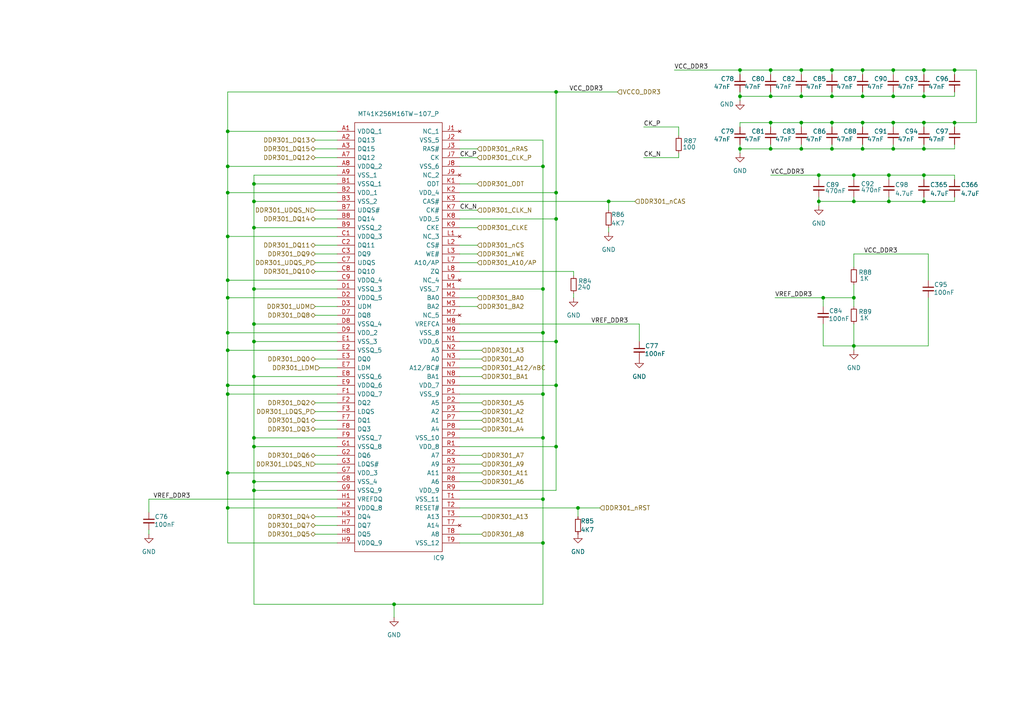
<source format=kicad_sch>
(kicad_sch
	(version 20231120)
	(generator "eeschema")
	(generator_version "8.0")
	(uuid "27d04b0f-0bb2-46f1-8e4a-bdd2eca66682")
	(paper "A4")
	(title_block
		(title "RASBB")
		(date "2025-02-02")
		(rev "01")
		(company "Mina Daneshpajouh")
	)
	(lib_symbols
		(symbol "Device:C_Small"
			(pin_numbers hide)
			(pin_names
				(offset 0.254) hide)
			(exclude_from_sim no)
			(in_bom yes)
			(on_board yes)
			(property "Reference" "C"
				(at 0.254 1.778 0)
				(effects
					(font
						(size 1.27 1.27)
					)
					(justify left)
				)
			)
			(property "Value" "C_Small"
				(at 0.254 -2.032 0)
				(effects
					(font
						(size 1.27 1.27)
					)
					(justify left)
				)
			)
			(property "Footprint" ""
				(at 0 0 0)
				(effects
					(font
						(size 1.27 1.27)
					)
					(hide yes)
				)
			)
			(property "Datasheet" "~"
				(at 0 0 0)
				(effects
					(font
						(size 1.27 1.27)
					)
					(hide yes)
				)
			)
			(property "Description" "Unpolarized capacitor, small symbol"
				(at 0 0 0)
				(effects
					(font
						(size 1.27 1.27)
					)
					(hide yes)
				)
			)
			(property "ki_keywords" "capacitor cap"
				(at 0 0 0)
				(effects
					(font
						(size 1.27 1.27)
					)
					(hide yes)
				)
			)
			(property "ki_fp_filters" "C_*"
				(at 0 0 0)
				(effects
					(font
						(size 1.27 1.27)
					)
					(hide yes)
				)
			)
			(symbol "C_Small_0_1"
				(polyline
					(pts
						(xy -1.524 -0.508) (xy 1.524 -0.508)
					)
					(stroke
						(width 0.3302)
						(type default)
					)
					(fill
						(type none)
					)
				)
				(polyline
					(pts
						(xy -1.524 0.508) (xy 1.524 0.508)
					)
					(stroke
						(width 0.3048)
						(type default)
					)
					(fill
						(type none)
					)
				)
			)
			(symbol "C_Small_1_1"
				(pin passive line
					(at 0 2.54 270)
					(length 2.032)
					(name "~"
						(effects
							(font
								(size 1.27 1.27)
							)
						)
					)
					(number "1"
						(effects
							(font
								(size 1.27 1.27)
							)
						)
					)
				)
				(pin passive line
					(at 0 -2.54 90)
					(length 2.032)
					(name "~"
						(effects
							(font
								(size 1.27 1.27)
							)
						)
					)
					(number "2"
						(effects
							(font
								(size 1.27 1.27)
							)
						)
					)
				)
			)
		)
		(symbol "Device:R_Small"
			(pin_numbers hide)
			(pin_names
				(offset 0.254) hide)
			(exclude_from_sim no)
			(in_bom yes)
			(on_board yes)
			(property "Reference" "R"
				(at 0.762 0.508 0)
				(effects
					(font
						(size 1.27 1.27)
					)
					(justify left)
				)
			)
			(property "Value" "R_Small"
				(at 0.762 -1.016 0)
				(effects
					(font
						(size 1.27 1.27)
					)
					(justify left)
				)
			)
			(property "Footprint" ""
				(at 0 0 0)
				(effects
					(font
						(size 1.27 1.27)
					)
					(hide yes)
				)
			)
			(property "Datasheet" "~"
				(at 0 0 0)
				(effects
					(font
						(size 1.27 1.27)
					)
					(hide yes)
				)
			)
			(property "Description" "Resistor, small symbol"
				(at 0 0 0)
				(effects
					(font
						(size 1.27 1.27)
					)
					(hide yes)
				)
			)
			(property "ki_keywords" "R resistor"
				(at 0 0 0)
				(effects
					(font
						(size 1.27 1.27)
					)
					(hide yes)
				)
			)
			(property "ki_fp_filters" "R_*"
				(at 0 0 0)
				(effects
					(font
						(size 1.27 1.27)
					)
					(hide yes)
				)
			)
			(symbol "R_Small_0_1"
				(rectangle
					(start -0.762 1.778)
					(end 0.762 -1.778)
					(stroke
						(width 0.2032)
						(type default)
					)
					(fill
						(type none)
					)
				)
			)
			(symbol "R_Small_1_1"
				(pin passive line
					(at 0 2.54 270)
					(length 0.762)
					(name "~"
						(effects
							(font
								(size 1.27 1.27)
							)
						)
					)
					(number "1"
						(effects
							(font
								(size 1.27 1.27)
							)
						)
					)
				)
				(pin passive line
					(at 0 -2.54 90)
					(length 0.762)
					(name "~"
						(effects
							(font
								(size 1.27 1.27)
							)
						)
					)
					(number "2"
						(effects
							(font
								(size 1.27 1.27)
							)
						)
					)
				)
			)
		)
		(symbol "RASBB_Library:MT41K256M16TW-107_P"
			(pin_names
				(offset 0.762)
			)
			(exclude_from_sim no)
			(in_bom yes)
			(on_board yes)
			(property "Reference" "IC9"
				(at 29.464 -123.698 0)
				(effects
					(font
						(size 1.27 1.27)
					)
				)
			)
			(property "Value" "MT41K256M16TW-107_P"
				(at 17.78 5.08 0)
				(effects
					(font
						(size 1.27 1.27)
					)
				)
			)
			(property "Footprint" "RASBB:BGA96C80P9X16_800X1400X120"
				(at 41.148 17.018 0)
				(effects
					(font
						(size 1.27 1.27)
					)
					(justify left)
					(hide yes)
				)
			)
			(property "Datasheet" "https://datasheet.datasheetarchive.com/originals/distributors/DKDS42/DSANUWW0045409.pdf"
				(at 36.83 9.906 0)
				(effects
					(font
						(size 1.27 1.27)
					)
					(justify left)
					(hide yes)
				)
			)
			(property "Description" "MICRON - MT41K256M16TW-107:P - SDRAM, 256M X 16BIT, 0 TO 95DEG C"
				(at -3.302 21.082 0)
				(effects
					(font
						(size 1.27 1.27)
					)
					(hide yes)
				)
			)
			(property "Height" "1.2"
				(at 31.75 -5.08 0)
				(effects
					(font
						(size 1.27 1.27)
					)
					(justify left)
					(hide yes)
				)
			)
			(property "Manufacturer_Name" "Micron"
				(at 31.75 -12.7 0)
				(effects
					(font
						(size 1.27 1.27)
					)
					(justify left)
					(hide yes)
				)
			)
			(property "Mfr. Part #" "MT41K256M16TW-107:P"
				(at 55.626 7.112 0)
				(effects
					(font
						(size 1.27 1.27)
					)
					(justify left)
					(hide yes)
				)
			)
			(symbol "MT41K256M16TW-107_P_0_0"
				(pin power_in line
					(at 0 0 0)
					(length 5.08)
					(name "VDDQ_1"
						(effects
							(font
								(size 1.27 1.27)
							)
						)
					)
					(number "A1"
						(effects
							(font
								(size 1.27 1.27)
							)
						)
					)
				)
				(pin bidirectional line
					(at 0 -2.54 0)
					(length 5.08)
					(name "DQ13"
						(effects
							(font
								(size 1.27 1.27)
							)
						)
					)
					(number "A2"
						(effects
							(font
								(size 1.27 1.27)
							)
						)
					)
				)
				(pin bidirectional line
					(at 0 -5.08 0)
					(length 5.08)
					(name "DQ15"
						(effects
							(font
								(size 1.27 1.27)
							)
						)
					)
					(number "A3"
						(effects
							(font
								(size 1.27 1.27)
							)
						)
					)
				)
				(pin bidirectional line
					(at 0 -7.62 0)
					(length 5.08)
					(name "DQ12"
						(effects
							(font
								(size 1.27 1.27)
							)
						)
					)
					(number "A7"
						(effects
							(font
								(size 1.27 1.27)
							)
						)
					)
				)
				(pin power_in line
					(at 0 -10.16 0)
					(length 5.08)
					(name "VDDQ_2"
						(effects
							(font
								(size 1.27 1.27)
							)
						)
					)
					(number "A8"
						(effects
							(font
								(size 1.27 1.27)
							)
						)
					)
				)
				(pin passive line
					(at 0 -12.7 0)
					(length 5.08)
					(name "VSS_1"
						(effects
							(font
								(size 1.27 1.27)
							)
						)
					)
					(number "A9"
						(effects
							(font
								(size 1.27 1.27)
							)
						)
					)
				)
				(pin passive line
					(at 0 -15.24 0)
					(length 5.08)
					(name "VSSQ_1"
						(effects
							(font
								(size 1.27 1.27)
							)
						)
					)
					(number "B1"
						(effects
							(font
								(size 1.27 1.27)
							)
						)
					)
				)
				(pin power_in line
					(at 0 -17.78 0)
					(length 5.08)
					(name "VDD_1"
						(effects
							(font
								(size 1.27 1.27)
							)
						)
					)
					(number "B2"
						(effects
							(font
								(size 1.27 1.27)
							)
						)
					)
				)
				(pin passive line
					(at 0 -20.32 0)
					(length 5.08)
					(name "VSS_2"
						(effects
							(font
								(size 1.27 1.27)
							)
						)
					)
					(number "B3"
						(effects
							(font
								(size 1.27 1.27)
							)
						)
					)
				)
				(pin bidirectional line
					(at 0 -22.86 0)
					(length 5.08)
					(name "UDQS#"
						(effects
							(font
								(size 1.27 1.27)
							)
						)
					)
					(number "B7"
						(effects
							(font
								(size 1.27 1.27)
							)
						)
					)
				)
				(pin bidirectional line
					(at 0 -25.4 0)
					(length 5.08)
					(name "DQ14"
						(effects
							(font
								(size 1.27 1.27)
							)
						)
					)
					(number "B8"
						(effects
							(font
								(size 1.27 1.27)
							)
						)
					)
				)
				(pin passive line
					(at 0 -27.94 0)
					(length 5.08)
					(name "VSSQ_2"
						(effects
							(font
								(size 1.27 1.27)
							)
						)
					)
					(number "B9"
						(effects
							(font
								(size 1.27 1.27)
							)
						)
					)
				)
				(pin bidirectional line
					(at 0 -33.02 0)
					(length 5.08)
					(name "DQ11"
						(effects
							(font
								(size 1.27 1.27)
							)
						)
					)
					(number "C2"
						(effects
							(font
								(size 1.27 1.27)
							)
						)
					)
				)
				(pin bidirectional line
					(at 0 -35.56 0)
					(length 5.08)
					(name "DQ9"
						(effects
							(font
								(size 1.27 1.27)
							)
						)
					)
					(number "C3"
						(effects
							(font
								(size 1.27 1.27)
							)
						)
					)
				)
				(pin bidirectional line
					(at 0 -38.1 0)
					(length 5.08)
					(name "UDQS"
						(effects
							(font
								(size 1.27 1.27)
							)
						)
					)
					(number "C7"
						(effects
							(font
								(size 1.27 1.27)
							)
						)
					)
				)
				(pin bidirectional line
					(at 0 -40.64 0)
					(length 5.08)
					(name "DQ10"
						(effects
							(font
								(size 1.27 1.27)
							)
						)
					)
					(number "C8"
						(effects
							(font
								(size 1.27 1.27)
							)
						)
					)
				)
				(pin power_in line
					(at 0 -43.18 0)
					(length 5.08)
					(name "VDDQ_4"
						(effects
							(font
								(size 1.27 1.27)
							)
						)
					)
					(number "C9"
						(effects
							(font
								(size 1.27 1.27)
							)
						)
					)
				)
				(pin passive line
					(at 0 -45.72 0)
					(length 5.08)
					(name "VSSQ_3"
						(effects
							(font
								(size 1.27 1.27)
							)
						)
					)
					(number "D1"
						(effects
							(font
								(size 1.27 1.27)
							)
						)
					)
				)
				(pin power_in line
					(at 0 -48.26 0)
					(length 5.08)
					(name "VDDQ_5"
						(effects
							(font
								(size 1.27 1.27)
							)
						)
					)
					(number "D2"
						(effects
							(font
								(size 1.27 1.27)
							)
						)
					)
				)
				(pin bidirectional line
					(at 0 -50.8 0)
					(length 5.08)
					(name "UDM"
						(effects
							(font
								(size 1.27 1.27)
							)
						)
					)
					(number "D3"
						(effects
							(font
								(size 1.27 1.27)
							)
						)
					)
				)
				(pin bidirectional line
					(at 0 -53.34 0)
					(length 5.08)
					(name "DQ8"
						(effects
							(font
								(size 1.27 1.27)
							)
						)
					)
					(number "D7"
						(effects
							(font
								(size 1.27 1.27)
							)
						)
					)
				)
				(pin passive line
					(at 0 -55.88 0)
					(length 5.08)
					(name "VSSQ_4"
						(effects
							(font
								(size 1.27 1.27)
							)
						)
					)
					(number "D8"
						(effects
							(font
								(size 1.27 1.27)
							)
						)
					)
				)
				(pin power_in line
					(at 0 -58.42 0)
					(length 5.08)
					(name "VDD_2"
						(effects
							(font
								(size 1.27 1.27)
							)
						)
					)
					(number "D9"
						(effects
							(font
								(size 1.27 1.27)
							)
						)
					)
				)
				(pin passive line
					(at 0 -60.96 0)
					(length 5.08)
					(name "VSS_3"
						(effects
							(font
								(size 1.27 1.27)
							)
						)
					)
					(number "E1"
						(effects
							(font
								(size 1.27 1.27)
							)
						)
					)
				)
				(pin passive line
					(at 0 -63.5 0)
					(length 5.08)
					(name "VSSQ_5"
						(effects
							(font
								(size 1.27 1.27)
							)
						)
					)
					(number "E2"
						(effects
							(font
								(size 1.27 1.27)
							)
						)
					)
				)
				(pin bidirectional line
					(at 0 -66.04 0)
					(length 5.08)
					(name "DQ0"
						(effects
							(font
								(size 1.27 1.27)
							)
						)
					)
					(number "E3"
						(effects
							(font
								(size 1.27 1.27)
							)
						)
					)
				)
				(pin bidirectional line
					(at 0 -68.58 0)
					(length 5.08)
					(name "LDM"
						(effects
							(font
								(size 1.27 1.27)
							)
						)
					)
					(number "E7"
						(effects
							(font
								(size 1.27 1.27)
							)
						)
					)
				)
				(pin passive line
					(at 0 -71.12 0)
					(length 5.08)
					(name "VSSQ_6"
						(effects
							(font
								(size 1.27 1.27)
							)
						)
					)
					(number "E8"
						(effects
							(font
								(size 1.27 1.27)
							)
						)
					)
				)
				(pin power_in line
					(at 0 -73.66 0)
					(length 5.08)
					(name "VDDQ_6"
						(effects
							(font
								(size 1.27 1.27)
							)
						)
					)
					(number "E9"
						(effects
							(font
								(size 1.27 1.27)
							)
						)
					)
				)
				(pin power_in line
					(at 0 -76.2 0)
					(length 5.08)
					(name "VDDQ_7"
						(effects
							(font
								(size 1.27 1.27)
							)
						)
					)
					(number "F1"
						(effects
							(font
								(size 1.27 1.27)
							)
						)
					)
				)
				(pin bidirectional line
					(at 0 -78.74 0)
					(length 5.08)
					(name "DQ2"
						(effects
							(font
								(size 1.27 1.27)
							)
						)
					)
					(number "F2"
						(effects
							(font
								(size 1.27 1.27)
							)
						)
					)
				)
				(pin bidirectional line
					(at 0 -81.28 0)
					(length 5.08)
					(name "LDQS"
						(effects
							(font
								(size 1.27 1.27)
							)
						)
					)
					(number "F3"
						(effects
							(font
								(size 1.27 1.27)
							)
						)
					)
				)
				(pin bidirectional line
					(at 0 -83.82 0)
					(length 5.08)
					(name "DQ1"
						(effects
							(font
								(size 1.27 1.27)
							)
						)
					)
					(number "F7"
						(effects
							(font
								(size 1.27 1.27)
							)
						)
					)
				)
				(pin bidirectional line
					(at 0 -86.36 0)
					(length 5.08)
					(name "DQ3"
						(effects
							(font
								(size 1.27 1.27)
							)
						)
					)
					(number "F8"
						(effects
							(font
								(size 1.27 1.27)
							)
						)
					)
				)
				(pin passive line
					(at 0 -88.9 0)
					(length 5.08)
					(name "VSSQ_7"
						(effects
							(font
								(size 1.27 1.27)
							)
						)
					)
					(number "F9"
						(effects
							(font
								(size 1.27 1.27)
							)
						)
					)
				)
				(pin passive line
					(at 0 -91.44 0)
					(length 5.08)
					(name "VSSQ_8"
						(effects
							(font
								(size 1.27 1.27)
							)
						)
					)
					(number "G1"
						(effects
							(font
								(size 1.27 1.27)
							)
						)
					)
				)
				(pin bidirectional line
					(at 0 -93.98 0)
					(length 5.08)
					(name "DQ6"
						(effects
							(font
								(size 1.27 1.27)
							)
						)
					)
					(number "G2"
						(effects
							(font
								(size 1.27 1.27)
							)
						)
					)
				)
				(pin bidirectional line
					(at 0 -96.52 0)
					(length 5.08)
					(name "LDQS#"
						(effects
							(font
								(size 1.27 1.27)
							)
						)
					)
					(number "G3"
						(effects
							(font
								(size 1.27 1.27)
							)
						)
					)
				)
				(pin power_in line
					(at 0 -99.06 0)
					(length 5.08)
					(name "VDD_3"
						(effects
							(font
								(size 1.27 1.27)
							)
						)
					)
					(number "G7"
						(effects
							(font
								(size 1.27 1.27)
							)
						)
					)
				)
				(pin passive line
					(at 0 -101.6 0)
					(length 5.08)
					(name "VSS_4"
						(effects
							(font
								(size 1.27 1.27)
							)
						)
					)
					(number "G8"
						(effects
							(font
								(size 1.27 1.27)
							)
						)
					)
				)
				(pin passive line
					(at 0 -104.14 0)
					(length 5.08)
					(name "VSSQ_9"
						(effects
							(font
								(size 1.27 1.27)
							)
						)
					)
					(number "G9"
						(effects
							(font
								(size 1.27 1.27)
							)
						)
					)
				)
				(pin power_in line
					(at 0 -106.68 0)
					(length 5.08)
					(name "VREFDQ"
						(effects
							(font
								(size 1.27 1.27)
							)
						)
					)
					(number "H1"
						(effects
							(font
								(size 1.27 1.27)
							)
						)
					)
				)
				(pin power_in line
					(at 0 -109.22 0)
					(length 5.08)
					(name "VDDQ_8"
						(effects
							(font
								(size 1.27 1.27)
							)
						)
					)
					(number "H2"
						(effects
							(font
								(size 1.27 1.27)
							)
						)
					)
				)
				(pin bidirectional line
					(at 0 -111.76 0)
					(length 5.08)
					(name "DQ4"
						(effects
							(font
								(size 1.27 1.27)
							)
						)
					)
					(number "H3"
						(effects
							(font
								(size 1.27 1.27)
							)
						)
					)
				)
				(pin bidirectional line
					(at 0 -114.3 0)
					(length 5.08)
					(name "DQ7"
						(effects
							(font
								(size 1.27 1.27)
							)
						)
					)
					(number "H7"
						(effects
							(font
								(size 1.27 1.27)
							)
						)
					)
				)
				(pin bidirectional line
					(at 0 -116.84 0)
					(length 5.08)
					(name "DQ5"
						(effects
							(font
								(size 1.27 1.27)
							)
						)
					)
					(number "H8"
						(effects
							(font
								(size 1.27 1.27)
							)
						)
					)
				)
				(pin no_connect line
					(at 35.56 0 180)
					(length 5.08)
					(name "NC_1"
						(effects
							(font
								(size 1.27 1.27)
							)
						)
					)
					(number "J1"
						(effects
							(font
								(size 1.27 1.27)
							)
						)
					)
				)
				(pin passive line
					(at 35.56 -2.54 180)
					(length 5.08)
					(name "VSS_5"
						(effects
							(font
								(size 1.27 1.27)
							)
						)
					)
					(number "J2"
						(effects
							(font
								(size 1.27 1.27)
							)
						)
					)
				)
				(pin input line
					(at 35.56 -5.08 180)
					(length 5.08)
					(name "RAS#"
						(effects
							(font
								(size 1.27 1.27)
							)
						)
					)
					(number "J3"
						(effects
							(font
								(size 1.27 1.27)
							)
						)
					)
				)
				(pin input line
					(at 35.56 -7.62 180)
					(length 5.08)
					(name "CK"
						(effects
							(font
								(size 1.27 1.27)
							)
						)
					)
					(number "J7"
						(effects
							(font
								(size 1.27 1.27)
							)
						)
					)
				)
				(pin passive line
					(at 35.56 -10.16 180)
					(length 5.08)
					(name "VSS_6"
						(effects
							(font
								(size 1.27 1.27)
							)
						)
					)
					(number "J8"
						(effects
							(font
								(size 1.27 1.27)
							)
						)
					)
				)
				(pin no_connect line
					(at 35.56 -12.7 180)
					(length 5.08)
					(name "NC_2"
						(effects
							(font
								(size 1.27 1.27)
							)
						)
					)
					(number "J9"
						(effects
							(font
								(size 1.27 1.27)
							)
						)
					)
				)
				(pin power_in line
					(at 35.56 -17.78 180)
					(length 5.08)
					(name "VDD_4"
						(effects
							(font
								(size 1.27 1.27)
							)
						)
					)
					(number "K2"
						(effects
							(font
								(size 1.27 1.27)
							)
						)
					)
				)
				(pin power_in line
					(at 35.56 -25.4 180)
					(length 5.08)
					(name "VDD_5"
						(effects
							(font
								(size 1.27 1.27)
							)
						)
					)
					(number "K8"
						(effects
							(font
								(size 1.27 1.27)
							)
						)
					)
				)
				(pin input line
					(at 35.56 -27.94 180)
					(length 5.08)
					(name "CKE"
						(effects
							(font
								(size 1.27 1.27)
							)
						)
					)
					(number "K9"
						(effects
							(font
								(size 1.27 1.27)
							)
						)
					)
				)
				(pin no_connect line
					(at 35.56 -30.48 180)
					(length 5.08)
					(name "NC_3"
						(effects
							(font
								(size 1.27 1.27)
							)
						)
					)
					(number "L1"
						(effects
							(font
								(size 1.27 1.27)
							)
						)
					)
				)
				(pin input line
					(at 35.56 -33.02 180)
					(length 5.08)
					(name "CS#"
						(effects
							(font
								(size 1.27 1.27)
							)
						)
					)
					(number "L2"
						(effects
							(font
								(size 1.27 1.27)
							)
						)
					)
				)
				(pin input line
					(at 35.56 -35.56 180)
					(length 5.08)
					(name "WE#"
						(effects
							(font
								(size 1.27 1.27)
							)
						)
					)
					(number "L3"
						(effects
							(font
								(size 1.27 1.27)
							)
						)
					)
				)
				(pin input line
					(at 35.56 -38.1 180)
					(length 5.08)
					(name "A10/AP"
						(effects
							(font
								(size 1.27 1.27)
							)
						)
					)
					(number "L7"
						(effects
							(font
								(size 1.27 1.27)
							)
						)
					)
				)
				(pin input line
					(at 35.56 -40.64 180)
					(length 5.08)
					(name "ZQ"
						(effects
							(font
								(size 1.27 1.27)
							)
						)
					)
					(number "L8"
						(effects
							(font
								(size 1.27 1.27)
							)
						)
					)
				)
				(pin no_connect line
					(at 35.56 -43.18 180)
					(length 5.08)
					(name "NC_4"
						(effects
							(font
								(size 1.27 1.27)
							)
						)
					)
					(number "L9"
						(effects
							(font
								(size 1.27 1.27)
							)
						)
					)
				)
				(pin passive line
					(at 35.56 -45.72 180)
					(length 5.08)
					(name "VSS_7"
						(effects
							(font
								(size 1.27 1.27)
							)
						)
					)
					(number "M1"
						(effects
							(font
								(size 1.27 1.27)
							)
						)
					)
				)
				(pin input line
					(at 35.56 -48.26 180)
					(length 5.08)
					(name "BA0"
						(effects
							(font
								(size 1.27 1.27)
							)
						)
					)
					(number "M2"
						(effects
							(font
								(size 1.27 1.27)
							)
						)
					)
				)
				(pin input line
					(at 35.56 -50.8 180)
					(length 5.08)
					(name "BA2"
						(effects
							(font
								(size 1.27 1.27)
							)
						)
					)
					(number "M3"
						(effects
							(font
								(size 1.27 1.27)
							)
						)
					)
				)
				(pin no_connect line
					(at 35.56 -53.34 180)
					(length 5.08)
					(name "NC_5"
						(effects
							(font
								(size 1.27 1.27)
							)
						)
					)
					(number "M7"
						(effects
							(font
								(size 1.27 1.27)
							)
						)
					)
				)
				(pin power_in line
					(at 35.56 -55.88 180)
					(length 5.08)
					(name "VREFCA"
						(effects
							(font
								(size 1.27 1.27)
							)
						)
					)
					(number "M8"
						(effects
							(font
								(size 1.27 1.27)
							)
						)
					)
				)
				(pin passive line
					(at 35.56 -58.42 180)
					(length 5.08)
					(name "VSS_8"
						(effects
							(font
								(size 1.27 1.27)
							)
						)
					)
					(number "M9"
						(effects
							(font
								(size 1.27 1.27)
							)
						)
					)
				)
				(pin power_in line
					(at 35.56 -60.96 180)
					(length 5.08)
					(name "VDD_6"
						(effects
							(font
								(size 1.27 1.27)
							)
						)
					)
					(number "N1"
						(effects
							(font
								(size 1.27 1.27)
							)
						)
					)
				)
				(pin input line
					(at 35.56 -63.5 180)
					(length 5.08)
					(name "A3"
						(effects
							(font
								(size 1.27 1.27)
							)
						)
					)
					(number "N2"
						(effects
							(font
								(size 1.27 1.27)
							)
						)
					)
				)
				(pin input line
					(at 35.56 -71.12 180)
					(length 5.08)
					(name "BA1"
						(effects
							(font
								(size 1.27 1.27)
							)
						)
					)
					(number "N8"
						(effects
							(font
								(size 1.27 1.27)
							)
						)
					)
				)
				(pin power_in line
					(at 35.56 -73.66 180)
					(length 5.08)
					(name "VDD_7"
						(effects
							(font
								(size 1.27 1.27)
							)
						)
					)
					(number "N9"
						(effects
							(font
								(size 1.27 1.27)
							)
						)
					)
				)
				(pin passive line
					(at 35.56 -76.2 180)
					(length 5.08)
					(name "VSS_9"
						(effects
							(font
								(size 1.27 1.27)
							)
						)
					)
					(number "P1"
						(effects
							(font
								(size 1.27 1.27)
							)
						)
					)
				)
				(pin input line
					(at 35.56 -78.74 180)
					(length 5.08)
					(name "A5"
						(effects
							(font
								(size 1.27 1.27)
							)
						)
					)
					(number "P2"
						(effects
							(font
								(size 1.27 1.27)
							)
						)
					)
				)
				(pin input line
					(at 35.56 -81.28 180)
					(length 5.08)
					(name "A2"
						(effects
							(font
								(size 1.27 1.27)
							)
						)
					)
					(number "P3"
						(effects
							(font
								(size 1.27 1.27)
							)
						)
					)
				)
				(pin input line
					(at 35.56 -83.82 180)
					(length 5.08)
					(name "A1"
						(effects
							(font
								(size 1.27 1.27)
							)
						)
					)
					(number "P7"
						(effects
							(font
								(size 1.27 1.27)
							)
						)
					)
				)
				(pin input line
					(at 35.56 -86.36 180)
					(length 5.08)
					(name "A4"
						(effects
							(font
								(size 1.27 1.27)
							)
						)
					)
					(number "P8"
						(effects
							(font
								(size 1.27 1.27)
							)
						)
					)
				)
				(pin passive line
					(at 35.56 -88.9 180)
					(length 5.08)
					(name "VSS_10"
						(effects
							(font
								(size 1.27 1.27)
							)
						)
					)
					(number "P9"
						(effects
							(font
								(size 1.27 1.27)
							)
						)
					)
				)
				(pin power_in line
					(at 35.56 -91.44 180)
					(length 5.08)
					(name "VDD_8"
						(effects
							(font
								(size 1.27 1.27)
							)
						)
					)
					(number "R1"
						(effects
							(font
								(size 1.27 1.27)
							)
						)
					)
				)
				(pin input line
					(at 35.56 -93.98 180)
					(length 5.08)
					(name "A7"
						(effects
							(font
								(size 1.27 1.27)
							)
						)
					)
					(number "R2"
						(effects
							(font
								(size 1.27 1.27)
							)
						)
					)
				)
				(pin input line
					(at 35.56 -96.52 180)
					(length 5.08)
					(name "A9"
						(effects
							(font
								(size 1.27 1.27)
							)
						)
					)
					(number "R3"
						(effects
							(font
								(size 1.27 1.27)
							)
						)
					)
				)
				(pin input line
					(at 35.56 -99.06 180)
					(length 5.08)
					(name "A11"
						(effects
							(font
								(size 1.27 1.27)
							)
						)
					)
					(number "R7"
						(effects
							(font
								(size 1.27 1.27)
							)
						)
					)
				)
				(pin input line
					(at 35.56 -101.6 180)
					(length 5.08)
					(name "A6"
						(effects
							(font
								(size 1.27 1.27)
							)
						)
					)
					(number "R8"
						(effects
							(font
								(size 1.27 1.27)
							)
						)
					)
				)
				(pin power_in line
					(at 35.56 -104.14 180)
					(length 5.08)
					(name "VDD_9"
						(effects
							(font
								(size 1.27 1.27)
							)
						)
					)
					(number "R9"
						(effects
							(font
								(size 1.27 1.27)
							)
						)
					)
				)
				(pin passive line
					(at 35.56 -106.68 180)
					(length 5.08)
					(name "VSS_11"
						(effects
							(font
								(size 1.27 1.27)
							)
						)
					)
					(number "T1"
						(effects
							(font
								(size 1.27 1.27)
							)
						)
					)
				)
				(pin input line
					(at 35.56 -109.22 180)
					(length 5.08)
					(name "RESET#"
						(effects
							(font
								(size 1.27 1.27)
							)
						)
					)
					(number "T2"
						(effects
							(font
								(size 1.27 1.27)
							)
						)
					)
				)
				(pin input line
					(at 35.56 -111.76 180)
					(length 5.08)
					(name "A13"
						(effects
							(font
								(size 1.27 1.27)
							)
						)
					)
					(number "T3"
						(effects
							(font
								(size 1.27 1.27)
							)
						)
					)
				)
				(pin input line
					(at 35.56 -116.84 180)
					(length 5.08)
					(name "A8"
						(effects
							(font
								(size 1.27 1.27)
							)
						)
					)
					(number "T8"
						(effects
							(font
								(size 1.27 1.27)
							)
						)
					)
				)
				(pin passive line
					(at 35.56 -119.38 180)
					(length 5.08)
					(name "VSS_12"
						(effects
							(font
								(size 1.27 1.27)
							)
						)
					)
					(number "T9"
						(effects
							(font
								(size 1.27 1.27)
							)
						)
					)
				)
			)
			(symbol "MT41K256M16TW-107_P_0_1"
				(polyline
					(pts
						(xy 5.08 2.54) (xy 30.48 2.54) (xy 30.48 -121.92) (xy 5.08 -121.92) (xy 5.08 2.54)
					)
					(stroke
						(width 0.1524)
						(type solid)
					)
					(fill
						(type none)
					)
				)
			)
			(symbol "MT41K256M16TW-107_P_1_0"
				(pin power_in line
					(at 0 -30.48 0)
					(length 5.08)
					(name "VDDQ_3"
						(effects
							(font
								(size 1.27 1.27)
							)
						)
					)
					(number "C1"
						(effects
							(font
								(size 1.27 1.27)
							)
						)
					)
				)
				(pin power_in line
					(at 0 -119.38 0)
					(length 5.08)
					(name "VDDQ_9"
						(effects
							(font
								(size 1.27 1.27)
							)
						)
					)
					(number "H9"
						(effects
							(font
								(size 1.27 1.27)
							)
						)
					)
				)
				(pin input line
					(at 35.56 -15.24 180)
					(length 5.08)
					(name "ODT"
						(effects
							(font
								(size 1.27 1.27)
							)
						)
					)
					(number "K1"
						(effects
							(font
								(size 1.27 1.27)
							)
						)
					)
				)
				(pin input line
					(at 35.56 -20.32 180)
					(length 5.08)
					(name "CAS#"
						(effects
							(font
								(size 1.27 1.27)
							)
						)
					)
					(number "K3"
						(effects
							(font
								(size 1.27 1.27)
							)
						)
					)
				)
				(pin input line
					(at 35.56 -22.86 180)
					(length 5.08)
					(name "CK#"
						(effects
							(font
								(size 1.27 1.27)
							)
						)
					)
					(number "K7"
						(effects
							(font
								(size 1.27 1.27)
							)
						)
					)
				)
				(pin input line
					(at 35.56 -66.04 180)
					(length 5.08)
					(name "A0"
						(effects
							(font
								(size 1.27 1.27)
							)
						)
					)
					(number "N3"
						(effects
							(font
								(size 1.27 1.27)
							)
						)
					)
				)
				(pin input line
					(at 35.56 -68.58 180)
					(length 5.08)
					(name "A12/BC#"
						(effects
							(font
								(size 1.27 1.27)
							)
						)
					)
					(number "N7"
						(effects
							(font
								(size 1.27 1.27)
							)
						)
					)
				)
				(pin no_connect line
					(at 35.56 -114.3 180)
					(length 5.08)
					(name "A14"
						(effects
							(font
								(size 1.27 1.27)
							)
						)
					)
					(number "T7"
						(effects
							(font
								(size 1.27 1.27)
							)
						)
					)
				)
			)
		)
		(symbol "power:GND"
			(power)
			(pin_numbers hide)
			(pin_names
				(offset 0) hide)
			(exclude_from_sim no)
			(in_bom yes)
			(on_board yes)
			(property "Reference" "#PWR"
				(at 0 -6.35 0)
				(effects
					(font
						(size 1.27 1.27)
					)
					(hide yes)
				)
			)
			(property "Value" "GND"
				(at 0 -3.81 0)
				(effects
					(font
						(size 1.27 1.27)
					)
				)
			)
			(property "Footprint" ""
				(at 0 0 0)
				(effects
					(font
						(size 1.27 1.27)
					)
					(hide yes)
				)
			)
			(property "Datasheet" ""
				(at 0 0 0)
				(effects
					(font
						(size 1.27 1.27)
					)
					(hide yes)
				)
			)
			(property "Description" "Power symbol creates a global label with name \"GND\" , ground"
				(at 0 0 0)
				(effects
					(font
						(size 1.27 1.27)
					)
					(hide yes)
				)
			)
			(property "ki_keywords" "global power"
				(at 0 0 0)
				(effects
					(font
						(size 1.27 1.27)
					)
					(hide yes)
				)
			)
			(symbol "GND_0_1"
				(polyline
					(pts
						(xy 0 0) (xy 0 -1.27) (xy 1.27 -1.27) (xy 0 -2.54) (xy -1.27 -1.27) (xy 0 -1.27)
					)
					(stroke
						(width 0)
						(type default)
					)
					(fill
						(type none)
					)
				)
			)
			(symbol "GND_1_1"
				(pin power_in line
					(at 0 0 270)
					(length 0)
					(name "~"
						(effects
							(font
								(size 1.27 1.27)
							)
						)
					)
					(number "1"
						(effects
							(font
								(size 1.27 1.27)
							)
						)
					)
				)
			)
		)
	)
	(junction
		(at 276.86 35.56)
		(diameter 0)
		(color 0 0 0 0)
		(uuid "00afbaaa-d682-4e90-b0aa-152ec89a39c2")
	)
	(junction
		(at 267.97 50.8)
		(diameter 0)
		(color 0 0 0 0)
		(uuid "01f71476-fd5f-4da2-8290-50bf583f5632")
	)
	(junction
		(at 161.29 111.76)
		(diameter 0)
		(color 0 0 0 0)
		(uuid "065d8273-cbdc-4fc4-818e-cb1c371e590f")
	)
	(junction
		(at 167.64 147.32)
		(diameter 0)
		(color 0 0 0 0)
		(uuid "068e93b1-7db4-4bf8-a5f9-6cbee1db07bf")
	)
	(junction
		(at 223.52 43.18)
		(diameter 0)
		(color 0 0 0 0)
		(uuid "09252bd5-571a-47c8-b88d-50230690644b")
	)
	(junction
		(at 259.08 27.94)
		(diameter 0)
		(color 0 0 0 0)
		(uuid "09e4cb1e-a92e-42e0-a425-3309c2499ca0")
	)
	(junction
		(at 223.52 27.94)
		(diameter 0)
		(color 0 0 0 0)
		(uuid "0a08b839-5900-4f45-b1b5-f438a3ac4eda")
	)
	(junction
		(at 66.04 147.32)
		(diameter 0)
		(color 0 0 0 0)
		(uuid "12faaf18-cbc3-413e-b83d-e03e4e27e8b8")
	)
	(junction
		(at 157.48 144.78)
		(diameter 0)
		(color 0 0 0 0)
		(uuid "1549b81c-37e9-4eea-a25d-4824d2cc82df")
	)
	(junction
		(at 214.63 27.94)
		(diameter 0)
		(color 0 0 0 0)
		(uuid "2261ccd8-2efc-4ec9-b04e-6fd34c0ba827")
	)
	(junction
		(at 232.41 35.56)
		(diameter 0)
		(color 0 0 0 0)
		(uuid "232f2f33-c06d-48f3-8cbc-5bf828e1fd7b")
	)
	(junction
		(at 161.29 63.5)
		(diameter 0)
		(color 0 0 0 0)
		(uuid "2826d34f-849a-4acb-a244-553553406455")
	)
	(junction
		(at 66.04 68.58)
		(diameter 0)
		(color 0 0 0 0)
		(uuid "2c82d547-a111-4069-bc0d-e27e39ae5107")
	)
	(junction
		(at 73.66 93.98)
		(diameter 0)
		(color 0 0 0 0)
		(uuid "2c8422f5-1767-4e90-90cc-6b070a1018f2")
	)
	(junction
		(at 267.97 58.42)
		(diameter 0)
		(color 0 0 0 0)
		(uuid "2e689811-e1e6-4212-ad96-be635174906a")
	)
	(junction
		(at 241.3 27.94)
		(diameter 0)
		(color 0 0 0 0)
		(uuid "2f6ebcff-10da-438f-9ca5-894f0717bc42")
	)
	(junction
		(at 232.41 43.18)
		(diameter 0)
		(color 0 0 0 0)
		(uuid "31b1648f-632e-4e8f-aea7-846fab071f8a")
	)
	(junction
		(at 73.66 129.54)
		(diameter 0)
		(color 0 0 0 0)
		(uuid "33ae7afd-64ec-404c-a749-925f26b86488")
	)
	(junction
		(at 257.81 50.8)
		(diameter 0)
		(color 0 0 0 0)
		(uuid "341d6b21-66f3-4a80-8a4b-501450a30a22")
	)
	(junction
		(at 247.65 100.33)
		(diameter 0)
		(color 0 0 0 0)
		(uuid "3b5c06b0-5545-4eb5-aaf9-056ebcbf0e31")
	)
	(junction
		(at 66.04 114.3)
		(diameter 0)
		(color 0 0 0 0)
		(uuid "43bd9539-d2b2-4676-9871-7106963331b6")
	)
	(junction
		(at 161.29 99.06)
		(diameter 0)
		(color 0 0 0 0)
		(uuid "461ab9ce-2e8f-4ac7-aa18-828206fd0dbd")
	)
	(junction
		(at 66.04 101.6)
		(diameter 0)
		(color 0 0 0 0)
		(uuid "486e8f73-17c7-4c1c-b21c-13bdad4fca6f")
	)
	(junction
		(at 267.97 27.94)
		(diameter 0)
		(color 0 0 0 0)
		(uuid "4ed591f7-f3ef-4500-aa1d-bfdd50a63c79")
	)
	(junction
		(at 232.41 27.94)
		(diameter 0)
		(color 0 0 0 0)
		(uuid "53525503-de50-4f65-b9b8-b98140f90982")
	)
	(junction
		(at 257.81 58.42)
		(diameter 0)
		(color 0 0 0 0)
		(uuid "54b8e54b-d2bd-4788-a64c-cde8c9cc513d")
	)
	(junction
		(at 66.04 137.16)
		(diameter 0)
		(color 0 0 0 0)
		(uuid "5b29da36-39e9-4a54-bddc-e04c147fbc93")
	)
	(junction
		(at 232.41 20.32)
		(diameter 0)
		(color 0 0 0 0)
		(uuid "5cef7075-fd77-4e95-a6c8-6e2e135252a5")
	)
	(junction
		(at 73.66 66.04)
		(diameter 0)
		(color 0 0 0 0)
		(uuid "5d396555-4d21-4066-ba61-9bcb8c9a2a22")
	)
	(junction
		(at 259.08 20.32)
		(diameter 0)
		(color 0 0 0 0)
		(uuid "5d51b73d-8e31-46b4-b76d-758805d89503")
	)
	(junction
		(at 247.65 58.42)
		(diameter 0)
		(color 0 0 0 0)
		(uuid "623246ba-063a-4a89-93fe-87e8e8c62b46")
	)
	(junction
		(at 223.52 20.32)
		(diameter 0)
		(color 0 0 0 0)
		(uuid "63a38319-5106-4c01-be24-43207f575d56")
	)
	(junction
		(at 176.53 58.42)
		(diameter 0)
		(color 0 0 0 0)
		(uuid "65c72190-2977-450f-9728-95d488266abb")
	)
	(junction
		(at 161.29 129.54)
		(diameter 0)
		(color 0 0 0 0)
		(uuid "682276f1-8113-43e8-868a-631b512e2fb7")
	)
	(junction
		(at 250.19 27.94)
		(diameter 0)
		(color 0 0 0 0)
		(uuid "6934100b-a24f-4cd6-96b8-f45a6984a7b9")
	)
	(junction
		(at 73.66 53.34)
		(diameter 0)
		(color 0 0 0 0)
		(uuid "6d377a15-d7fc-4b76-87bb-d98d4e6ed1ae")
	)
	(junction
		(at 73.66 58.42)
		(diameter 0)
		(color 0 0 0 0)
		(uuid "71b885c3-d646-4e8f-974c-fc12a585d359")
	)
	(junction
		(at 73.66 109.22)
		(diameter 0)
		(color 0 0 0 0)
		(uuid "76563066-f454-418a-83e9-9410a269ef8f")
	)
	(junction
		(at 66.04 96.52)
		(diameter 0)
		(color 0 0 0 0)
		(uuid "781db9dc-5b2f-40f7-8135-f428d2f33bc1")
	)
	(junction
		(at 73.66 83.82)
		(diameter 0)
		(color 0 0 0 0)
		(uuid "797168af-2e9a-46dc-9f73-4a8eb2e60a49")
	)
	(junction
		(at 157.48 157.48)
		(diameter 0)
		(color 0 0 0 0)
		(uuid "7b3ac802-422c-4595-896c-5192a43e1a16")
	)
	(junction
		(at 238.76 86.36)
		(diameter 0)
		(color 0 0 0 0)
		(uuid "7c442bc3-fbaf-47b3-b087-3cb2aa6def82")
	)
	(junction
		(at 247.65 50.8)
		(diameter 0)
		(color 0 0 0 0)
		(uuid "7d458608-07f8-44a5-be4d-0da8b5110a33")
	)
	(junction
		(at 214.63 43.18)
		(diameter 0)
		(color 0 0 0 0)
		(uuid "906d018c-5fc3-43c7-90f4-8168dd878249")
	)
	(junction
		(at 241.3 43.18)
		(diameter 0)
		(color 0 0 0 0)
		(uuid "93f89ea8-dc97-40be-93a3-da29d47edabf")
	)
	(junction
		(at 66.04 81.28)
		(diameter 0)
		(color 0 0 0 0)
		(uuid "94fd23f1-c67c-465f-87d8-caedc7216178")
	)
	(junction
		(at 66.04 38.1)
		(diameter 0)
		(color 0 0 0 0)
		(uuid "95217828-286e-434f-a883-7d36620374ca")
	)
	(junction
		(at 250.19 20.32)
		(diameter 0)
		(color 0 0 0 0)
		(uuid "96d3cd98-82fe-41a7-8f65-31893c0d0152")
	)
	(junction
		(at 241.3 35.56)
		(diameter 0)
		(color 0 0 0 0)
		(uuid "982f73ed-f4ff-4a3b-9221-93b19e78c2bd")
	)
	(junction
		(at 267.97 43.18)
		(diameter 0)
		(color 0 0 0 0)
		(uuid "98af9954-db02-43b0-9e98-f46c0db7e369")
	)
	(junction
		(at 66.04 55.88)
		(diameter 0)
		(color 0 0 0 0)
		(uuid "a09601fb-201e-4a57-a570-f6e1faa712a7")
	)
	(junction
		(at 250.19 43.18)
		(diameter 0)
		(color 0 0 0 0)
		(uuid "a3ba2cc6-4c65-424f-8533-68d6b70645fd")
	)
	(junction
		(at 73.66 99.06)
		(diameter 0)
		(color 0 0 0 0)
		(uuid "a71ff201-c76f-4b4b-93d0-0b466031e8d8")
	)
	(junction
		(at 214.63 20.32)
		(diameter 0)
		(color 0 0 0 0)
		(uuid "a776ad6e-2c76-462c-a668-07d7a611cd65")
	)
	(junction
		(at 161.29 26.67)
		(diameter 0)
		(color 0 0 0 0)
		(uuid "af720cf3-d24a-4bc3-ac45-08e034789248")
	)
	(junction
		(at 157.48 96.52)
		(diameter 0)
		(color 0 0 0 0)
		(uuid "b015f402-b91e-47b4-ac13-c5b951b5c61c")
	)
	(junction
		(at 241.3 20.32)
		(diameter 0)
		(color 0 0 0 0)
		(uuid "b60b14d8-591e-4412-b85c-c7009ac0295f")
	)
	(junction
		(at 73.66 139.7)
		(diameter 0)
		(color 0 0 0 0)
		(uuid "b82f2736-c35b-4f77-99fc-352acb2325de")
	)
	(junction
		(at 157.48 114.3)
		(diameter 0)
		(color 0 0 0 0)
		(uuid "b97e2e1e-0e9b-473f-b248-9bd56e7d1fb1")
	)
	(junction
		(at 73.66 142.24)
		(diameter 0)
		(color 0 0 0 0)
		(uuid "bacffecf-25b9-421e-87bf-c6ae2fe7a1b6")
	)
	(junction
		(at 250.19 35.56)
		(diameter 0)
		(color 0 0 0 0)
		(uuid "bb9d3485-66be-4f9c-aeae-0e7a11ac00a4")
	)
	(junction
		(at 157.48 48.26)
		(diameter 0)
		(color 0 0 0 0)
		(uuid "bc9f0a62-923e-4631-801b-0a11e6c5e0f7")
	)
	(junction
		(at 161.29 55.88)
		(diameter 0)
		(color 0 0 0 0)
		(uuid "be9414d6-506f-434b-a27c-bded7445298d")
	)
	(junction
		(at 66.04 48.26)
		(diameter 0)
		(color 0 0 0 0)
		(uuid "c20f90cd-ebc5-4c94-a256-68b2456c8aa8")
	)
	(junction
		(at 267.97 35.56)
		(diameter 0)
		(color 0 0 0 0)
		(uuid "c4e1b677-08fa-483b-afc3-42f25efb3910")
	)
	(junction
		(at 157.48 127)
		(diameter 0)
		(color 0 0 0 0)
		(uuid "c69e9b09-f869-479a-b136-f38bb2e4369a")
	)
	(junction
		(at 223.52 35.56)
		(diameter 0)
		(color 0 0 0 0)
		(uuid "cbe2a264-779e-49b8-99e6-c5d944e6bac5")
	)
	(junction
		(at 267.97 20.32)
		(diameter 0)
		(color 0 0 0 0)
		(uuid "d1d12991-fce3-445e-a83f-1465f7fb9f1b")
	)
	(junction
		(at 259.08 43.18)
		(diameter 0)
		(color 0 0 0 0)
		(uuid "d74745eb-92b1-4842-88e5-83dfcc3f2387")
	)
	(junction
		(at 237.49 50.8)
		(diameter 0)
		(color 0 0 0 0)
		(uuid "da235c62-45a2-495d-9ed8-ec9f2aa85738")
	)
	(junction
		(at 259.08 35.56)
		(diameter 0)
		(color 0 0 0 0)
		(uuid "de6eabb3-0b5e-4fa4-84fa-fe1ac7439af6")
	)
	(junction
		(at 73.66 127)
		(diameter 0)
		(color 0 0 0 0)
		(uuid "dedb2f22-6839-46b8-909f-c8535f4b4211")
	)
	(junction
		(at 66.04 111.76)
		(diameter 0)
		(color 0 0 0 0)
		(uuid "e03f7106-575b-4b9b-b3ee-8d015f0b754a")
	)
	(junction
		(at 237.49 58.42)
		(diameter 0)
		(color 0 0 0 0)
		(uuid "e326e73f-4a21-4427-8181-ce6fe4b0bc94")
	)
	(junction
		(at 114.3 175.26)
		(diameter 0)
		(color 0 0 0 0)
		(uuid "ec790ee5-f357-4cb5-80fc-9bfe2c2d8417")
	)
	(junction
		(at 66.04 86.36)
		(diameter 0)
		(color 0 0 0 0)
		(uuid "f1243fe0-3d86-4852-adbb-c37def19f053")
	)
	(junction
		(at 157.48 83.82)
		(diameter 0)
		(color 0 0 0 0)
		(uuid "f33bd1be-2097-4669-a01f-5f08e894cb43")
	)
	(junction
		(at 276.86 20.32)
		(diameter 0)
		(color 0 0 0 0)
		(uuid "f9ad15d5-9b9d-4c6a-ae3c-8f9630056d6f")
	)
	(junction
		(at 247.65 86.36)
		(diameter 0)
		(color 0 0 0 0)
		(uuid "fd0d1cc1-dabb-48c0-9d85-34b02fe12744")
	)
	(wire
		(pts
			(xy 91.44 60.96) (xy 97.79 60.96)
		)
		(stroke
			(width 0)
			(type default)
		)
		(uuid "0146b75d-5745-4034-b60e-697b48af6c2c")
	)
	(wire
		(pts
			(xy 247.65 50.8) (xy 247.65 52.07)
		)
		(stroke
			(width 0)
			(type default)
		)
		(uuid "017a9955-e26b-4484-ae48-55b730183fb2")
	)
	(wire
		(pts
			(xy 259.08 26.67) (xy 259.08 27.94)
		)
		(stroke
			(width 0)
			(type default)
		)
		(uuid "02330fab-eaff-4f1a-981f-4cd25ce06bcf")
	)
	(wire
		(pts
			(xy 139.7 109.22) (xy 133.35 109.22)
		)
		(stroke
			(width 0)
			(type default)
		)
		(uuid "02bb280a-7617-4ee5-a728-1340e077a6cd")
	)
	(wire
		(pts
			(xy 73.66 50.8) (xy 97.79 50.8)
		)
		(stroke
			(width 0)
			(type default)
		)
		(uuid "03fa5f2a-fb9c-42a6-b640-0d93a9320ee7")
	)
	(wire
		(pts
			(xy 237.49 58.42) (xy 237.49 59.69)
		)
		(stroke
			(width 0)
			(type default)
		)
		(uuid "0454f057-1fd5-4096-b4d0-aa3b69984d12")
	)
	(wire
		(pts
			(xy 232.41 35.56) (xy 241.3 35.56)
		)
		(stroke
			(width 0)
			(type default)
		)
		(uuid "0754a9a1-fbf0-4987-8aa0-e0659de51704")
	)
	(wire
		(pts
			(xy 66.04 96.52) (xy 66.04 86.36)
		)
		(stroke
			(width 0)
			(type default)
		)
		(uuid "0765703b-a8c5-452b-abd8-3e8d3cee9460")
	)
	(wire
		(pts
			(xy 91.44 152.4) (xy 97.79 152.4)
		)
		(stroke
			(width 0)
			(type default)
		)
		(uuid "07e35666-a971-4d4b-89e9-8cebf9d2f872")
	)
	(wire
		(pts
			(xy 257.81 57.15) (xy 257.81 58.42)
		)
		(stroke
			(width 0)
			(type default)
		)
		(uuid "0954d47b-23c8-4593-8ddf-77621564e8b6")
	)
	(wire
		(pts
			(xy 276.86 52.07) (xy 276.86 50.8)
		)
		(stroke
			(width 0)
			(type default)
		)
		(uuid "0a714d05-4547-40a7-bc0b-c6b438854db0")
	)
	(wire
		(pts
			(xy 91.44 45.72) (xy 97.79 45.72)
		)
		(stroke
			(width 0)
			(type default)
		)
		(uuid "0b2a5d40-691f-44df-8336-e00af54d8247")
	)
	(wire
		(pts
			(xy 73.66 142.24) (xy 97.79 142.24)
		)
		(stroke
			(width 0)
			(type default)
		)
		(uuid "0d0edce5-b732-4622-8e2f-9e66531ed917")
	)
	(wire
		(pts
			(xy 114.3 175.26) (xy 157.48 175.26)
		)
		(stroke
			(width 0)
			(type default)
		)
		(uuid "0d9965ec-abe1-4a04-82c9-3ee597c672d0")
	)
	(wire
		(pts
			(xy 73.66 142.24) (xy 73.66 175.26)
		)
		(stroke
			(width 0)
			(type default)
		)
		(uuid "0e9cf0ab-8daf-4da2-8878-a5b46d013d6a")
	)
	(wire
		(pts
			(xy 247.65 57.15) (xy 247.65 58.42)
		)
		(stroke
			(width 0)
			(type default)
		)
		(uuid "0f33493d-331e-44ff-93fd-3185b088ac51")
	)
	(wire
		(pts
			(xy 186.69 36.83) (xy 196.85 36.83)
		)
		(stroke
			(width 0)
			(type default)
		)
		(uuid "0f64a672-daf4-4bb7-9f46-65373fd61e6c")
	)
	(wire
		(pts
			(xy 66.04 137.16) (xy 66.04 114.3)
		)
		(stroke
			(width 0)
			(type default)
		)
		(uuid "0f7f2edb-efe2-4f7d-8b2d-0b0495146f88")
	)
	(wire
		(pts
			(xy 267.97 43.18) (xy 276.86 43.18)
		)
		(stroke
			(width 0)
			(type default)
		)
		(uuid "0fea42dd-fa73-4104-afd6-aed5967edd89")
	)
	(wire
		(pts
			(xy 133.35 99.06) (xy 161.29 99.06)
		)
		(stroke
			(width 0)
			(type default)
		)
		(uuid "104265db-9464-47fc-a7af-c8c342386d50")
	)
	(wire
		(pts
			(xy 91.44 40.64) (xy 97.79 40.64)
		)
		(stroke
			(width 0)
			(type default)
		)
		(uuid "11bcf4f9-82a4-4101-a4db-977c85894842")
	)
	(wire
		(pts
			(xy 73.66 99.06) (xy 73.66 109.22)
		)
		(stroke
			(width 0)
			(type default)
		)
		(uuid "1305a9cc-4f45-4bce-a2c2-737386ec9951")
	)
	(wire
		(pts
			(xy 73.66 93.98) (xy 73.66 99.06)
		)
		(stroke
			(width 0)
			(type default)
		)
		(uuid "154a2b82-c2ff-4648-a76b-c131845f2bfa")
	)
	(wire
		(pts
			(xy 250.19 41.91) (xy 250.19 43.18)
		)
		(stroke
			(width 0)
			(type default)
		)
		(uuid "17a94a5c-7f37-4154-9c44-94832acab4c1")
	)
	(wire
		(pts
			(xy 91.44 132.08) (xy 97.79 132.08)
		)
		(stroke
			(width 0)
			(type default)
		)
		(uuid "18675b53-f524-4670-8459-fd44ce383d4c")
	)
	(wire
		(pts
			(xy 66.04 147.32) (xy 97.79 147.32)
		)
		(stroke
			(width 0)
			(type default)
		)
		(uuid "194e0101-d14d-4722-958b-2dac332d30f1")
	)
	(wire
		(pts
			(xy 73.66 50.8) (xy 73.66 53.34)
		)
		(stroke
			(width 0)
			(type default)
		)
		(uuid "195af6d1-6739-476b-af13-61d5e8a87c1d")
	)
	(wire
		(pts
			(xy 66.04 81.28) (xy 97.79 81.28)
		)
		(stroke
			(width 0)
			(type default)
		)
		(uuid "19f29c31-e8ea-4159-b09e-5b12cff2603d")
	)
	(wire
		(pts
			(xy 91.44 154.94) (xy 97.79 154.94)
		)
		(stroke
			(width 0)
			(type default)
		)
		(uuid "19f6fce2-af68-4354-a9c9-571ff7e70b35")
	)
	(wire
		(pts
			(xy 259.08 35.56) (xy 267.97 35.56)
		)
		(stroke
			(width 0)
			(type default)
		)
		(uuid "1ac77dce-5f36-49ec-9a29-d3284c779bf6")
	)
	(wire
		(pts
			(xy 133.35 129.54) (xy 161.29 129.54)
		)
		(stroke
			(width 0)
			(type default)
		)
		(uuid "1be68a93-7ee7-4475-ba86-6c6198753bfd")
	)
	(wire
		(pts
			(xy 214.63 43.18) (xy 223.52 43.18)
		)
		(stroke
			(width 0)
			(type default)
		)
		(uuid "1c512b54-86f4-4688-b068-bf4488a8717e")
	)
	(wire
		(pts
			(xy 237.49 50.8) (xy 237.49 52.07)
		)
		(stroke
			(width 0)
			(type default)
		)
		(uuid "1f9696ff-5840-4b86-9b71-885e82ce7496")
	)
	(wire
		(pts
			(xy 66.04 55.88) (xy 66.04 48.26)
		)
		(stroke
			(width 0)
			(type default)
		)
		(uuid "21efa0c2-be94-4869-b583-b2502b57713f")
	)
	(wire
		(pts
			(xy 241.3 26.67) (xy 241.3 27.94)
		)
		(stroke
			(width 0)
			(type default)
		)
		(uuid "2291e5d4-ba25-4738-a319-e04da5c2f346")
	)
	(wire
		(pts
			(xy 91.44 149.86) (xy 97.79 149.86)
		)
		(stroke
			(width 0)
			(type default)
		)
		(uuid "232514bc-f8c6-4b8b-9324-6125a428da43")
	)
	(wire
		(pts
			(xy 66.04 26.67) (xy 161.29 26.67)
		)
		(stroke
			(width 0)
			(type default)
		)
		(uuid "23a785e2-f64a-48c7-8e52-81715f5701b6")
	)
	(wire
		(pts
			(xy 73.66 109.22) (xy 97.79 109.22)
		)
		(stroke
			(width 0)
			(type default)
		)
		(uuid "2425d503-c8e2-49e4-8839-9afa35f7873f")
	)
	(wire
		(pts
			(xy 91.44 91.44) (xy 97.79 91.44)
		)
		(stroke
			(width 0)
			(type default)
		)
		(uuid "263a3cae-0b3c-460e-85e3-26e466d984ba")
	)
	(wire
		(pts
			(xy 43.18 144.78) (xy 43.18 148.59)
		)
		(stroke
			(width 0)
			(type default)
		)
		(uuid "26d45df9-0b8e-45bb-9163-51867ce274a7")
	)
	(wire
		(pts
			(xy 157.48 83.82) (xy 157.48 96.52)
		)
		(stroke
			(width 0)
			(type default)
		)
		(uuid "279d0566-1839-4a1a-9239-30738ac65353")
	)
	(wire
		(pts
			(xy 185.42 93.98) (xy 185.42 99.06)
		)
		(stroke
			(width 0)
			(type default)
		)
		(uuid "297e849b-9310-423c-adf2-3275ab5ce2de")
	)
	(wire
		(pts
			(xy 66.04 114.3) (xy 66.04 111.76)
		)
		(stroke
			(width 0)
			(type default)
		)
		(uuid "2ae577cd-899f-4f8f-b7ce-a5c289851a2d")
	)
	(wire
		(pts
			(xy 276.86 35.56) (xy 283.21 35.56)
		)
		(stroke
			(width 0)
			(type default)
		)
		(uuid "2b47fc04-f177-4be5-9d12-30f62a0f8eff")
	)
	(wire
		(pts
			(xy 247.65 100.33) (xy 269.24 100.33)
		)
		(stroke
			(width 0)
			(type default)
		)
		(uuid "2f29d6e2-b3a0-45d7-ad56-d2b24b79617b")
	)
	(wire
		(pts
			(xy 91.44 76.2) (xy 97.79 76.2)
		)
		(stroke
			(width 0)
			(type default)
		)
		(uuid "2f75a4b2-9175-4554-aa73-4a5eb971283a")
	)
	(wire
		(pts
			(xy 139.7 137.16) (xy 133.35 137.16)
		)
		(stroke
			(width 0)
			(type default)
		)
		(uuid "3463bfa4-bb69-4497-ae2e-b4a036eef22e")
	)
	(wire
		(pts
			(xy 247.65 77.47) (xy 247.65 73.66)
		)
		(stroke
			(width 0)
			(type default)
		)
		(uuid "3487ab86-4e79-47d1-8aaf-5ed52cd3f218")
	)
	(wire
		(pts
			(xy 223.52 35.56) (xy 232.41 35.56)
		)
		(stroke
			(width 0)
			(type default)
		)
		(uuid "35e14a9b-2a71-40b3-9931-94f18aea2d1f")
	)
	(wire
		(pts
			(xy 257.81 50.8) (xy 247.65 50.8)
		)
		(stroke
			(width 0)
			(type default)
		)
		(uuid "37dd40b1-f891-41ec-a237-3e2135d96765")
	)
	(wire
		(pts
			(xy 133.35 76.2) (xy 138.43 76.2)
		)
		(stroke
			(width 0)
			(type default)
		)
		(uuid "39d1c86e-5e54-499f-a897-aa75f1a0d27f")
	)
	(wire
		(pts
			(xy 276.86 35.56) (xy 267.97 35.56)
		)
		(stroke
			(width 0)
			(type default)
		)
		(uuid "3a1b8411-9aac-46b9-8590-36260f871b9a")
	)
	(wire
		(pts
			(xy 157.48 114.3) (xy 157.48 127)
		)
		(stroke
			(width 0)
			(type default)
		)
		(uuid "3b10964c-0332-48ac-92cf-db4a35572b16")
	)
	(wire
		(pts
			(xy 232.41 20.32) (xy 241.3 20.32)
		)
		(stroke
			(width 0)
			(type default)
		)
		(uuid "3cfdef02-7333-4a72-adcd-d7c42e51b679")
	)
	(wire
		(pts
			(xy 133.35 53.34) (xy 138.43 53.34)
		)
		(stroke
			(width 0)
			(type default)
		)
		(uuid "3ea366fb-c099-4499-b310-bfa86720ebb8")
	)
	(wire
		(pts
			(xy 176.53 58.42) (xy 176.53 60.96)
		)
		(stroke
			(width 0)
			(type default)
		)
		(uuid "3f2bbb0d-9220-41b0-86dd-310276bd6ce2")
	)
	(wire
		(pts
			(xy 133.35 73.66) (xy 138.43 73.66)
		)
		(stroke
			(width 0)
			(type default)
		)
		(uuid "3feca717-c205-4ede-a44b-efe1264d487b")
	)
	(wire
		(pts
			(xy 66.04 38.1) (xy 97.79 38.1)
		)
		(stroke
			(width 0)
			(type default)
		)
		(uuid "435c8907-149c-49f4-b031-b2e51031aa1f")
	)
	(wire
		(pts
			(xy 247.65 86.36) (xy 247.65 88.9)
		)
		(stroke
			(width 0)
			(type default)
		)
		(uuid "44476b75-db48-4426-bf5e-ca2012a0301d")
	)
	(wire
		(pts
			(xy 223.52 41.91) (xy 223.52 43.18)
		)
		(stroke
			(width 0)
			(type default)
		)
		(uuid "44e4f278-09ff-42fc-9fa1-a0b5be427fc4")
	)
	(wire
		(pts
			(xy 73.66 129.54) (xy 73.66 139.7)
		)
		(stroke
			(width 0)
			(type default)
		)
		(uuid "4527220b-f434-4f91-a590-eb78940be599")
	)
	(wire
		(pts
			(xy 139.7 132.08) (xy 133.35 132.08)
		)
		(stroke
			(width 0)
			(type default)
		)
		(uuid "456835f2-1e32-4a99-8d13-a397bc6da67e")
	)
	(wire
		(pts
			(xy 73.66 109.22) (xy 73.66 127)
		)
		(stroke
			(width 0)
			(type default)
		)
		(uuid "46583ec0-1406-4c84-9df8-9a016a6cc7c0")
	)
	(wire
		(pts
			(xy 232.41 26.67) (xy 232.41 27.94)
		)
		(stroke
			(width 0)
			(type default)
		)
		(uuid "47b8c459-faef-43dc-a118-ed41e459377a")
	)
	(wire
		(pts
			(xy 157.48 40.64) (xy 157.48 48.26)
		)
		(stroke
			(width 0)
			(type default)
		)
		(uuid "48afd279-d11f-42f9-8692-a8a1767ed343")
	)
	(wire
		(pts
			(xy 267.97 57.15) (xy 267.97 58.42)
		)
		(stroke
			(width 0)
			(type default)
		)
		(uuid "48d58ef5-7472-44c9-87d2-4a974e422f78")
	)
	(wire
		(pts
			(xy 133.35 55.88) (xy 161.29 55.88)
		)
		(stroke
			(width 0)
			(type default)
		)
		(uuid "49289169-a9c8-4cc3-ac00-68fe30c82d9a")
	)
	(wire
		(pts
			(xy 161.29 99.06) (xy 161.29 111.76)
		)
		(stroke
			(width 0)
			(type default)
		)
		(uuid "494ca283-984b-4471-8ccb-22f099d48255")
	)
	(wire
		(pts
			(xy 223.52 26.67) (xy 223.52 27.94)
		)
		(stroke
			(width 0)
			(type default)
		)
		(uuid "49f068ba-8ed7-4a9b-8529-9ddaaec5381a")
	)
	(wire
		(pts
			(xy 276.86 50.8) (xy 267.97 50.8)
		)
		(stroke
			(width 0)
			(type default)
		)
		(uuid "4db6c6d6-da50-469a-aa80-31ec4e197034")
	)
	(wire
		(pts
			(xy 66.04 48.26) (xy 97.79 48.26)
		)
		(stroke
			(width 0)
			(type default)
		)
		(uuid "4e951f08-c358-43b7-aa17-28699b650054")
	)
	(wire
		(pts
			(xy 250.19 35.56) (xy 259.08 35.56)
		)
		(stroke
			(width 0)
			(type default)
		)
		(uuid "4ed23622-32e1-4c89-b0e3-4dfc101adfe1")
	)
	(wire
		(pts
			(xy 214.63 43.18) (xy 214.63 41.91)
		)
		(stroke
			(width 0)
			(type default)
		)
		(uuid "4f889f23-b01a-42f9-b4d9-c47ad695f100")
	)
	(wire
		(pts
			(xy 214.63 27.94) (xy 214.63 26.67)
		)
		(stroke
			(width 0)
			(type default)
		)
		(uuid "50b59f77-9cad-4e4b-9066-15b54e919ec6")
	)
	(wire
		(pts
			(xy 66.04 55.88) (xy 66.04 68.58)
		)
		(stroke
			(width 0)
			(type default)
		)
		(uuid "50c5c17f-2e31-4392-a7c2-5d7f22139550")
	)
	(wire
		(pts
			(xy 196.85 39.37) (xy 196.85 36.83)
		)
		(stroke
			(width 0)
			(type default)
		)
		(uuid "518f1b1a-db87-4938-a03d-85a9459fe13b")
	)
	(wire
		(pts
			(xy 247.65 58.42) (xy 237.49 58.42)
		)
		(stroke
			(width 0)
			(type default)
		)
		(uuid "524bbfe0-9a27-418f-8fad-f678af9040fe")
	)
	(wire
		(pts
			(xy 139.7 154.94) (xy 133.35 154.94)
		)
		(stroke
			(width 0)
			(type default)
		)
		(uuid "532f2d9f-6ade-4bc0-a924-5982ee8797d4")
	)
	(wire
		(pts
			(xy 276.86 58.42) (xy 276.86 57.15)
		)
		(stroke
			(width 0)
			(type default)
		)
		(uuid "55f5f309-2a89-4fd1-90da-0617ef92a211")
	)
	(wire
		(pts
			(xy 92.71 106.68) (xy 97.79 106.68)
		)
		(stroke
			(width 0)
			(type default)
		)
		(uuid "56175d0c-cbac-4fc0-aac3-ac72946c5d46")
	)
	(wire
		(pts
			(xy 223.52 20.32) (xy 232.41 20.32)
		)
		(stroke
			(width 0)
			(type default)
		)
		(uuid "57ae81d1-b93c-4a48-ba06-0fb8a4461192")
	)
	(wire
		(pts
			(xy 237.49 58.42) (xy 237.49 57.15)
		)
		(stroke
			(width 0)
			(type default)
		)
		(uuid "59dd3df2-1258-4eba-b325-9d91c4fa9d07")
	)
	(wire
		(pts
			(xy 133.35 86.36) (xy 138.43 86.36)
		)
		(stroke
			(width 0)
			(type default)
		)
		(uuid "59f63fe1-e955-45d6-9798-099ca15f7919")
	)
	(wire
		(pts
			(xy 238.76 86.36) (xy 238.76 88.9)
		)
		(stroke
			(width 0)
			(type default)
		)
		(uuid "5db9f613-d051-4f2a-9011-4a7867854705")
	)
	(wire
		(pts
			(xy 138.43 60.96) (xy 133.35 60.96)
		)
		(stroke
			(width 0)
			(type default)
		)
		(uuid "5ef50b83-37e5-41dc-85b1-3da758d795a3")
	)
	(wire
		(pts
			(xy 238.76 93.98) (xy 238.76 100.33)
		)
		(stroke
			(width 0)
			(type default)
		)
		(uuid "601e9001-2d6c-4f3f-b539-bb954362d90d")
	)
	(wire
		(pts
			(xy 133.35 101.6) (xy 139.7 101.6)
		)
		(stroke
			(width 0)
			(type default)
		)
		(uuid "6129bd22-cebf-4dd5-a0f7-7af736f25310")
	)
	(wire
		(pts
			(xy 43.18 144.78) (xy 97.79 144.78)
		)
		(stroke
			(width 0)
			(type default)
		)
		(uuid "6157f10d-8c0f-4f8e-8b50-e1104fed4b3f")
	)
	(wire
		(pts
			(xy 259.08 20.32) (xy 267.97 20.32)
		)
		(stroke
			(width 0)
			(type default)
		)
		(uuid "62e06385-9284-41dc-8428-fcf21f9939c2")
	)
	(wire
		(pts
			(xy 269.24 73.66) (xy 247.65 73.66)
		)
		(stroke
			(width 0)
			(type default)
		)
		(uuid "635d8935-3b90-411c-a270-cd82301373ef")
	)
	(wire
		(pts
			(xy 91.44 78.74) (xy 97.79 78.74)
		)
		(stroke
			(width 0)
			(type default)
		)
		(uuid "63a2d9be-6870-452e-b82a-700f6f97d0fb")
	)
	(wire
		(pts
			(xy 139.7 149.86) (xy 133.35 149.86)
		)
		(stroke
			(width 0)
			(type default)
		)
		(uuid "63a45b20-4345-4628-9e5d-dd227662f479")
	)
	(wire
		(pts
			(xy 91.44 134.62) (xy 97.79 134.62)
		)
		(stroke
			(width 0)
			(type default)
		)
		(uuid "6543fcf3-71ff-4903-87b1-1da510ae7ce5")
	)
	(wire
		(pts
			(xy 257.81 58.42) (xy 247.65 58.42)
		)
		(stroke
			(width 0)
			(type default)
		)
		(uuid "683e686a-ac65-4216-a957-03736671775c")
	)
	(wire
		(pts
			(xy 73.66 175.26) (xy 114.3 175.26)
		)
		(stroke
			(width 0)
			(type default)
		)
		(uuid "697eab8c-03e6-41ef-ab2f-7d07bd457592")
	)
	(wire
		(pts
			(xy 66.04 111.76) (xy 66.04 101.6)
		)
		(stroke
			(width 0)
			(type default)
		)
		(uuid "69e47530-56c3-434f-ad65-74bfdd228e19")
	)
	(wire
		(pts
			(xy 247.65 100.33) (xy 247.65 101.6)
		)
		(stroke
			(width 0)
			(type default)
		)
		(uuid "6a01649f-bb50-43d4-b00f-9ad982bc31d3")
	)
	(wire
		(pts
			(xy 241.3 35.56) (xy 250.19 35.56)
		)
		(stroke
			(width 0)
			(type default)
		)
		(uuid "6b8b5835-389e-488e-af1e-1322bfd4e3b5")
	)
	(wire
		(pts
			(xy 241.3 41.91) (xy 241.3 43.18)
		)
		(stroke
			(width 0)
			(type default)
		)
		(uuid "6bf7b283-91d2-4bce-bd9c-21dc8d183093")
	)
	(wire
		(pts
			(xy 161.29 111.76) (xy 161.29 129.54)
		)
		(stroke
			(width 0)
			(type default)
		)
		(uuid "6dd77942-9890-4753-9426-3f800c5173ea")
	)
	(wire
		(pts
			(xy 66.04 96.52) (xy 97.79 96.52)
		)
		(stroke
			(width 0)
			(type default)
		)
		(uuid "6e695522-cd0b-4643-808f-45921f92b5d3")
	)
	(wire
		(pts
			(xy 139.7 124.46) (xy 133.35 124.46)
		)
		(stroke
			(width 0)
			(type default)
		)
		(uuid "6f0c8e7e-e2f3-40a6-a50a-d1c313812c71")
	)
	(wire
		(pts
			(xy 223.52 27.94) (xy 232.41 27.94)
		)
		(stroke
			(width 0)
			(type default)
		)
		(uuid "702f119a-cebf-4d43-bedc-8cf571966fff")
	)
	(wire
		(pts
			(xy 250.19 20.32) (xy 250.19 21.59)
		)
		(stroke
			(width 0)
			(type default)
		)
		(uuid "702f4f3a-1138-47e7-8c52-f00cfdc30645")
	)
	(wire
		(pts
			(xy 167.64 147.32) (xy 173.99 147.32)
		)
		(stroke
			(width 0)
			(type default)
		)
		(uuid "73f86122-fa08-4035-9a9c-753917e1c536")
	)
	(wire
		(pts
			(xy 91.44 71.12) (xy 97.79 71.12)
		)
		(stroke
			(width 0)
			(type default)
		)
		(uuid "744f1bab-7585-4af1-8927-4727b1816181")
	)
	(wire
		(pts
			(xy 133.35 58.42) (xy 176.53 58.42)
		)
		(stroke
			(width 0)
			(type default)
		)
		(uuid "7451c3c0-850f-46a1-a117-16dc8d00381b")
	)
	(wire
		(pts
			(xy 238.76 100.33) (xy 247.65 100.33)
		)
		(stroke
			(width 0)
			(type default)
		)
		(uuid "7491dcf0-bfe1-4b95-963a-91359f3433bc")
	)
	(wire
		(pts
			(xy 133.35 96.52) (xy 157.48 96.52)
		)
		(stroke
			(width 0)
			(type default)
		)
		(uuid "755034a3-e956-4a59-be7b-261c25978dfc")
	)
	(wire
		(pts
			(xy 114.3 175.26) (xy 114.3 179.07)
		)
		(stroke
			(width 0)
			(type default)
		)
		(uuid "75d281d3-40b2-49c6-b98a-f18cfdca8998")
	)
	(wire
		(pts
			(xy 269.24 86.36) (xy 269.24 100.33)
		)
		(stroke
			(width 0)
			(type default)
		)
		(uuid "77463887-4332-4285-b468-75df06a55d89")
	)
	(wire
		(pts
			(xy 250.19 26.67) (xy 250.19 27.94)
		)
		(stroke
			(width 0)
			(type default)
		)
		(uuid "78c8145c-5630-4b59-8264-c3cc0d60db34")
	)
	(wire
		(pts
			(xy 276.86 35.56) (xy 276.86 36.83)
		)
		(stroke
			(width 0)
			(type default)
		)
		(uuid "78d52af8-7573-44fc-85a1-917c6126eb8f")
	)
	(wire
		(pts
			(xy 133.35 40.64) (xy 157.48 40.64)
		)
		(stroke
			(width 0)
			(type default)
		)
		(uuid "7af1a344-d797-4f6b-962c-c843bca9235f")
	)
	(wire
		(pts
			(xy 161.29 55.88) (xy 161.29 63.5)
		)
		(stroke
			(width 0)
			(type default)
		)
		(uuid "7bd63613-3236-47a6-9191-f105e2422502")
	)
	(wire
		(pts
			(xy 196.85 44.45) (xy 196.85 45.72)
		)
		(stroke
			(width 0)
			(type default)
		)
		(uuid "7d5cdd69-9dbc-4da5-8ecc-35fb0f4c2ab6")
	)
	(wire
		(pts
			(xy 157.48 96.52) (xy 157.48 114.3)
		)
		(stroke
			(width 0)
			(type default)
		)
		(uuid "7fe52e85-c01b-468b-90a3-fd4863113ca4")
	)
	(wire
		(pts
			(xy 267.97 20.32) (xy 267.97 21.59)
		)
		(stroke
			(width 0)
			(type default)
		)
		(uuid "805812c9-7e7d-4662-90fe-8e9d161e90a5")
	)
	(wire
		(pts
			(xy 232.41 41.91) (xy 232.41 43.18)
		)
		(stroke
			(width 0)
			(type default)
		)
		(uuid "81ef0e36-6244-4655-98a3-7ecb4fd263d9")
	)
	(wire
		(pts
			(xy 66.04 114.3) (xy 97.79 114.3)
		)
		(stroke
			(width 0)
			(type default)
		)
		(uuid "8570857b-3c09-4d7a-aafd-b3779833630b")
	)
	(wire
		(pts
			(xy 139.7 106.68) (xy 133.35 106.68)
		)
		(stroke
			(width 0)
			(type default)
		)
		(uuid "85ebb3f9-8a17-42b1-af44-43d696e92648")
	)
	(wire
		(pts
			(xy 157.48 144.78) (xy 157.48 157.48)
		)
		(stroke
			(width 0)
			(type default)
		)
		(uuid "86329923-1241-42d0-9f36-8d312903d6de")
	)
	(wire
		(pts
			(xy 259.08 43.18) (xy 267.97 43.18)
		)
		(stroke
			(width 0)
			(type default)
		)
		(uuid "873fd394-9473-42b0-8942-2f9f9b6870b5")
	)
	(wire
		(pts
			(xy 232.41 36.83) (xy 232.41 35.56)
		)
		(stroke
			(width 0)
			(type default)
		)
		(uuid "87a83054-fd97-47b5-b3bd-c6994a4fe56e")
	)
	(wire
		(pts
			(xy 161.29 26.67) (xy 161.29 55.88)
		)
		(stroke
			(width 0)
			(type default)
		)
		(uuid "89719ae8-c2e3-4e05-a121-6ae41d6b34c9")
	)
	(wire
		(pts
			(xy 73.66 99.06) (xy 97.79 99.06)
		)
		(stroke
			(width 0)
			(type default)
		)
		(uuid "8aeaf340-1b8b-4de7-a58f-afd6f20f29b5")
	)
	(wire
		(pts
			(xy 283.21 35.56) (xy 283.21 20.32)
		)
		(stroke
			(width 0)
			(type default)
		)
		(uuid "8bf0ee46-43c6-407e-b915-a3de9ce02760")
	)
	(wire
		(pts
			(xy 259.08 27.94) (xy 267.97 27.94)
		)
		(stroke
			(width 0)
			(type default)
		)
		(uuid "8c29e9f0-f3b6-437f-8ff6-bb49753d277c")
	)
	(wire
		(pts
			(xy 267.97 26.67) (xy 267.97 27.94)
		)
		(stroke
			(width 0)
			(type default)
		)
		(uuid "8ce42383-2334-4643-a3e3-9e58660e0086")
	)
	(wire
		(pts
			(xy 241.3 43.18) (xy 250.19 43.18)
		)
		(stroke
			(width 0)
			(type default)
		)
		(uuid "8d74bdfa-ed36-4a71-84a8-703b4dc2c56e")
	)
	(wire
		(pts
			(xy 267.97 50.8) (xy 267.97 52.07)
		)
		(stroke
			(width 0)
			(type default)
		)
		(uuid "8ef49308-5ce8-4d59-8130-d0d9fd826f52")
	)
	(wire
		(pts
			(xy 73.66 127) (xy 97.79 127)
		)
		(stroke
			(width 0)
			(type default)
		)
		(uuid "8fc8f019-331f-4461-9a1c-2bf081870f63")
	)
	(wire
		(pts
			(xy 250.19 20.32) (xy 259.08 20.32)
		)
		(stroke
			(width 0)
			(type default)
		)
		(uuid "8fd7d824-c77e-48cf-83f1-8d46f5a66468")
	)
	(wire
		(pts
			(xy 133.35 43.18) (xy 138.43 43.18)
		)
		(stroke
			(width 0)
			(type default)
		)
		(uuid "8ff8b8cb-a4bf-4c13-9540-f29038ce8461")
	)
	(wire
		(pts
			(xy 139.7 121.92) (xy 133.35 121.92)
		)
		(stroke
			(width 0)
			(type default)
		)
		(uuid "900fcfd2-8792-4b47-84ee-8ad2d75010d3")
	)
	(wire
		(pts
			(xy 241.3 20.32) (xy 241.3 21.59)
		)
		(stroke
			(width 0)
			(type default)
		)
		(uuid "915f0e10-d3a5-4ea6-af26-c02a693cb802")
	)
	(wire
		(pts
			(xy 139.7 139.7) (xy 133.35 139.7)
		)
		(stroke
			(width 0)
			(type default)
		)
		(uuid "917c93bc-c1bc-4531-aac4-f5503b3f8ca6")
	)
	(wire
		(pts
			(xy 73.66 53.34) (xy 97.79 53.34)
		)
		(stroke
			(width 0)
			(type default)
		)
		(uuid "91d95e3f-c4b7-40f3-af38-cce61fd031cf")
	)
	(wire
		(pts
			(xy 73.66 83.82) (xy 97.79 83.82)
		)
		(stroke
			(width 0)
			(type default)
		)
		(uuid "92f0cafa-8644-41ee-ae7e-bab25320fd13")
	)
	(wire
		(pts
			(xy 223.52 50.8) (xy 237.49 50.8)
		)
		(stroke
			(width 0)
			(type default)
		)
		(uuid "92fc9804-2ee7-4a54-b63b-636c2cf2baa9")
	)
	(wire
		(pts
			(xy 91.44 119.38) (xy 97.79 119.38)
		)
		(stroke
			(width 0)
			(type default)
		)
		(uuid "934c6d07-af3d-4eef-bd79-1f1e4e6bf01c")
	)
	(wire
		(pts
			(xy 257.81 58.42) (xy 267.97 58.42)
		)
		(stroke
			(width 0)
			(type default)
		)
		(uuid "943ea889-a759-4609-82bf-5874c5e77e34")
	)
	(wire
		(pts
			(xy 66.04 111.76) (xy 97.79 111.76)
		)
		(stroke
			(width 0)
			(type default)
		)
		(uuid "95a977a4-1adc-40fb-b1f5-ee6dd6c7894b")
	)
	(wire
		(pts
			(xy 133.35 71.12) (xy 138.43 71.12)
		)
		(stroke
			(width 0)
			(type default)
		)
		(uuid "9630d1ba-bd71-4612-a469-19ff5f948d0c")
	)
	(wire
		(pts
			(xy 66.04 48.26) (xy 66.04 38.1)
		)
		(stroke
			(width 0)
			(type default)
		)
		(uuid "9871432a-5886-450f-9a2c-5bb9d400d3cd")
	)
	(wire
		(pts
			(xy 157.48 127) (xy 157.48 144.78)
		)
		(stroke
			(width 0)
			(type default)
		)
		(uuid "98815636-ad93-4e82-9d76-fd0c0e61c1ca")
	)
	(wire
		(pts
			(xy 73.66 66.04) (xy 97.79 66.04)
		)
		(stroke
			(width 0)
			(type default)
		)
		(uuid "98a02638-8dbb-4e60-af65-d0002159ae22")
	)
	(wire
		(pts
			(xy 224.79 86.36) (xy 238.76 86.36)
		)
		(stroke
			(width 0)
			(type default)
		)
		(uuid "998760f8-c116-441f-a153-626ef61e500f")
	)
	(wire
		(pts
			(xy 73.66 83.82) (xy 73.66 93.98)
		)
		(stroke
			(width 0)
			(type default)
		)
		(uuid "99cc0370-1585-45e6-8199-2ef68f7d22da")
	)
	(wire
		(pts
			(xy 232.41 27.94) (xy 241.3 27.94)
		)
		(stroke
			(width 0)
			(type default)
		)
		(uuid "9acbc8c7-b71a-4b52-9c18-6621eedbda1f")
	)
	(wire
		(pts
			(xy 223.52 43.18) (xy 232.41 43.18)
		)
		(stroke
			(width 0)
			(type default)
		)
		(uuid "9b77dcc4-eb02-4710-be38-402644e20ca2")
	)
	(wire
		(pts
			(xy 223.52 35.56) (xy 223.52 36.83)
		)
		(stroke
			(width 0)
			(type default)
		)
		(uuid "9bd8b292-90b2-43f3-b3cd-f76ec2dc507f")
	)
	(wire
		(pts
			(xy 167.64 147.32) (xy 167.64 149.86)
		)
		(stroke
			(width 0)
			(type default)
		)
		(uuid "9ca76b45-fd84-4faa-8446-ab23f335a2fd")
	)
	(wire
		(pts
			(xy 267.97 35.56) (xy 267.97 36.83)
		)
		(stroke
			(width 0)
			(type default)
		)
		(uuid "9cfaeebf-ad2a-48cd-9b8d-7b5e9d7c971d")
	)
	(wire
		(pts
			(xy 91.44 121.92) (xy 97.79 121.92)
		)
		(stroke
			(width 0)
			(type default)
		)
		(uuid "9e1ce8a0-3937-48d1-b948-3cd7cdc459f3")
	)
	(wire
		(pts
			(xy 133.35 93.98) (xy 185.42 93.98)
		)
		(stroke
			(width 0)
			(type default)
		)
		(uuid "9f2b7a95-5e85-4c36-b1ac-f60b30f22df8")
	)
	(wire
		(pts
			(xy 241.3 35.56) (xy 241.3 36.83)
		)
		(stroke
			(width 0)
			(type default)
		)
		(uuid "9fc52eb3-e89b-4e5c-a0f1-dbd801ff5b56")
	)
	(wire
		(pts
			(xy 73.66 58.42) (xy 73.66 66.04)
		)
		(stroke
			(width 0)
			(type default)
		)
		(uuid "a07236bf-f1ff-4dc9-b469-abfba7a76b18")
	)
	(wire
		(pts
			(xy 133.35 144.78) (xy 157.48 144.78)
		)
		(stroke
			(width 0)
			(type default)
		)
		(uuid "a08aeae0-acd4-4f17-9272-6a399e8bf511")
	)
	(wire
		(pts
			(xy 139.7 116.84) (xy 133.35 116.84)
		)
		(stroke
			(width 0)
			(type default)
		)
		(uuid "a11e8b4f-ccbf-4a4f-aefc-f3db529753ed")
	)
	(wire
		(pts
			(xy 73.66 127) (xy 73.66 129.54)
		)
		(stroke
			(width 0)
			(type default)
		)
		(uuid "a36b12d6-f6de-4967-9eb6-0393be6f09c9")
	)
	(wire
		(pts
			(xy 166.37 78.74) (xy 166.37 80.01)
		)
		(stroke
			(width 0)
			(type default)
		)
		(uuid "a4caffbe-2f8b-4af7-af9a-b32c17a042a1")
	)
	(wire
		(pts
			(xy 267.97 50.8) (xy 257.81 50.8)
		)
		(stroke
			(width 0)
			(type default)
		)
		(uuid "a4eeba4c-3572-4579-9473-3a36f386111b")
	)
	(wire
		(pts
			(xy 66.04 101.6) (xy 97.79 101.6)
		)
		(stroke
			(width 0)
			(type default)
		)
		(uuid "a5462542-1b5e-4852-bbc5-ee5c1d77a6f3")
	)
	(wire
		(pts
			(xy 139.7 134.62) (xy 133.35 134.62)
		)
		(stroke
			(width 0)
			(type default)
		)
		(uuid "a6e34f70-a947-428e-a376-fb068cdfc070")
	)
	(wire
		(pts
			(xy 214.63 27.94) (xy 214.63 29.21)
		)
		(stroke
			(width 0)
			(type default)
		)
		(uuid "a7a0e19b-0c8c-4915-9ace-49d08fba73ee")
	)
	(wire
		(pts
			(xy 241.3 27.94) (xy 250.19 27.94)
		)
		(stroke
			(width 0)
			(type default)
		)
		(uuid "a7ee7745-79c2-46de-b1a5-e4c43660d64e")
	)
	(wire
		(pts
			(xy 73.66 53.34) (xy 73.66 58.42)
		)
		(stroke
			(width 0)
			(type default)
		)
		(uuid "a9539aa8-3df7-4cc7-b49b-f41952e8d8b3")
	)
	(wire
		(pts
			(xy 66.04 68.58) (xy 97.79 68.58)
		)
		(stroke
			(width 0)
			(type default)
		)
		(uuid "a97db5f7-1166-4682-bbc3-d71a03d53b27")
	)
	(wire
		(pts
			(xy 133.35 111.76) (xy 161.29 111.76)
		)
		(stroke
			(width 0)
			(type default)
		)
		(uuid "a9c43b09-059e-410c-a025-6c3acc1b06c5")
	)
	(wire
		(pts
			(xy 267.97 27.94) (xy 276.86 27.94)
		)
		(stroke
			(width 0)
			(type default)
		)
		(uuid "aacec32a-4274-45ac-baff-f1b49755608b")
	)
	(wire
		(pts
			(xy 250.19 27.94) (xy 259.08 27.94)
		)
		(stroke
			(width 0)
			(type default)
		)
		(uuid "ac072a24-c820-4656-b552-73309e6d169c")
	)
	(wire
		(pts
			(xy 73.66 139.7) (xy 73.66 142.24)
		)
		(stroke
			(width 0)
			(type default)
		)
		(uuid "adb56bd6-2993-49b4-a3ac-bcd2d0ed88a4")
	)
	(wire
		(pts
			(xy 133.35 114.3) (xy 157.48 114.3)
		)
		(stroke
			(width 0)
			(type default)
		)
		(uuid "ae5b9116-b76a-40b2-9089-fc2806d3c037")
	)
	(wire
		(pts
			(xy 66.04 147.32) (xy 66.04 137.16)
		)
		(stroke
			(width 0)
			(type default)
		)
		(uuid "af285312-9324-45be-bb67-1b3878702a27")
	)
	(wire
		(pts
			(xy 66.04 137.16) (xy 97.79 137.16)
		)
		(stroke
			(width 0)
			(type default)
		)
		(uuid "afec0ae3-0a6f-45e3-ab5e-da1739bc9619")
	)
	(wire
		(pts
			(xy 66.04 157.48) (xy 97.79 157.48)
		)
		(stroke
			(width 0)
			(type default)
		)
		(uuid "b0ba63b4-c825-42d6-94a3-01ba90178fe9")
	)
	(wire
		(pts
			(xy 73.66 66.04) (xy 73.66 83.82)
		)
		(stroke
			(width 0)
			(type default)
		)
		(uuid "b0bdc176-97de-431e-bdcd-a0b830c55c60")
	)
	(wire
		(pts
			(xy 241.3 20.32) (xy 250.19 20.32)
		)
		(stroke
			(width 0)
			(type default)
		)
		(uuid "b15ca533-7ca5-4bd4-ae1f-12f3cd196a1e")
	)
	(wire
		(pts
			(xy 276.86 41.91) (xy 276.86 43.18)
		)
		(stroke
			(width 0)
			(type default)
		)
		(uuid "b26333ef-4ec6-4779-83cb-95fcbbf0259f")
	)
	(wire
		(pts
			(xy 276.86 20.32) (xy 267.97 20.32)
		)
		(stroke
			(width 0)
			(type default)
		)
		(uuid "b2e0cac9-8ec0-4bf0-8bc2-da042221c62e")
	)
	(wire
		(pts
			(xy 91.44 116.84) (xy 97.79 116.84)
		)
		(stroke
			(width 0)
			(type default)
		)
		(uuid "b3f40430-e32a-40ee-a251-2907e16acc78")
	)
	(wire
		(pts
			(xy 91.44 88.9) (xy 97.79 88.9)
		)
		(stroke
			(width 0)
			(type default)
		)
		(uuid "b507bb57-540c-4591-89bb-2ca7628986c2")
	)
	(wire
		(pts
			(xy 276.86 26.67) (xy 276.86 27.94)
		)
		(stroke
			(width 0)
			(type default)
		)
		(uuid "b7885700-c2c7-4e23-b826-7f0fb311c2aa")
	)
	(wire
		(pts
			(xy 91.44 73.66) (xy 97.79 73.66)
		)
		(stroke
			(width 0)
			(type default)
		)
		(uuid "b8019147-df5b-446e-bf7c-8bf6e57fc9ca")
	)
	(wire
		(pts
			(xy 73.66 129.54) (xy 97.79 129.54)
		)
		(stroke
			(width 0)
			(type default)
		)
		(uuid "b88ca2c9-99d6-461a-a496-c7b50354e75f")
	)
	(wire
		(pts
			(xy 223.52 20.32) (xy 223.52 21.59)
		)
		(stroke
			(width 0)
			(type default)
		)
		(uuid "b928becb-4577-412a-a216-29cf1eeb4cd2")
	)
	(wire
		(pts
			(xy 247.65 82.55) (xy 247.65 86.36)
		)
		(stroke
			(width 0)
			(type default)
		)
		(uuid "b9e3befc-d554-44ef-83f7-73bfeeb51290")
	)
	(wire
		(pts
			(xy 91.44 63.5) (xy 97.79 63.5)
		)
		(stroke
			(width 0)
			(type default)
		)
		(uuid "ba98bcde-0800-4c15-9cef-abdd7305281a")
	)
	(wire
		(pts
			(xy 133.35 127) (xy 157.48 127)
		)
		(stroke
			(width 0)
			(type default)
		)
		(uuid "bc1c7442-7e25-405c-81d5-e181685691b0")
	)
	(wire
		(pts
			(xy 161.29 129.54) (xy 161.29 142.24)
		)
		(stroke
			(width 0)
			(type default)
		)
		(uuid "bddb4d6d-bfcc-48c9-bde1-8d4333f079c9")
	)
	(wire
		(pts
			(xy 166.37 85.09) (xy 166.37 86.36)
		)
		(stroke
			(width 0)
			(type default)
		)
		(uuid "c020786a-50f9-48ca-a2d8-aa17ebb756c8")
	)
	(wire
		(pts
			(xy 195.58 20.32) (xy 214.63 20.32)
		)
		(stroke
			(width 0)
			(type default)
		)
		(uuid "c04eac1f-1aa2-4e28-8988-b682cf785d28")
	)
	(wire
		(pts
			(xy 214.63 20.32) (xy 214.63 21.59)
		)
		(stroke
			(width 0)
			(type default)
		)
		(uuid "c1644911-d880-427e-b875-2defdb0eb236")
	)
	(wire
		(pts
			(xy 139.7 119.38) (xy 133.35 119.38)
		)
		(stroke
			(width 0)
			(type default)
		)
		(uuid "c361a5ce-b77c-4172-91b9-9a7718ed9933")
	)
	(wire
		(pts
			(xy 157.48 48.26) (xy 157.48 83.82)
		)
		(stroke
			(width 0)
			(type default)
		)
		(uuid "c39d0f36-e19f-438b-a193-ddfd04495011")
	)
	(wire
		(pts
			(xy 259.08 20.32) (xy 259.08 21.59)
		)
		(stroke
			(width 0)
			(type default)
		)
		(uuid "c3b72d03-a51f-4e1c-b933-777fe0c21f12")
	)
	(wire
		(pts
			(xy 66.04 81.28) (xy 66.04 86.36)
		)
		(stroke
			(width 0)
			(type default)
		)
		(uuid "c60929c2-6693-46af-aa9a-6981dfdf1743")
	)
	(wire
		(pts
			(xy 66.04 38.1) (xy 66.04 26.67)
		)
		(stroke
			(width 0)
			(type default)
		)
		(uuid "c644620a-b155-4eba-86c5-5dce6723b64b")
	)
	(wire
		(pts
			(xy 223.52 35.56) (xy 214.63 35.56)
		)
		(stroke
			(width 0)
			(type default)
		)
		(uuid "c6ebe1fc-0646-4b53-91c6-56f1455b88e6")
	)
	(wire
		(pts
			(xy 43.18 154.94) (xy 43.18 153.67)
		)
		(stroke
			(width 0)
			(type default)
		)
		(uuid "cd4c918b-f9d3-48c2-b08a-bb1a73107bff")
	)
	(wire
		(pts
			(xy 283.21 20.32) (xy 276.86 20.32)
		)
		(stroke
			(width 0)
			(type default)
		)
		(uuid "cd5472fa-b9a1-4df2-83c0-d1defb6e551b")
	)
	(wire
		(pts
			(xy 133.35 157.48) (xy 157.48 157.48)
		)
		(stroke
			(width 0)
			(type default)
		)
		(uuid "cd645f96-e73f-45c6-aade-089875acf9ac")
	)
	(wire
		(pts
			(xy 238.76 86.36) (xy 247.65 86.36)
		)
		(stroke
			(width 0)
			(type default)
		)
		(uuid "cef42b2e-5518-40a2-907a-d062d0e17b4b")
	)
	(wire
		(pts
			(xy 133.35 83.82) (xy 157.48 83.82)
		)
		(stroke
			(width 0)
			(type default)
		)
		(uuid "ceffedbb-d6e9-4779-a764-659558763778")
	)
	(wire
		(pts
			(xy 139.7 104.14) (xy 133.35 104.14)
		)
		(stroke
			(width 0)
			(type default)
		)
		(uuid "d0c9250f-f1c9-4378-8eaa-f82ba0b8206d")
	)
	(wire
		(pts
			(xy 250.19 35.56) (xy 250.19 36.83)
		)
		(stroke
			(width 0)
			(type default)
		)
		(uuid "d1788782-35bc-4594-b8b1-2e346bec7935")
	)
	(wire
		(pts
			(xy 176.53 58.42) (xy 184.15 58.42)
		)
		(stroke
			(width 0)
			(type default)
		)
		(uuid "d2f4a307-c634-47be-b353-152ff105c32d")
	)
	(wire
		(pts
			(xy 214.63 43.18) (xy 214.63 44.45)
		)
		(stroke
			(width 0)
			(type default)
		)
		(uuid "d428256b-957f-4b92-800f-b9cc0257242b")
	)
	(wire
		(pts
			(xy 267.97 58.42) (xy 276.86 58.42)
		)
		(stroke
			(width 0)
			(type default)
		)
		(uuid "d455370b-3ea7-4e81-b3a8-bf67597c1175")
	)
	(wire
		(pts
			(xy 214.63 35.56) (xy 214.63 36.83)
		)
		(stroke
			(width 0)
			(type default)
		)
		(uuid "d4b236b2-964e-48dc-91a4-bd062e1e0b53")
	)
	(wire
		(pts
			(xy 73.66 139.7) (xy 97.79 139.7)
		)
		(stroke
			(width 0)
			(type default)
		)
		(uuid "d4e2441a-a54b-4483-bd1f-5842c263fee8")
	)
	(wire
		(pts
			(xy 133.35 78.74) (xy 166.37 78.74)
		)
		(stroke
			(width 0)
			(type default)
		)
		(uuid "d537e971-27af-4ee4-9450-fa009868a282")
	)
	(wire
		(pts
			(xy 66.04 101.6) (xy 66.04 96.52)
		)
		(stroke
			(width 0)
			(type default)
		)
		(uuid "d653d312-0c85-4a3b-909e-cac1b4f16e0a")
	)
	(wire
		(pts
			(xy 223.52 20.32) (xy 214.63 20.32)
		)
		(stroke
			(width 0)
			(type default)
		)
		(uuid "d957cd8c-3cf5-4217-8ddb-c7b856f8c8fa")
	)
	(wire
		(pts
			(xy 157.48 157.48) (xy 157.48 175.26)
		)
		(stroke
			(width 0)
			(type default)
		)
		(uuid "dd9afcb6-b625-445c-806f-9c7568716bf1")
	)
	(wire
		(pts
			(xy 161.29 26.67) (xy 179.07 26.67)
		)
		(stroke
			(width 0)
			(type default)
		)
		(uuid "ddad99cd-30e2-421f-a64b-193f0ca48879")
	)
	(wire
		(pts
			(xy 186.69 45.72) (xy 196.85 45.72)
		)
		(stroke
			(width 0)
			(type default)
		)
		(uuid "de76fbaf-dd28-4fbb-b20d-a17d7d5d6a8b")
	)
	(wire
		(pts
			(xy 267.97 41.91) (xy 267.97 43.18)
		)
		(stroke
			(width 0)
			(type default)
		)
		(uuid "ded17d8e-637f-4a90-8420-6400a1023068")
	)
	(wire
		(pts
			(xy 133.35 48.26) (xy 157.48 48.26)
		)
		(stroke
			(width 0)
			(type default)
		)
		(uuid "df5b9a87-d15b-4e79-82c6-aaaefcb79e8a")
	)
	(wire
		(pts
			(xy 247.65 93.98) (xy 247.65 100.33)
		)
		(stroke
			(width 0)
			(type default)
		)
		(uuid "e2b6d751-c82b-427d-bb30-6d3410168215")
	)
	(wire
		(pts
			(xy 133.35 147.32) (xy 167.64 147.32)
		)
		(stroke
			(width 0)
			(type default)
		)
		(uuid "e336addd-864f-466e-9ab5-421acfa32945")
	)
	(wire
		(pts
			(xy 66.04 147.32) (xy 66.04 157.48)
		)
		(stroke
			(width 0)
			(type default)
		)
		(uuid "e3530049-7341-407e-9a9d-2df3bd67d5ad")
	)
	(wire
		(pts
			(xy 232.41 43.18) (xy 241.3 43.18)
		)
		(stroke
			(width 0)
			(type default)
		)
		(uuid "e364a0ce-525d-4635-b0bc-0d79cb2f5cd7")
	)
	(wire
		(pts
			(xy 133.35 88.9) (xy 138.43 88.9)
		)
		(stroke
			(width 0)
			(type default)
		)
		(uuid "e4f4e71d-df4e-45b1-bfb7-6609d16c9ba2")
	)
	(wire
		(pts
			(xy 276.86 20.32) (xy 276.86 21.59)
		)
		(stroke
			(width 0)
			(type default)
		)
		(uuid "e5118a2e-8218-4d15-8c8e-a1581f55fe55")
	)
	(wire
		(pts
			(xy 133.35 142.24) (xy 161.29 142.24)
		)
		(stroke
			(width 0)
			(type default)
		)
		(uuid "e8ccbacb-0494-4abe-87c7-1994ec32eb24")
	)
	(wire
		(pts
			(xy 269.24 73.66) (xy 269.24 81.28)
		)
		(stroke
			(width 0)
			(type default)
		)
		(uuid "e90561ef-549d-4a97-8ea3-ce404400b3c0")
	)
	(wire
		(pts
			(xy 250.19 43.18) (xy 259.08 43.18)
		)
		(stroke
			(width 0)
			(type default)
		)
		(uuid "eaa8f017-0d61-43ba-8bb6-4731b918faee")
	)
	(wire
		(pts
			(xy 66.04 68.58) (xy 66.04 81.28)
		)
		(stroke
			(width 0)
			(type default)
		)
		(uuid "ecf41d0c-9d29-4947-8827-da10d089d500")
	)
	(wire
		(pts
			(xy 91.44 104.14) (xy 97.79 104.14)
		)
		(stroke
			(width 0)
			(type default)
		)
		(uuid "ed99bd88-75ae-4fdf-a920-58d5bffcd161")
	)
	(wire
		(pts
			(xy 91.44 124.46) (xy 97.79 124.46)
		)
		(stroke
			(width 0)
			(type default)
		)
		(uuid "ef3c7744-9c69-45f3-bd16-cd2ebd7c95eb")
	)
	(wire
		(pts
			(xy 91.44 43.18) (xy 97.79 43.18)
		)
		(stroke
			(width 0)
			(type default)
		)
		(uuid "eff17586-b678-4104-bb42-492f533ff2df")
	)
	(wire
		(pts
			(xy 66.04 86.36) (xy 97.79 86.36)
		)
		(stroke
			(width 0)
			(type default)
		)
		(uuid "f065a2ba-ba30-430b-8cb4-478d9b2da9ae")
	)
	(wire
		(pts
			(xy 161.29 63.5) (xy 161.29 99.06)
		)
		(stroke
			(width 0)
			(type default)
		)
		(uuid "f115522d-b366-4c97-804a-0ec0a69f8722")
	)
	(wire
		(pts
			(xy 259.08 35.56) (xy 259.08 36.83)
		)
		(stroke
			(width 0)
			(type default)
		)
		(uuid "f2ed9cfa-beb8-446c-ad2e-3444f84a6bd6")
	)
	(wire
		(pts
			(xy 133.35 66.04) (xy 138.43 66.04)
		)
		(stroke
			(width 0)
			(type default)
		)
		(uuid "f3033c59-e275-4820-96f5-4a31fc79075c")
	)
	(wire
		(pts
			(xy 257.81 52.07) (xy 257.81 50.8)
		)
		(stroke
			(width 0)
			(type default)
		)
		(uuid "f3e9cb22-58ee-4476-9fa0-25d44baceabd")
	)
	(wire
		(pts
			(xy 73.66 58.42) (xy 97.79 58.42)
		)
		(stroke
			(width 0)
			(type default)
		)
		(uuid "f45b098c-60f6-4f82-98a1-f5bd0c47605c")
	)
	(wire
		(pts
			(xy 73.66 93.98) (xy 97.79 93.98)
		)
		(stroke
			(width 0)
			(type default)
		)
		(uuid "f7f9bf82-d7d5-4df6-950c-94cf660c0d35")
	)
	(wire
		(pts
			(xy 133.35 63.5) (xy 161.29 63.5)
		)
		(stroke
			(width 0)
			(type default)
		)
		(uuid "f84e9575-5705-4692-a8e2-42e8747f0662")
	)
	(wire
		(pts
			(xy 66.04 55.88) (xy 97.79 55.88)
		)
		(stroke
			(width 0)
			(type default)
		)
		(uuid "f8fa4fa2-cdfa-4b47-81dd-0ea764705349")
	)
	(wire
		(pts
			(xy 133.35 45.72) (xy 138.43 45.72)
		)
		(stroke
			(width 0)
			(type default)
		)
		(uuid "fa28494a-cc08-4c08-9945-693f8b30cfcc")
	)
	(wire
		(pts
			(xy 247.65 50.8) (xy 237.49 50.8)
		)
		(stroke
			(width 0)
			(type default)
		)
		(uuid "fa75fea0-76cf-4f40-8d91-5a86c5e92dc5")
	)
	(wire
		(pts
			(xy 232.41 21.59) (xy 232.41 20.32)
		)
		(stroke
			(width 0)
			(type default)
		)
		(uuid "fadc0444-7a17-4b8c-a9da-d8206dd85194")
	)
	(wire
		(pts
			(xy 259.08 41.91) (xy 259.08 43.18)
		)
		(stroke
			(width 0)
			(type default)
		)
		(uuid "fc6beae9-f329-47e7-a29d-e3eaa5fec422")
	)
	(wire
		(pts
			(xy 214.63 27.94) (xy 223.52 27.94)
		)
		(stroke
			(width 0)
			(type default)
		)
		(uuid "fddeabd8-5ba6-4288-8166-d817af5bc915")
	)
	(wire
		(pts
			(xy 176.53 66.04) (xy 176.53 67.31)
		)
		(stroke
			(width 0)
			(type default)
		)
		(uuid "ffc05c81-af74-4f8f-ab68-ccbb13ec3102")
	)
	(label "CK_N"
		(at 133.35 60.96 0)
		(fields_autoplaced yes)
		(effects
			(font
				(size 1.27 1.27)
			)
			(justify left bottom)
		)
		(uuid "0b0ac8ef-157e-4eeb-a655-29a8c7b63da5")
	)
	(label "CK_P"
		(at 133.35 45.72 0)
		(fields_autoplaced yes)
		(effects
			(font
				(size 1.27 1.27)
			)
			(justify left bottom)
		)
		(uuid "112d63b4-5b69-4cf7-a757-518f9ac182aa")
	)
	(label "VCC_DDR3"
		(at 260.35 73.66 180)
		(fields_autoplaced yes)
		(effects
			(font
				(size 1.27 1.27)
			)
			(justify right bottom)
		)
		(uuid "1c753f5a-f19a-4a3f-bc4e-084186d0654c")
	)
	(label "CK_P"
		(at 186.69 36.83 0)
		(fields_autoplaced yes)
		(effects
			(font
				(size 1.27 1.27)
			)
			(justify left bottom)
		)
		(uuid "22636f86-5966-46cc-b3af-327f171a4a12")
	)
	(label "VREF_DDR3"
		(at 224.79 86.36 0)
		(fields_autoplaced yes)
		(effects
			(font
				(size 1.27 1.27)
			)
			(justify left bottom)
		)
		(uuid "3426d1c1-a959-4b62-9334-98c8ed67b9fa")
	)
	(label "VCC_DDR3"
		(at 195.58 20.32 0)
		(fields_autoplaced yes)
		(effects
			(font
				(size 1.27 1.27)
			)
			(justify left bottom)
		)
		(uuid "4b4dee4a-2d0d-4aac-905d-0d597fcf1f0f")
	)
	(label "VREF_DDR3"
		(at 44.45 144.78 0)
		(fields_autoplaced yes)
		(effects
			(font
				(size 1.27 1.27)
			)
			(justify left bottom)
		)
		(uuid "6a655574-289d-4ea5-b750-2e54913a32e4")
	)
	(label "VCC_DDR3"
		(at 165.1 26.67 0)
		(fields_autoplaced yes)
		(effects
			(font
				(size 1.27 1.27)
			)
			(justify left bottom)
		)
		(uuid "73f415d6-412b-4ae4-b38d-b8ed4ea4ac2e")
	)
	(label "CK_N"
		(at 186.69 45.72 0)
		(fields_autoplaced yes)
		(effects
			(font
				(size 1.27 1.27)
			)
			(justify left bottom)
		)
		(uuid "740646bb-c1f1-4911-b48b-dd9dae143b85")
	)
	(label "VCC_DDR3"
		(at 223.52 50.8 0)
		(fields_autoplaced yes)
		(effects
			(font
				(size 1.27 1.27)
			)
			(justify left bottom)
		)
		(uuid "8eea26cd-2e18-4ad5-8521-4a170abd5748")
	)
	(label "VREF_DDR3"
		(at 171.45 93.98 0)
		(fields_autoplaced yes)
		(effects
			(font
				(size 1.27 1.27)
			)
			(justify left bottom)
		)
		(uuid "a1f723f7-6b84-4035-b9c8-f3ccd3a15fad")
	)
	(hierarchical_label "DDR301_A12{slash}nBC"
		(shape input)
		(at 139.7 106.68 0)
		(fields_autoplaced yes)
		(effects
			(font
				(size 1.27 1.27)
			)
			(justify left)
		)
		(uuid "00551536-80fe-44b7-82e4-1485ece83e81")
	)
	(hierarchical_label "DDR301_UDM"
		(shape input)
		(at 91.44 88.9 180)
		(fields_autoplaced yes)
		(effects
			(font
				(size 1.27 1.27)
			)
			(justify right)
		)
		(uuid "01d76172-9068-4bf2-8391-6cfd2839424e")
	)
	(hierarchical_label "DDR301_A0"
		(shape input)
		(at 139.7 104.14 0)
		(fields_autoplaced yes)
		(effects
			(font
				(size 1.27 1.27)
			)
			(justify left)
		)
		(uuid "0c61e07e-14f9-45a4-bbb5-c98b36f24bae")
	)
	(hierarchical_label "DDR301_nCS"
		(shape input)
		(at 138.43 71.12 0)
		(fields_autoplaced yes)
		(effects
			(font
				(size 1.27 1.27)
			)
			(justify left)
		)
		(uuid "16c7a9f3-4703-400e-a1fc-5638ceef6f94")
	)
	(hierarchical_label "DDR301_DQ6"
		(shape bidirectional)
		(at 91.44 132.08 180)
		(fields_autoplaced yes)
		(effects
			(font
				(size 1.27 1.27)
			)
			(justify right)
		)
		(uuid "177f367a-ad01-48f3-8522-e4039aee516d")
	)
	(hierarchical_label "DDR301_A3"
		(shape input)
		(at 139.7 101.6 0)
		(fields_autoplaced yes)
		(effects
			(font
				(size 1.27 1.27)
			)
			(justify left)
		)
		(uuid "18f2abce-62bb-4370-8730-6a1beaedd683")
	)
	(hierarchical_label "DDR301_LDQS_N"
		(shape input)
		(at 91.44 134.62 180)
		(fields_autoplaced yes)
		(effects
			(font
				(size 1.27 1.27)
			)
			(justify right)
		)
		(uuid "1a0899e2-ff37-4b69-ac9c-135f4ff46dda")
	)
	(hierarchical_label "DDR301_DQ4"
		(shape bidirectional)
		(at 91.44 149.86 180)
		(fields_autoplaced yes)
		(effects
			(font
				(size 1.27 1.27)
			)
			(justify right)
		)
		(uuid "1d750ee6-7142-40f5-b3f1-1240f1e74ebc")
	)
	(hierarchical_label "DDR301_ODT"
		(shape input)
		(at 138.43 53.34 0)
		(fields_autoplaced yes)
		(effects
			(font
				(size 1.27 1.27)
			)
			(justify left)
		)
		(uuid "1f21cf1e-aecd-4ffa-9bcc-3dd7b9f66bfc")
	)
	(hierarchical_label "DDR301_CLKE"
		(shape input)
		(at 138.43 66.04 0)
		(fields_autoplaced yes)
		(effects
			(font
				(size 1.27 1.27)
			)
			(justify left)
		)
		(uuid "201cf2c2-0f2d-4de6-ada0-9877c190ec36")
	)
	(hierarchical_label "DDR301_A13"
		(shape input)
		(at 139.7 149.86 0)
		(fields_autoplaced yes)
		(effects
			(font
				(size 1.27 1.27)
			)
			(justify left)
		)
		(uuid "2ce32709-0922-4b9c-a1a5-3b12a81e465c")
	)
	(hierarchical_label "DDR301_A2"
		(shape input)
		(at 139.7 119.38 0)
		(fields_autoplaced yes)
		(effects
			(font
				(size 1.27 1.27)
			)
			(justify left)
		)
		(uuid "39149500-14e0-4d55-9d68-12276c45073e")
	)
	(hierarchical_label "DDR301_BA0"
		(shape input)
		(at 138.43 86.36 0)
		(fields_autoplaced yes)
		(effects
			(font
				(size 1.27 1.27)
			)
			(justify left)
		)
		(uuid "43c6729e-33e4-470a-bcec-716a0d4a8ae3")
	)
	(hierarchical_label "DDR301_BA2"
		(shape input)
		(at 138.43 88.9 0)
		(fields_autoplaced yes)
		(effects
			(font
				(size 1.27 1.27)
			)
			(justify left)
		)
		(uuid "44415b82-8649-45f2-b4ef-c4e34fa133a8")
	)
	(hierarchical_label "DDR301_DQ10"
		(shape bidirectional)
		(at 91.44 78.74 180)
		(fields_autoplaced yes)
		(effects
			(font
				(size 1.27 1.27)
			)
			(justify right)
		)
		(uuid "4babb5ca-aed9-4a68-9204-e8e2139d1649")
	)
	(hierarchical_label "DDR301_UDQS_P"
		(shape input)
		(at 91.44 76.2 180)
		(fields_autoplaced yes)
		(effects
			(font
				(size 1.27 1.27)
			)
			(justify right)
		)
		(uuid "4d9d4527-2481-45ce-9e53-1840202f4e86")
	)
	(hierarchical_label "DDR301_A8"
		(shape input)
		(at 139.7 154.94 0)
		(fields_autoplaced yes)
		(effects
			(font
				(size 1.27 1.27)
			)
			(justify left)
		)
		(uuid "56eea36b-225c-4d73-ba23-209942d2ba8b")
	)
	(hierarchical_label "DDR301_DQ8"
		(shape bidirectional)
		(at 91.44 91.44 180)
		(fields_autoplaced yes)
		(effects
			(font
				(size 1.27 1.27)
			)
			(justify right)
		)
		(uuid "57b3cf00-b71a-4037-8842-46227fec0f14")
	)
	(hierarchical_label "DDR301_nWE"
		(shape input)
		(at 138.43 73.66 0)
		(fields_autoplaced yes)
		(effects
			(font
				(size 1.27 1.27)
			)
			(justify left)
		)
		(uuid "5feb6afd-39a9-4bed-90d7-de225bf4508d")
	)
	(hierarchical_label "DDR301_DQ13"
		(shape bidirectional)
		(at 91.44 40.64 180)
		(fields_autoplaced yes)
		(effects
			(font
				(size 1.27 1.27)
			)
			(justify right)
		)
		(uuid "609d6791-e1c3-434c-bbaa-bfa16425e3bc")
	)
	(hierarchical_label "DDR301_LDQS_P"
		(shape input)
		(at 91.44 119.38 180)
		(fields_autoplaced yes)
		(effects
			(font
				(size 1.27 1.27)
			)
			(justify right)
		)
		(uuid "71ca5ec0-7578-4277-9ef9-de023e228049")
	)
	(hierarchical_label "DDR301_DQ11"
		(shape bidirectional)
		(at 91.44 71.12 180)
		(fields_autoplaced yes)
		(effects
			(font
				(size 1.27 1.27)
			)
			(justify right)
		)
		(uuid "75e1cb20-3e9b-410b-b463-902f4caf91ba")
	)
	(hierarchical_label "DDR301_A5"
		(shape input)
		(at 139.7 116.84 0)
		(fields_autoplaced yes)
		(effects
			(font
				(size 1.27 1.27)
			)
			(justify left)
		)
		(uuid "7c28bfda-fd48-412e-947a-d5dc07e37e32")
	)
	(hierarchical_label "DDR301_A4"
		(shape input)
		(at 139.7 124.46 0)
		(fields_autoplaced yes)
		(effects
			(font
				(size 1.27 1.27)
			)
			(justify left)
		)
		(uuid "8db1355a-a114-4ac2-a28a-df09bc8d5a9f")
	)
	(hierarchical_label "DDR301_nRST"
		(shape input)
		(at 173.99 147.32 0)
		(fields_autoplaced yes)
		(effects
			(font
				(size 1.27 1.27)
			)
			(justify left)
		)
		(uuid "905797f0-1cb8-47ce-b019-6ef61d49592b")
	)
	(hierarchical_label "DDR301_A7"
		(shape input)
		(at 139.7 132.08 0)
		(fields_autoplaced yes)
		(effects
			(font
				(size 1.27 1.27)
			)
			(justify left)
		)
		(uuid "96aa36a0-f496-4724-8010-5eddda470c94")
	)
	(hierarchical_label "DDR301_DQ5"
		(shape bidirectional)
		(at 91.44 154.94 180)
		(fields_autoplaced yes)
		(effects
			(font
				(size 1.27 1.27)
			)
			(justify right)
		)
		(uuid "96b90b97-3c4d-4736-8380-ca9c8403489e")
	)
	(hierarchical_label "DDR301_nCAS"
		(shape input)
		(at 184.15 58.42 0)
		(fields_autoplaced yes)
		(effects
			(font
				(size 1.27 1.27)
			)
			(justify left)
		)
		(uuid "9998cc9e-3fce-4bbe-b846-7cc9f3c6b877")
	)
	(hierarchical_label "DDR301_DQ3"
		(shape bidirectional)
		(at 91.44 124.46 180)
		(fields_autoplaced yes)
		(effects
			(font
				(size 1.27 1.27)
			)
			(justify right)
		)
		(uuid "a2720100-8252-49b6-bcdd-f6b919d35368")
	)
	(hierarchical_label "DDR301_DQ7"
		(shape bidirectional)
		(at 91.44 152.4 180)
		(fields_autoplaced yes)
		(effects
			(font
				(size 1.27 1.27)
			)
			(justify right)
		)
		(uuid "a5bb7a2a-f36d-4cec-8d33-53b081d77bc1")
	)
	(hierarchical_label "DDR301_BA1"
		(shape input)
		(at 139.7 109.22 0)
		(fields_autoplaced yes)
		(effects
			(font
				(size 1.27 1.27)
			)
			(justify left)
		)
		(uuid "a903a013-ede8-428d-80a8-be90e9093eff")
	)
	(hierarchical_label "DDR301_A6"
		(shape input)
		(at 139.7 139.7 0)
		(fields_autoplaced yes)
		(effects
			(font
				(size 1.27 1.27)
			)
			(justify left)
		)
		(uuid "aed01d3d-ec86-4d59-b96d-806301d599de")
	)
	(hierarchical_label "DDR301_DQ15"
		(shape bidirectional)
		(at 91.44 43.18 180)
		(fields_autoplaced yes)
		(effects
			(font
				(size 1.27 1.27)
			)
			(justify right)
		)
		(uuid "c709ecc4-9bd9-43d6-a2b0-15e0d73592f6")
	)
	(hierarchical_label "DDR301_DQ2"
		(shape bidirectional)
		(at 91.44 116.84 180)
		(fields_autoplaced yes)
		(effects
			(font
				(size 1.27 1.27)
			)
			(justify right)
		)
		(uuid "c902b53a-1cb1-4120-98e3-4bc3448def16")
	)
	(hierarchical_label "DDR301_DQ9"
		(shape bidirectional)
		(at 91.44 73.66 180)
		(fields_autoplaced yes)
		(effects
			(font
				(size 1.27 1.27)
			)
			(justify right)
		)
		(uuid "caaea2d1-7610-4d25-a0a5-8b7b04d6db67")
	)
	(hierarchical_label "DDR301_DQ0"
		(shape bidirectional)
		(at 91.44 104.14 180)
		(fields_autoplaced yes)
		(effects
			(font
				(size 1.27 1.27)
			)
			(justify right)
		)
		(uuid "ce091213-161f-4421-8923-1fa4575d46c2")
	)
	(hierarchical_label "DDR301_LDM"
		(shape input)
		(at 92.71 106.68 180)
		(fields_autoplaced yes)
		(effects
			(font
				(size 1.27 1.27)
			)
			(justify right)
		)
		(uuid "d19579c5-c3e5-430a-94fb-3c5eb1f959c2")
	)
	(hierarchical_label "DDR301_A11"
		(shape input)
		(at 139.7 137.16 0)
		(fields_autoplaced yes)
		(effects
			(font
				(size 1.27 1.27)
			)
			(justify left)
		)
		(uuid "d4f28028-8b28-4877-ab75-5e8983bd8c3c")
	)
	(hierarchical_label "DDR301_CLK_N"
		(shape input)
		(at 138.43 60.96 0)
		(fields_autoplaced yes)
		(effects
			(font
				(size 1.27 1.27)
			)
			(justify left)
		)
		(uuid "d6a496be-1408-4934-b199-2a8a7325f8f9")
	)
	(hierarchical_label "DDR301_DQ14"
		(shape bidirectional)
		(at 91.44 63.5 180)
		(fields_autoplaced yes)
		(effects
			(font
				(size 1.27 1.27)
			)
			(justify right)
		)
		(uuid "d9a5deef-03d4-4007-ae83-3a969d54ea72")
	)
	(hierarchical_label "DDR301_CLK_P"
		(shape input)
		(at 138.43 45.72 0)
		(fields_autoplaced yes)
		(effects
			(font
				(size 1.27 1.27)
			)
			(justify left)
		)
		(uuid "dc2508cf-f8ca-47cb-8282-803b51b580e8")
	)
	(hierarchical_label "DDR301_DQ1"
		(shape bidirectional)
		(at 91.44 121.92 180)
		(fields_autoplaced yes)
		(effects
			(font
				(size 1.27 1.27)
			)
			(justify right)
		)
		(uuid "dc2d8e9e-6927-4b39-b7fb-a7e9967463b8")
	)
	(hierarchical_label "DDR301_A9"
		(shape input)
		(at 139.7 134.62 0)
		(fields_autoplaced yes)
		(effects
			(font
				(size 1.27 1.27)
			)
			(justify left)
		)
		(uuid "ddda0c40-344d-4e80-abb9-911885415821")
	)
	(hierarchical_label "DDR301_UDQS_N"
		(shape input)
		(at 91.44 60.96 180)
		(fields_autoplaced yes)
		(effects
			(font
				(size 1.27 1.27)
			)
			(justify right)
		)
		(uuid "dff69220-2115-43ef-8d46-a7dd25892413")
	)
	(hierarchical_label "VCCO_DDR3"
		(shape input)
		(at 179.07 26.67 0)
		(fields_autoplaced yes)
		(effects
			(font
				(size 1.27 1.27)
			)
			(justify left)
		)
		(uuid "e1379608-c808-4695-b2da-e1190bbc22d7")
	)
	(hierarchical_label "DDR301_A1"
		(shape input)
		(at 139.7 121.92 0)
		(fields_autoplaced yes)
		(effects
			(font
				(size 1.27 1.27)
			)
			(justify left)
		)
		(uuid "f0842656-6984-4c11-ba89-40c40deadf4a")
	)
	(hierarchical_label "DDR301_DQ12"
		(shape bidirectional)
		(at 91.44 45.72 180)
		(fields_autoplaced yes)
		(effects
			(font
				(size 1.27 1.27)
			)
			(justify right)
		)
		(uuid "f65dd335-7f72-4730-9c9e-de2b30628545")
	)
	(hierarchical_label "DDR301_A10{slash}AP"
		(shape input)
		(at 138.43 76.2 0)
		(fields_autoplaced yes)
		(effects
			(font
				(size 1.27 1.27)
			)
			(justify left)
		)
		(uuid "f9c849d5-4a04-4117-b614-7852a310c2f2")
	)
	(hierarchical_label "DDR301_nRAS"
		(shape input)
		(at 138.43 43.18 0)
		(fields_autoplaced yes)
		(effects
			(font
				(size 1.27 1.27)
			)
			(justify left)
		)
		(uuid "fa1a5a41-b4a7-4295-aa85-354d1f2e2d6b")
	)
	(symbol
		(lib_id "power:GND")
		(at 237.49 59.69 0)
		(mirror y)
		(unit 1)
		(exclude_from_sim no)
		(in_bom yes)
		(on_board yes)
		(dnp no)
		(fields_autoplaced yes)
		(uuid "0822d966-1261-4aaf-b952-e867c283a55d")
		(property "Reference" "#PWR074"
			(at 237.49 66.04 0)
			(effects
				(font
					(size 1.27 1.27)
				)
				(hide yes)
			)
		)
		(property "Value" "GND"
			(at 237.49 64.77 0)
			(effects
				(font
					(size 1.27 1.27)
				)
			)
		)
		(property "Footprint" ""
			(at 237.49 59.69 0)
			(effects
				(font
					(size 1.27 1.27)
				)
				(hide yes)
			)
		)
		(property "Datasheet" ""
			(at 237.49 59.69 0)
			(effects
				(font
					(size 1.27 1.27)
				)
				(hide yes)
			)
		)
		(property "Description" "Power symbol creates a global label with name \"GND\" , ground"
			(at 237.49 59.69 0)
			(effects
				(font
					(size 1.27 1.27)
				)
				(hide yes)
			)
		)
		(pin "1"
			(uuid "9799dbff-792d-4d3c-9a76-a346bb5dbf6e")
		)
		(instances
			(project "RASBB"
				(path "/f6a5c334-5ee5-4dc9-84f1-7866383a3347/048801fb-bea6-46b2-aa63-e785fc07de04"
					(reference "#PWR074")
					(unit 1)
				)
				(path "/f6a5c334-5ee5-4dc9-84f1-7866383a3347/6f8b64d8-8393-4b77-963f-30ce402ba441"
					(reference "#PWR082")
					(unit 1)
				)
			)
		)
	)
	(symbol
		(lib_id "power:GND")
		(at 167.64 154.94 0)
		(mirror y)
		(unit 1)
		(exclude_from_sim no)
		(in_bom yes)
		(on_board yes)
		(dnp no)
		(fields_autoplaced yes)
		(uuid "0962a80c-1c78-4f82-8717-a4a71f8e79d4")
		(property "Reference" "#PWR068"
			(at 167.64 161.29 0)
			(effects
				(font
					(size 1.27 1.27)
				)
				(hide yes)
			)
		)
		(property "Value" "GND"
			(at 167.64 160.02 0)
			(effects
				(font
					(size 1.27 1.27)
				)
			)
		)
		(property "Footprint" ""
			(at 167.64 154.94 0)
			(effects
				(font
					(size 1.27 1.27)
				)
				(hide yes)
			)
		)
		(property "Datasheet" ""
			(at 167.64 154.94 0)
			(effects
				(font
					(size 1.27 1.27)
				)
				(hide yes)
			)
		)
		(property "Description" "Power symbol creates a global label with name \"GND\" , ground"
			(at 167.64 154.94 0)
			(effects
				(font
					(size 1.27 1.27)
				)
				(hide yes)
			)
		)
		(pin "1"
			(uuid "0799af4b-a5c5-4e2b-a71b-21ca8abb9e09")
		)
		(instances
			(project "RASBB"
				(path "/f6a5c334-5ee5-4dc9-84f1-7866383a3347/048801fb-bea6-46b2-aa63-e785fc07de04"
					(reference "#PWR068")
					(unit 1)
				)
				(path "/f6a5c334-5ee5-4dc9-84f1-7866383a3347/6f8b64d8-8393-4b77-963f-30ce402ba441"
					(reference "#PWR077")
					(unit 1)
				)
			)
		)
	)
	(symbol
		(lib_id "Device:C_Small")
		(at 232.41 24.13 0)
		(mirror y)
		(unit 1)
		(exclude_from_sim no)
		(in_bom yes)
		(on_board yes)
		(dnp no)
		(uuid "0f8919b9-ccbf-4ac3-ae9f-c297f4d10490")
		(property "Reference" "C82"
			(at 226.822 22.86 0)
			(effects
				(font
					(size 1.27 1.27)
				)
				(justify right)
			)
		)
		(property "Value" "47nF"
			(at 224.79 25.146 0)
			(effects
				(font
					(size 1.27 1.27)
				)
				(justify right)
			)
		)
		(property "Footprint" "Capacitor_SMD:C_0402_1005Metric"
			(at 232.41 24.13 0)
			(effects
				(font
					(size 1.27 1.27)
				)
				(hide yes)
			)
		)
		(property "Datasheet" "https://www.lcsc.com/datasheet/lcsc_datasheet_2304140030_KEMET-C0402C473J8RAC7867_C2178375.pdf"
			(at 232.41 24.13 0)
			(effects
				(font
					(size 1.27 1.27)
				)
				(hide yes)
			)
		)
		(property "Description" "10V 47nF X7R ±5% 0402 Multilayer Ceramic Capacitors MLCC - SMD/SMT ROHS"
			(at 232.41 24.13 0)
			(effects
				(font
					(size 1.27 1.27)
				)
				(hide yes)
			)
		)
		(property "Mfr. Part #" "C0402C473J8RAC7867"
			(at 232.41 24.13 0)
			(effects
				(font
					(size 1.27 1.27)
				)
				(hide yes)
			)
		)
		(property "LCSC Part #" "C2178375"
			(at 232.41 24.13 0)
			(effects
				(font
					(size 1.27 1.27)
				)
				(hide yes)
			)
		)
		(pin "1"
			(uuid "ebb86f98-63a3-457f-814f-7e5667b82f3b")
		)
		(pin "2"
			(uuid "80845900-b47e-4fa8-a95c-005ab6087c39")
		)
		(instances
			(project "RASBB"
				(path "/f6a5c334-5ee5-4dc9-84f1-7866383a3347/048801fb-bea6-46b2-aa63-e785fc07de04"
					(reference "C82")
					(unit 1)
				)
				(path "/f6a5c334-5ee5-4dc9-84f1-7866383a3347/6f8b64d8-8393-4b77-963f-30ce402ba441"
					(reference "C105")
					(unit 1)
				)
			)
		)
	)
	(symbol
		(lib_id "power:GND")
		(at 185.42 104.14 0)
		(mirror y)
		(unit 1)
		(exclude_from_sim no)
		(in_bom yes)
		(on_board yes)
		(dnp no)
		(fields_autoplaced yes)
		(uuid "0fb261f5-51d4-4c09-b093-aef88e578c14")
		(property "Reference" "#PWR070"
			(at 185.42 110.49 0)
			(effects
				(font
					(size 1.27 1.27)
				)
				(hide yes)
			)
		)
		(property "Value" "GND"
			(at 185.42 109.22 0)
			(effects
				(font
					(size 1.27 1.27)
				)
			)
		)
		(property "Footprint" ""
			(at 185.42 104.14 0)
			(effects
				(font
					(size 1.27 1.27)
				)
				(hide yes)
			)
		)
		(property "Datasheet" ""
			(at 185.42 104.14 0)
			(effects
				(font
					(size 1.27 1.27)
				)
				(hide yes)
			)
		)
		(property "Description" "Power symbol creates a global label with name \"GND\" , ground"
			(at 185.42 104.14 0)
			(effects
				(font
					(size 1.27 1.27)
				)
				(hide yes)
			)
		)
		(pin "1"
			(uuid "96c3aae6-024e-4d33-b252-dce7f80fcccc")
		)
		(instances
			(project "RASBB"
				(path "/f6a5c334-5ee5-4dc9-84f1-7866383a3347/048801fb-bea6-46b2-aa63-e785fc07de04"
					(reference "#PWR070")
					(unit 1)
				)
				(path "/f6a5c334-5ee5-4dc9-84f1-7866383a3347/6f8b64d8-8393-4b77-963f-30ce402ba441"
					(reference "#PWR079")
					(unit 1)
				)
			)
		)
	)
	(symbol
		(lib_id "power:GND")
		(at 43.18 154.94 0)
		(mirror y)
		(unit 1)
		(exclude_from_sim no)
		(in_bom yes)
		(on_board yes)
		(dnp no)
		(fields_autoplaced yes)
		(uuid "16d92972-1147-4e13-8239-fad506c7aef4")
		(property "Reference" "#PWR065"
			(at 43.18 161.29 0)
			(effects
				(font
					(size 1.27 1.27)
				)
				(hide yes)
			)
		)
		(property "Value" "GND"
			(at 43.18 160.02 0)
			(effects
				(font
					(size 1.27 1.27)
				)
			)
		)
		(property "Footprint" ""
			(at 43.18 154.94 0)
			(effects
				(font
					(size 1.27 1.27)
				)
				(hide yes)
			)
		)
		(property "Datasheet" ""
			(at 43.18 154.94 0)
			(effects
				(font
					(size 1.27 1.27)
				)
				(hide yes)
			)
		)
		(property "Description" "Power symbol creates a global label with name \"GND\" , ground"
			(at 43.18 154.94 0)
			(effects
				(font
					(size 1.27 1.27)
				)
				(hide yes)
			)
		)
		(pin "1"
			(uuid "87c44e3d-95a2-45e5-b8c1-9481a37b4908")
		)
		(instances
			(project "RASBB"
				(path "/f6a5c334-5ee5-4dc9-84f1-7866383a3347/048801fb-bea6-46b2-aa63-e785fc07de04"
					(reference "#PWR065")
					(unit 1)
				)
				(path "/f6a5c334-5ee5-4dc9-84f1-7866383a3347/6f8b64d8-8393-4b77-963f-30ce402ba441"
					(reference "#PWR060")
					(unit 1)
				)
			)
		)
	)
	(symbol
		(lib_id "power:GND")
		(at 176.53 67.31 0)
		(mirror y)
		(unit 1)
		(exclude_from_sim no)
		(in_bom yes)
		(on_board yes)
		(dnp no)
		(fields_autoplaced yes)
		(uuid "17e07630-cb5b-4843-a191-cfb441c724f0")
		(property "Reference" "#PWR069"
			(at 176.53 73.66 0)
			(effects
				(font
					(size 1.27 1.27)
				)
				(hide yes)
			)
		)
		(property "Value" "GND"
			(at 176.53 72.39 0)
			(effects
				(font
					(size 1.27 1.27)
				)
			)
		)
		(property "Footprint" ""
			(at 176.53 67.31 0)
			(effects
				(font
					(size 1.27 1.27)
				)
				(hide yes)
			)
		)
		(property "Datasheet" ""
			(at 176.53 67.31 0)
			(effects
				(font
					(size 1.27 1.27)
				)
				(hide yes)
			)
		)
		(property "Description" "Power symbol creates a global label with name \"GND\" , ground"
			(at 176.53 67.31 0)
			(effects
				(font
					(size 1.27 1.27)
				)
				(hide yes)
			)
		)
		(pin "1"
			(uuid "29a302b8-61a1-4c73-aeca-25a58ad7cb87")
		)
		(instances
			(project "RASBB"
				(path "/f6a5c334-5ee5-4dc9-84f1-7866383a3347/048801fb-bea6-46b2-aa63-e785fc07de04"
					(reference "#PWR069")
					(unit 1)
				)
				(path "/f6a5c334-5ee5-4dc9-84f1-7866383a3347/6f8b64d8-8393-4b77-963f-30ce402ba441"
					(reference "#PWR078")
					(unit 1)
				)
			)
		)
	)
	(symbol
		(lib_id "Device:C_Small")
		(at 214.63 24.13 0)
		(mirror y)
		(unit 1)
		(exclude_from_sim no)
		(in_bom yes)
		(on_board yes)
		(dnp no)
		(uuid "19078f27-0848-4fec-a177-a6d68dbbc51e")
		(property "Reference" "C78"
			(at 209.042 22.86 0)
			(effects
				(font
					(size 1.27 1.27)
				)
				(justify right)
			)
		)
		(property "Value" "47nF"
			(at 207.01 25.146 0)
			(effects
				(font
					(size 1.27 1.27)
				)
				(justify right)
			)
		)
		(property "Footprint" "Capacitor_SMD:C_0402_1005Metric"
			(at 214.63 24.13 0)
			(effects
				(font
					(size 1.27 1.27)
				)
				(hide yes)
			)
		)
		(property "Datasheet" "https://www.lcsc.com/datasheet/lcsc_datasheet_2304140030_KEMET-C0402C473J8RAC7867_C2178375.pdf"
			(at 214.63 24.13 0)
			(effects
				(font
					(size 1.27 1.27)
				)
				(hide yes)
			)
		)
		(property "Description" "10V 47nF X7R ±5% 0402 Multilayer Ceramic Capacitors MLCC - SMD/SMT ROHS"
			(at 214.63 24.13 0)
			(effects
				(font
					(size 1.27 1.27)
				)
				(hide yes)
			)
		)
		(property "Mfr. Part #" "C0402C473J8RAC7867"
			(at 214.63 24.13 0)
			(effects
				(font
					(size 1.27 1.27)
				)
				(hide yes)
			)
		)
		(property "LCSC Part #" "C2178375"
			(at 214.63 24.13 0)
			(effects
				(font
					(size 1.27 1.27)
				)
				(hide yes)
			)
		)
		(pin "1"
			(uuid "b3d344e5-a992-4f83-ac6d-3f31337678d7")
		)
		(pin "2"
			(uuid "ce2cc867-43c6-4575-9495-59d9c948d59c")
		)
		(instances
			(project "RASBB"
				(path "/f6a5c334-5ee5-4dc9-84f1-7866383a3347/048801fb-bea6-46b2-aa63-e785fc07de04"
					(reference "C78")
					(unit 1)
				)
				(path "/f6a5c334-5ee5-4dc9-84f1-7866383a3347/6f8b64d8-8393-4b77-963f-30ce402ba441"
					(reference "C101")
					(unit 1)
				)
			)
		)
	)
	(symbol
		(lib_id "Device:R_Small")
		(at 167.64 152.4 0)
		(unit 1)
		(exclude_from_sim no)
		(in_bom yes)
		(on_board yes)
		(dnp no)
		(uuid "39902f0b-2c85-4412-a438-d47163455d95")
		(property "Reference" "R85"
			(at 168.402 151.13 0)
			(effects
				(font
					(size 1.27 1.27)
				)
				(justify left)
			)
		)
		(property "Value" "4K7"
			(at 168.402 153.67 0)
			(effects
				(font
					(size 1.27 1.27)
				)
				(justify left)
			)
		)
		(property "Footprint" "Resistor_SMD:R_0402_1005Metric"
			(at 167.64 152.4 0)
			(effects
				(font
					(size 1.27 1.27)
				)
				(hide yes)
			)
		)
		(property "Datasheet" "~"
			(at 167.64 152.4 0)
			(effects
				(font
					(size 1.27 1.27)
				)
				(hide yes)
			)
		)
		(property "Description" "62.5mW Thick Film Resistors 50V ±100ppm/℃ ±1% 4.7kΩ 0402 Chip Resistor - Surface Mount ROHS"
			(at 167.64 152.4 0)
			(effects
				(font
					(size 1.27 1.27)
				)
				(hide yes)
			)
		)
		(property "Mfr. Part #" "RC0402FR-074K7L "
			(at 167.64 152.4 0)
			(effects
				(font
					(size 1.27 1.27)
				)
				(hide yes)
			)
		)
		(property "LCSC Part #" "C105871"
			(at 167.64 152.4 0)
			(effects
				(font
					(size 1.27 1.27)
				)
				(hide yes)
			)
		)
		(pin "2"
			(uuid "53e0770d-c77e-4229-aea4-9a0bac683b51")
		)
		(pin "1"
			(uuid "ab269908-17c9-430a-aa44-66875c2a611c")
		)
		(instances
			(project "RASBB"
				(path "/f6a5c334-5ee5-4dc9-84f1-7866383a3347/048801fb-bea6-46b2-aa63-e785fc07de04"
					(reference "R85")
					(unit 1)
				)
				(path "/f6a5c334-5ee5-4dc9-84f1-7866383a3347/6f8b64d8-8393-4b77-963f-30ce402ba441"
					(reference "R91")
					(unit 1)
				)
			)
		)
	)
	(symbol
		(lib_id "Device:C_Small")
		(at 267.97 39.37 0)
		(mirror y)
		(unit 1)
		(exclude_from_sim no)
		(in_bom yes)
		(on_board yes)
		(dnp no)
		(uuid "3bd5516a-c00b-4fb8-9b70-3b1796019695")
		(property "Reference" "C94"
			(at 262.382 38.1 0)
			(effects
				(font
					(size 1.27 1.27)
				)
				(justify right)
			)
		)
		(property "Value" "47nF"
			(at 260.35 40.386 0)
			(effects
				(font
					(size 1.27 1.27)
				)
				(justify right)
			)
		)
		(property "Footprint" "Capacitor_SMD:C_0402_1005Metric"
			(at 267.97 39.37 0)
			(effects
				(font
					(size 1.27 1.27)
				)
				(hide yes)
			)
		)
		(property "Datasheet" "https://www.lcsc.com/datasheet/lcsc_datasheet_2304140030_KEMET-C0402C473J8RAC7867_C2178375.pdf"
			(at 267.97 39.37 0)
			(effects
				(font
					(size 1.27 1.27)
				)
				(hide yes)
			)
		)
		(property "Description" "10V 47nF X7R ±5% 0402 Multilayer Ceramic Capacitors MLCC - SMD/SMT ROHS"
			(at 267.97 39.37 0)
			(effects
				(font
					(size 1.27 1.27)
				)
				(hide yes)
			)
		)
		(property "Mfr. Part #" "C0402C473J8RAC7867"
			(at 267.97 39.37 0)
			(effects
				(font
					(size 1.27 1.27)
				)
				(hide yes)
			)
		)
		(property "LCSC Part #" "C2178375"
			(at 267.97 39.37 0)
			(effects
				(font
					(size 1.27 1.27)
				)
				(hide yes)
			)
		)
		(pin "1"
			(uuid "434f0b1d-a362-44bd-881d-29f8064a2160")
		)
		(pin "2"
			(uuid "0b2db779-edc0-41fe-9ac4-2693143ff1fa")
		)
		(instances
			(project "RASBB"
				(path "/f6a5c334-5ee5-4dc9-84f1-7866383a3347/048801fb-bea6-46b2-aa63-e785fc07de04"
					(reference "C94")
					(unit 1)
				)
				(path "/f6a5c334-5ee5-4dc9-84f1-7866383a3347/6f8b64d8-8393-4b77-963f-30ce402ba441"
					(reference "C117")
					(unit 1)
				)
			)
		)
	)
	(symbol
		(lib_id "power:GND")
		(at 166.37 86.36 0)
		(mirror y)
		(unit 1)
		(exclude_from_sim no)
		(in_bom yes)
		(on_board yes)
		(dnp no)
		(fields_autoplaced yes)
		(uuid "445eb931-f9c4-4eec-8247-7cca7bf9f964")
		(property "Reference" "#PWR067"
			(at 166.37 92.71 0)
			(effects
				(font
					(size 1.27 1.27)
				)
				(hide yes)
			)
		)
		(property "Value" "GND"
			(at 166.37 91.44 0)
			(effects
				(font
					(size 1.27 1.27)
				)
			)
		)
		(property "Footprint" ""
			(at 166.37 86.36 0)
			(effects
				(font
					(size 1.27 1.27)
				)
				(hide yes)
			)
		)
		(property "Datasheet" ""
			(at 166.37 86.36 0)
			(effects
				(font
					(size 1.27 1.27)
				)
				(hide yes)
			)
		)
		(property "Description" "Power symbol creates a global label with name \"GND\" , ground"
			(at 166.37 86.36 0)
			(effects
				(font
					(size 1.27 1.27)
				)
				(hide yes)
			)
		)
		(pin "1"
			(uuid "ad793b37-6282-4c1f-abbd-f0be986644fd")
		)
		(instances
			(project "RASBB"
				(path "/f6a5c334-5ee5-4dc9-84f1-7866383a3347/048801fb-bea6-46b2-aa63-e785fc07de04"
					(reference "#PWR067")
					(unit 1)
				)
				(path "/f6a5c334-5ee5-4dc9-84f1-7866383a3347/6f8b64d8-8393-4b77-963f-30ce402ba441"
					(reference "#PWR076")
					(unit 1)
				)
			)
		)
	)
	(symbol
		(lib_id "Device:C_Small")
		(at 267.97 24.13 0)
		(mirror y)
		(unit 1)
		(exclude_from_sim no)
		(in_bom yes)
		(on_board yes)
		(dnp no)
		(uuid "45b1d1ed-1a7e-4700-8dac-2e24031973f6")
		(property "Reference" "C93"
			(at 262.382 22.86 0)
			(effects
				(font
					(size 1.27 1.27)
				)
				(justify right)
			)
		)
		(property "Value" "47nF"
			(at 260.35 25.146 0)
			(effects
				(font
					(size 1.27 1.27)
				)
				(justify right)
			)
		)
		(property "Footprint" "Capacitor_SMD:C_0402_1005Metric"
			(at 267.97 24.13 0)
			(effects
				(font
					(size 1.27 1.27)
				)
				(hide yes)
			)
		)
		(property "Datasheet" "https://www.lcsc.com/datasheet/lcsc_datasheet_2304140030_KEMET-C0402C473J8RAC7867_C2178375.pdf"
			(at 267.97 24.13 0)
			(effects
				(font
					(size 1.27 1.27)
				)
				(hide yes)
			)
		)
		(property "Description" "10V 47nF X7R ±5% 0402 Multilayer Ceramic Capacitors MLCC - SMD/SMT ROHS"
			(at 267.97 24.13 0)
			(effects
				(font
					(size 1.27 1.27)
				)
				(hide yes)
			)
		)
		(property "Mfr. Part #" "C0402C473J8RAC7867"
			(at 267.97 24.13 0)
			(effects
				(font
					(size 1.27 1.27)
				)
				(hide yes)
			)
		)
		(property "LCSC Part #" "C2178375"
			(at 267.97 24.13 0)
			(effects
				(font
					(size 1.27 1.27)
				)
				(hide yes)
			)
		)
		(pin "1"
			(uuid "2f9d8ecc-d049-4bc7-ac44-a8e23b690567")
		)
		(pin "2"
			(uuid "924a08ae-d774-4360-8ad8-232938e20655")
		)
		(instances
			(project "RASBB"
				(path "/f6a5c334-5ee5-4dc9-84f1-7866383a3347/048801fb-bea6-46b2-aa63-e785fc07de04"
					(reference "C93")
					(unit 1)
				)
				(path "/f6a5c334-5ee5-4dc9-84f1-7866383a3347/6f8b64d8-8393-4b77-963f-30ce402ba441"
					(reference "C116")
					(unit 1)
				)
			)
		)
	)
	(symbol
		(lib_id "Device:C_Small")
		(at 276.86 24.13 0)
		(mirror y)
		(unit 1)
		(exclude_from_sim no)
		(in_bom yes)
		(on_board yes)
		(dnp no)
		(uuid "52cab5e6-8fbf-4812-b7a0-436dd4b7c98e")
		(property "Reference" "C96"
			(at 271.272 22.86 0)
			(effects
				(font
					(size 1.27 1.27)
				)
				(justify right)
			)
		)
		(property "Value" "47nF"
			(at 269.24 25.146 0)
			(effects
				(font
					(size 1.27 1.27)
				)
				(justify right)
			)
		)
		(property "Footprint" "Capacitor_SMD:C_0402_1005Metric"
			(at 276.86 24.13 0)
			(effects
				(font
					(size 1.27 1.27)
				)
				(hide yes)
			)
		)
		(property "Datasheet" "https://www.lcsc.com/datasheet/lcsc_datasheet_2304140030_KEMET-C0402C473J8RAC7867_C2178375.pdf"
			(at 276.86 24.13 0)
			(effects
				(font
					(size 1.27 1.27)
				)
				(hide yes)
			)
		)
		(property "Description" "10V 47nF X7R ±5% 0402 Multilayer Ceramic Capacitors MLCC - SMD/SMT ROHS"
			(at 276.86 24.13 0)
			(effects
				(font
					(size 1.27 1.27)
				)
				(hide yes)
			)
		)
		(property "Mfr. Part #" "C0402C473J8RAC7867"
			(at 276.86 24.13 0)
			(effects
				(font
					(size 1.27 1.27)
				)
				(hide yes)
			)
		)
		(property "LCSC Part #" "C2178375"
			(at 276.86 24.13 0)
			(effects
				(font
					(size 1.27 1.27)
				)
				(hide yes)
			)
		)
		(pin "1"
			(uuid "d3eabc54-6b82-4f2b-8862-33ee55b724a7")
		)
		(pin "2"
			(uuid "0672c66f-35ab-440b-bdd5-8ced2804cb8c")
		)
		(instances
			(project "RASBB"
				(path "/f6a5c334-5ee5-4dc9-84f1-7866383a3347/048801fb-bea6-46b2-aa63-e785fc07de04"
					(reference "C96")
					(unit 1)
				)
				(path "/f6a5c334-5ee5-4dc9-84f1-7866383a3347/6f8b64d8-8393-4b77-963f-30ce402ba441"
					(reference "C119")
					(unit 1)
				)
			)
		)
	)
	(symbol
		(lib_id "power:GND")
		(at 214.63 44.45 0)
		(mirror y)
		(unit 1)
		(exclude_from_sim no)
		(in_bom yes)
		(on_board yes)
		(dnp no)
		(fields_autoplaced yes)
		(uuid "57dc6e60-bc92-41f1-b9da-c2564c07f749")
		(property "Reference" "#PWR072"
			(at 214.63 50.8 0)
			(effects
				(font
					(size 1.27 1.27)
				)
				(hide yes)
			)
		)
		(property "Value" "GND"
			(at 214.63 49.53 0)
			(effects
				(font
					(size 1.27 1.27)
				)
			)
		)
		(property "Footprint" ""
			(at 214.63 44.45 0)
			(effects
				(font
					(size 1.27 1.27)
				)
				(hide yes)
			)
		)
		(property "Datasheet" ""
			(at 214.63 44.45 0)
			(effects
				(font
					(size 1.27 1.27)
				)
				(hide yes)
			)
		)
		(property "Description" "Power symbol creates a global label with name \"GND\" , ground"
			(at 214.63 44.45 0)
			(effects
				(font
					(size 1.27 1.27)
				)
				(hide yes)
			)
		)
		(pin "1"
			(uuid "d224be67-af7c-4a97-ad4f-ffcb95f13de3")
		)
		(instances
			(project "RASBB"
				(path "/f6a5c334-5ee5-4dc9-84f1-7866383a3347/048801fb-bea6-46b2-aa63-e785fc07de04"
					(reference "#PWR072")
					(unit 1)
				)
				(path "/f6a5c334-5ee5-4dc9-84f1-7866383a3347/6f8b64d8-8393-4b77-963f-30ce402ba441"
					(reference "#PWR081")
					(unit 1)
				)
			)
		)
	)
	(symbol
		(lib_id "Device:C_Small")
		(at 237.49 54.61 0)
		(unit 1)
		(exclude_from_sim no)
		(in_bom yes)
		(on_board yes)
		(dnp no)
		(uuid "761f495d-b7df-4c53-8b72-ab00ad2bee9d")
		(property "Reference" "C89"
			(at 239.522 53.594 0)
			(effects
				(font
					(size 1.27 1.27)
				)
				(justify left)
			)
		)
		(property "Value" "470nF"
			(at 239.268 55.372 0)
			(effects
				(font
					(size 1.27 1.27)
				)
				(justify left)
			)
		)
		(property "Footprint" "Capacitor_SMD:C_0402_1005Metric"
			(at 237.49 54.61 0)
			(effects
				(font
					(size 1.27 1.27)
				)
				(hide yes)
			)
		)
		(property "Datasheet" "https://www.lcsc.com/datasheet/lcsc_datasheet_2206281830_Murata-Electronics-GRT155R71A474KE01D_C711087.pdf"
			(at 237.49 54.61 0)
			(effects
				(font
					(size 1.27 1.27)
				)
				(hide yes)
			)
		)
		(property "Description" "Unpolarized capacitor, small symbol"
			(at 237.49 54.61 0)
			(effects
				(font
					(size 1.27 1.27)
				)
				(hide yes)
			)
		)
		(property "Mfr. Part #" "GRT155R71A474KE01D "
			(at 237.49 54.61 0)
			(effects
				(font
					(size 1.27 1.27)
				)
				(hide yes)
			)
		)
		(property "LCSC Part #" "C471404"
			(at 237.49 54.61 0)
			(effects
				(font
					(size 1.27 1.27)
				)
				(hide yes)
			)
		)
		(pin "1"
			(uuid "d1f72476-af1f-4491-8f55-f4baaafd7c37")
		)
		(pin "2"
			(uuid "9a30434c-980a-4205-8d8b-6689503763bc")
		)
		(instances
			(project "RASBB"
				(path "/f6a5c334-5ee5-4dc9-84f1-7866383a3347/048801fb-bea6-46b2-aa63-e785fc07de04"
					(reference "C89")
					(unit 1)
				)
				(path "/f6a5c334-5ee5-4dc9-84f1-7866383a3347/6f8b64d8-8393-4b77-963f-30ce402ba441"
					(reference "C238")
					(unit 1)
				)
			)
		)
	)
	(symbol
		(lib_id "power:GND")
		(at 247.65 101.6 0)
		(mirror y)
		(unit 1)
		(exclude_from_sim no)
		(in_bom yes)
		(on_board yes)
		(dnp no)
		(fields_autoplaced yes)
		(uuid "7755db4b-b067-4bbe-a948-476f6610be75")
		(property "Reference" "#PWR073"
			(at 247.65 107.95 0)
			(effects
				(font
					(size 1.27 1.27)
				)
				(hide yes)
			)
		)
		(property "Value" "GND"
			(at 247.65 106.68 0)
			(effects
				(font
					(size 1.27 1.27)
				)
			)
		)
		(property "Footprint" ""
			(at 247.65 101.6 0)
			(effects
				(font
					(size 1.27 1.27)
				)
				(hide yes)
			)
		)
		(property "Datasheet" ""
			(at 247.65 101.6 0)
			(effects
				(font
					(size 1.27 1.27)
				)
				(hide yes)
			)
		)
		(property "Description" "Power symbol creates a global label with name \"GND\" , ground"
			(at 247.65 101.6 0)
			(effects
				(font
					(size 1.27 1.27)
				)
				(hide yes)
			)
		)
		(pin "1"
			(uuid "d2c88432-84df-4a93-ba28-365a50c9068d")
		)
		(instances
			(project "RASBB"
				(path "/f6a5c334-5ee5-4dc9-84f1-7866383a3347/048801fb-bea6-46b2-aa63-e785fc07de04"
					(reference "#PWR073")
					(unit 1)
				)
				(path "/f6a5c334-5ee5-4dc9-84f1-7866383a3347/6f8b64d8-8393-4b77-963f-30ce402ba441"
					(reference "#PWR083")
					(unit 1)
				)
			)
		)
	)
	(symbol
		(lib_id "Device:C_Small")
		(at 241.3 39.37 0)
		(mirror y)
		(unit 1)
		(exclude_from_sim no)
		(in_bom yes)
		(on_board yes)
		(dnp no)
		(uuid "7ba0206b-142b-4fd1-8c4b-1d549b653fd0")
		(property "Reference" "C86"
			(at 235.712 38.1 0)
			(effects
				(font
					(size 1.27 1.27)
				)
				(justify right)
			)
		)
		(property "Value" "47nF"
			(at 233.68 40.386 0)
			(effects
				(font
					(size 1.27 1.27)
				)
				(justify right)
			)
		)
		(property "Footprint" "Capacitor_SMD:C_0402_1005Metric"
			(at 241.3 39.37 0)
			(effects
				(font
					(size 1.27 1.27)
				)
				(hide yes)
			)
		)
		(property "Datasheet" "https://www.lcsc.com/datasheet/lcsc_datasheet_2304140030_KEMET-C0402C473J8RAC7867_C2178375.pdf"
			(at 241.3 39.37 0)
			(effects
				(font
					(size 1.27 1.27)
				)
				(hide yes)
			)
		)
		(property "Description" "10V 47nF X7R ±5% 0402 Multilayer Ceramic Capacitors MLCC - SMD/SMT ROHS"
			(at 241.3 39.37 0)
			(effects
				(font
					(size 1.27 1.27)
				)
				(hide yes)
			)
		)
		(property "Mfr. Part #" "C0402C473J8RAC7867"
			(at 241.3 39.37 0)
			(effects
				(font
					(size 1.27 1.27)
				)
				(hide yes)
			)
		)
		(property "LCSC Part #" "C2178375"
			(at 241.3 39.37 0)
			(effects
				(font
					(size 1.27 1.27)
				)
				(hide yes)
			)
		)
		(pin "1"
			(uuid "a7a54f6c-a8ba-4bc9-9b94-9a785574f982")
		)
		(pin "2"
			(uuid "d29fcfa0-e5dd-4e63-911d-de8cccf11eb8")
		)
		(instances
			(project "RASBB"
				(path "/f6a5c334-5ee5-4dc9-84f1-7866383a3347/048801fb-bea6-46b2-aa63-e785fc07de04"
					(reference "C86")
					(unit 1)
				)
				(path "/f6a5c334-5ee5-4dc9-84f1-7866383a3347/6f8b64d8-8393-4b77-963f-30ce402ba441"
					(reference "C109")
					(unit 1)
				)
			)
		)
	)
	(symbol
		(lib_id "Device:C_Small")
		(at 259.08 24.13 0)
		(mirror y)
		(unit 1)
		(exclude_from_sim no)
		(in_bom yes)
		(on_board yes)
		(dnp no)
		(uuid "7d86ecda-b145-4b97-bc8c-23e5ad569572")
		(property "Reference" "C90"
			(at 253.492 22.86 0)
			(effects
				(font
					(size 1.27 1.27)
				)
				(justify right)
			)
		)
		(property "Value" "47nF"
			(at 251.46 25.146 0)
			(effects
				(font
					(size 1.27 1.27)
				)
				(justify right)
			)
		)
		(property "Footprint" "Capacitor_SMD:C_0402_1005Metric"
			(at 259.08 24.13 0)
			(effects
				(font
					(size 1.27 1.27)
				)
				(hide yes)
			)
		)
		(property "Datasheet" "https://www.lcsc.com/datasheet/lcsc_datasheet_2304140030_KEMET-C0402C473J8RAC7867_C2178375.pdf"
			(at 259.08 24.13 0)
			(effects
				(font
					(size 1.27 1.27)
				)
				(hide yes)
			)
		)
		(property "Description" "10V 47nF X7R ±5% 0402 Multilayer Ceramic Capacitors MLCC - SMD/SMT ROHS"
			(at 259.08 24.13 0)
			(effects
				(font
					(size 1.27 1.27)
				)
				(hide yes)
			)
		)
		(property "Mfr. Part #" "C0402C473J8RAC7867"
			(at 259.08 24.13 0)
			(effects
				(font
					(size 1.27 1.27)
				)
				(hide yes)
			)
		)
		(property "LCSC Part #" "C2178375"
			(at 259.08 24.13 0)
			(effects
				(font
					(size 1.27 1.27)
				)
				(hide yes)
			)
		)
		(pin "1"
			(uuid "a662fe24-9d3e-4a12-bd44-2a1869f57498")
		)
		(pin "2"
			(uuid "076f96bb-cdb9-4fd9-b108-6749e26022cd")
		)
		(instances
			(project "RASBB"
				(path "/f6a5c334-5ee5-4dc9-84f1-7866383a3347/048801fb-bea6-46b2-aa63-e785fc07de04"
					(reference "C90")
					(unit 1)
				)
				(path "/f6a5c334-5ee5-4dc9-84f1-7866383a3347/6f8b64d8-8393-4b77-963f-30ce402ba441"
					(reference "C113")
					(unit 1)
				)
			)
		)
	)
	(symbol
		(lib_id "Device:C_Small")
		(at 185.42 101.6 0)
		(unit 1)
		(exclude_from_sim no)
		(in_bom yes)
		(on_board yes)
		(dnp no)
		(uuid "987091bc-040a-4e56-885d-9fcbb6164fcc")
		(property "Reference" "C77"
			(at 191.008 100.33 0)
			(effects
				(font
					(size 1.27 1.27)
				)
				(justify right)
			)
		)
		(property "Value" "100nF"
			(at 193.04 102.616 0)
			(effects
				(font
					(size 1.27 1.27)
				)
				(justify right)
			)
		)
		(property "Footprint" "Capacitor_SMD:C_0402_1005Metric"
			(at 185.42 101.6 0)
			(effects
				(font
					(size 1.27 1.27)
				)
				(hide yes)
			)
		)
		(property "Datasheet" "https://www.lcsc.com/datasheet/lcsc_datasheet_2309201533_Walsin-Tech-Corp-0402B103K100CT_C3840241.pdf"
			(at 185.42 101.6 0)
			(effects
				(font
					(size 1.27 1.27)
				)
				(hide yes)
			)
		)
		(property "Description" "10V 100nF X7R ±10% 0402 Multilayer Ceramic Capacitors MLCC - SMD/SMT ROHS"
			(at 185.42 101.6 0)
			(effects
				(font
					(size 1.27 1.27)
				)
				(hide yes)
			)
		)
		(property "Mfr. Part #" "0402B104K500CT"
			(at 185.42 101.6 0)
			(effects
				(font
					(size 1.27 1.27)
				)
				(hide yes)
			)
		)
		(property "LCSC Part #" "C152814"
			(at 185.42 101.6 0)
			(effects
				(font
					(size 1.27 1.27)
				)
				(hide yes)
			)
		)
		(pin "1"
			(uuid "6d553f61-448a-43e2-8cd8-faff53587887")
		)
		(pin "2"
			(uuid "fbe0b6d5-9c8e-413f-b2a8-524745655c0b")
		)
		(instances
			(project "RASBB"
				(path "/f6a5c334-5ee5-4dc9-84f1-7866383a3347/048801fb-bea6-46b2-aa63-e785fc07de04"
					(reference "C77")
					(unit 1)
				)
				(path "/f6a5c334-5ee5-4dc9-84f1-7866383a3347/6f8b64d8-8393-4b77-963f-30ce402ba441"
					(reference "C100")
					(unit 1)
				)
			)
		)
	)
	(symbol
		(lib_id "Device:C_Small")
		(at 267.97 54.61 0)
		(unit 1)
		(exclude_from_sim no)
		(in_bom yes)
		(on_board yes)
		(dnp no)
		(uuid "99ca16dd-c4d6-43ba-8b35-b7d569430256")
		(property "Reference" "C365"
			(at 269.748 53.594 0)
			(effects
				(font
					(size 1.27 1.27)
				)
				(justify left)
			)
		)
		(property "Value" "4.7uF"
			(at 269.748 56.134 0)
			(effects
				(font
					(size 1.27 1.27)
				)
				(justify left)
			)
		)
		(property "Footprint" "Capacitor_SMD:C_0603_1608Metric"
			(at 267.97 54.61 0)
			(effects
				(font
					(size 1.27 1.27)
				)
				(hide yes)
			)
		)
		(property "Datasheet" "https://www.lcsc.com/datasheet/lcsc_datasheet_2201131300_Murata-Electronics-GRM188Z71A475KE15D_C913474.pdf"
			(at 267.97 54.61 0)
			(effects
				(font
					(size 1.27 1.27)
				)
				(hide yes)
			)
		)
		(property "Description" "10V 4.7uF X7R ±10% 0603 Multilayer Ceramic Capacitors MLCC - SMD/SMT ROHS"
			(at 267.97 54.61 0)
			(effects
				(font
					(size 1.27 1.27)
				)
				(hide yes)
			)
		)
		(property "Mfr. Part #" "GRM188Z71A475KE15D"
			(at 267.97 54.61 0)
			(effects
				(font
					(size 1.27 1.27)
				)
				(hide yes)
			)
		)
		(property "LCSC Part #" "C913474"
			(at 267.97 54.61 0)
			(effects
				(font
					(size 1.27 1.27)
				)
				(hide yes)
			)
		)
		(pin "2"
			(uuid "d8be1b77-1544-46f1-a6a8-037bffd1d3b2")
		)
		(pin "1"
			(uuid "c6705f20-5118-4b86-b7bd-7fe1d8d7501f")
		)
		(instances
			(project "RASBB"
				(path "/f6a5c334-5ee5-4dc9-84f1-7866383a3347/048801fb-bea6-46b2-aa63-e785fc07de04"
					(reference "C365")
					(unit 1)
				)
				(path "/f6a5c334-5ee5-4dc9-84f1-7866383a3347/6f8b64d8-8393-4b77-963f-30ce402ba441"
					(reference "C121")
					(unit 1)
				)
			)
		)
	)
	(symbol
		(lib_id "Device:C_Small")
		(at 241.3 24.13 0)
		(mirror y)
		(unit 1)
		(exclude_from_sim no)
		(in_bom yes)
		(on_board yes)
		(dnp no)
		(uuid "a338fbdc-2578-4b68-97e4-d909a93a3e50")
		(property "Reference" "C85"
			(at 235.712 22.86 0)
			(effects
				(font
					(size 1.27 1.27)
				)
				(justify right)
			)
		)
		(property "Value" "47nF"
			(at 233.68 25.146 0)
			(effects
				(font
					(size 1.27 1.27)
				)
				(justify right)
			)
		)
		(property "Footprint" "Capacitor_SMD:C_0402_1005Metric"
			(at 241.3 24.13 0)
			(effects
				(font
					(size 1.27 1.27)
				)
				(hide yes)
			)
		)
		(property "Datasheet" "https://www.lcsc.com/datasheet/lcsc_datasheet_2304140030_KEMET-C0402C473J8RAC7867_C2178375.pdf"
			(at 241.3 24.13 0)
			(effects
				(font
					(size 1.27 1.27)
				)
				(hide yes)
			)
		)
		(property "Description" "10V 47nF X7R ±5% 0402 Multilayer Ceramic Capacitors MLCC - SMD/SMT ROHS"
			(at 241.3 24.13 0)
			(effects
				(font
					(size 1.27 1.27)
				)
				(hide yes)
			)
		)
		(property "Mfr. Part #" "C0402C473J8RAC7867"
			(at 241.3 24.13 0)
			(effects
				(font
					(size 1.27 1.27)
				)
				(hide yes)
			)
		)
		(property "LCSC Part #" "C2178375"
			(at 241.3 24.13 0)
			(effects
				(font
					(size 1.27 1.27)
				)
				(hide yes)
			)
		)
		(pin "1"
			(uuid "2fdcccab-2a97-4ab4-b2f3-5f8e1e634d85")
		)
		(pin "2"
			(uuid "6f5530bd-d4e1-46b4-9222-ac91db04e26a")
		)
		(instances
			(project "RASBB"
				(path "/f6a5c334-5ee5-4dc9-84f1-7866383a3347/048801fb-bea6-46b2-aa63-e785fc07de04"
					(reference "C85")
					(unit 1)
				)
				(path "/f6a5c334-5ee5-4dc9-84f1-7866383a3347/6f8b64d8-8393-4b77-963f-30ce402ba441"
					(reference "C108")
					(unit 1)
				)
			)
		)
	)
	(symbol
		(lib_id "Device:R_Small")
		(at 247.65 91.44 0)
		(unit 1)
		(exclude_from_sim no)
		(in_bom yes)
		(on_board yes)
		(dnp no)
		(uuid "a9eed2d0-352c-40bd-b7de-f97e4617b0dd")
		(property "Reference" "R89"
			(at 250.952 90.424 0)
			(effects
				(font
					(size 1.27 1.27)
				)
			)
		)
		(property "Value" "1K"
			(at 250.698 92.202 0)
			(effects
				(font
					(size 1.27 1.27)
				)
			)
		)
		(property "Footprint" "Resistor_SMD:R_0402_1005Metric"
			(at 247.65 91.44 0)
			(effects
				(font
					(size 1.27 1.27)
				)
				(hide yes)
			)
		)
		(property "Datasheet" "https://www.lcsc.com/datasheet/lcsc_datasheet_2304140030_Walsin-Tech-Corp-MR04X1001FTL_C327796.pdf"
			(at 247.65 91.44 0)
			(effects
				(font
					(size 1.27 1.27)
				)
				(hide yes)
			)
		)
		(property "Description" "100mW Thick Film Resistors 50V ±100ppm/℃ ±1% 1kΩ 0402 Chip Resistor - Surface Mount ROHS"
			(at 247.65 91.44 0)
			(effects
				(font
					(size 1.27 1.27)
				)
				(hide yes)
			)
		)
		(property "Mfr. Part #" "MR04X1001FTL"
			(at 247.65 91.44 0)
			(effects
				(font
					(size 1.27 1.27)
				)
				(hide yes)
			)
		)
		(property "LCSC Part #" "C327796"
			(at 247.65 91.44 0)
			(effects
				(font
					(size 1.27 1.27)
				)
				(hide yes)
			)
		)
		(pin "2"
			(uuid "b4651483-975e-489d-9730-bceebb9558c3")
		)
		(pin "1"
			(uuid "6212938b-4f3b-4e2a-b4e3-bc6c5ae4cddd")
		)
		(instances
			(project "RASBB"
				(path "/f6a5c334-5ee5-4dc9-84f1-7866383a3347/048801fb-bea6-46b2-aa63-e785fc07de04"
					(reference "R89")
					(unit 1)
				)
				(path "/f6a5c334-5ee5-4dc9-84f1-7866383a3347/6f8b64d8-8393-4b77-963f-30ce402ba441"
					(reference "R95")
					(unit 1)
				)
			)
		)
	)
	(symbol
		(lib_id "Device:C_Small")
		(at 223.52 24.13 0)
		(mirror y)
		(unit 1)
		(exclude_from_sim no)
		(in_bom yes)
		(on_board yes)
		(dnp no)
		(uuid "b0f108ed-5173-437a-aaf5-fd3cce375825")
		(property "Reference" "C80"
			(at 217.932 22.86 0)
			(effects
				(font
					(size 1.27 1.27)
				)
				(justify right)
			)
		)
		(property "Value" "47nF"
			(at 215.9 25.146 0)
			(effects
				(font
					(size 1.27 1.27)
				)
				(justify right)
			)
		)
		(property "Footprint" "Capacitor_SMD:C_0402_1005Metric"
			(at 223.52 24.13 0)
			(effects
				(font
					(size 1.27 1.27)
				)
				(hide yes)
			)
		)
		(property "Datasheet" "https://www.lcsc.com/datasheet/lcsc_datasheet_2304140030_KEMET-C0402C473J8RAC7867_C2178375.pdf"
			(at 223.52 24.13 0)
			(effects
				(font
					(size 1.27 1.27)
				)
				(hide yes)
			)
		)
		(property "Description" "10V 47nF X7R ±5% 0402 Multilayer Ceramic Capacitors MLCC - SMD/SMT ROHS"
			(at 223.52 24.13 0)
			(effects
				(font
					(size 1.27 1.27)
				)
				(hide yes)
			)
		)
		(property "Mfr. Part #" "C0402C473J8RAC7867"
			(at 223.52 24.13 0)
			(effects
				(font
					(size 1.27 1.27)
				)
				(hide yes)
			)
		)
		(property "LCSC Part #" "C2178375"
			(at 223.52 24.13 0)
			(effects
				(font
					(size 1.27 1.27)
				)
				(hide yes)
			)
		)
		(pin "1"
			(uuid "9b0038f5-c8e3-443b-82d4-43149978ea3f")
		)
		(pin "2"
			(uuid "2ac0ade5-3a7a-446b-b1bc-a002814cbea7")
		)
		(instances
			(project "RASBB"
				(path "/f6a5c334-5ee5-4dc9-84f1-7866383a3347/048801fb-bea6-46b2-aa63-e785fc07de04"
					(reference "C80")
					(unit 1)
				)
				(path "/f6a5c334-5ee5-4dc9-84f1-7866383a3347/6f8b64d8-8393-4b77-963f-30ce402ba441"
					(reference "C103")
					(unit 1)
				)
			)
		)
	)
	(symbol
		(lib_id "power:GND")
		(at 114.3 179.07 0)
		(mirror y)
		(unit 1)
		(exclude_from_sim no)
		(in_bom yes)
		(on_board yes)
		(dnp no)
		(fields_autoplaced yes)
		(uuid "b6226ad4-4197-4bf9-947e-30518779c142")
		(property "Reference" "#PWR066"
			(at 114.3 185.42 0)
			(effects
				(font
					(size 1.27 1.27)
				)
				(hide yes)
			)
		)
		(property "Value" "GND"
			(at 114.3 184.15 0)
			(effects
				(font
					(size 1.27 1.27)
				)
			)
		)
		(property "Footprint" ""
			(at 114.3 179.07 0)
			(effects
				(font
					(size 1.27 1.27)
				)
				(hide yes)
			)
		)
		(property "Datasheet" ""
			(at 114.3 179.07 0)
			(effects
				(font
					(size 1.27 1.27)
				)
				(hide yes)
			)
		)
		(property "Description" "Power symbol creates a global label with name \"GND\" , ground"
			(at 114.3 179.07 0)
			(effects
				(font
					(size 1.27 1.27)
				)
				(hide yes)
			)
		)
		(pin "1"
			(uuid "cff96886-22f4-48e4-8145-29b6019ba26a")
		)
		(instances
			(project "RASBB"
				(path "/f6a5c334-5ee5-4dc9-84f1-7866383a3347/048801fb-bea6-46b2-aa63-e785fc07de04"
					(reference "#PWR066")
					(unit 1)
				)
				(path "/f6a5c334-5ee5-4dc9-84f1-7866383a3347/6f8b64d8-8393-4b77-963f-30ce402ba441"
					(reference "#PWR075")
					(unit 1)
				)
			)
		)
	)
	(symbol
		(lib_id "Device:C_Small")
		(at 276.86 54.61 0)
		(unit 1)
		(exclude_from_sim no)
		(in_bom yes)
		(on_board yes)
		(dnp no)
		(uuid "b6ed6973-11d2-4189-b001-b2bf6317130a")
		(property "Reference" "C366"
			(at 278.638 53.594 0)
			(effects
				(font
					(size 1.27 1.27)
				)
				(justify left)
			)
		)
		(property "Value" "4.7uF"
			(at 278.638 56.134 0)
			(effects
				(font
					(size 1.27 1.27)
				)
				(justify left)
			)
		)
		(property "Footprint" "Capacitor_SMD:C_0603_1608Metric"
			(at 276.86 54.61 0)
			(effects
				(font
					(size 1.27 1.27)
				)
				(hide yes)
			)
		)
		(property "Datasheet" "https://www.lcsc.com/datasheet/lcsc_datasheet_2201131300_Murata-Electronics-GRM188Z71A475KE15D_C913474.pdf"
			(at 276.86 54.61 0)
			(effects
				(font
					(size 1.27 1.27)
				)
				(hide yes)
			)
		)
		(property "Description" "10V 4.7uF X7R ±10% 0603 Multilayer Ceramic Capacitors MLCC - SMD/SMT ROHS"
			(at 276.86 54.61 0)
			(effects
				(font
					(size 1.27 1.27)
				)
				(hide yes)
			)
		)
		(property "Mfr. Part #" "GRM188Z71A475KE15D"
			(at 276.86 54.61 0)
			(effects
				(font
					(size 1.27 1.27)
				)
				(hide yes)
			)
		)
		(property "LCSC Part #" "C913474"
			(at 276.86 54.61 0)
			(effects
				(font
					(size 1.27 1.27)
				)
				(hide yes)
			)
		)
		(pin "2"
			(uuid "5cec58a3-f871-4b79-b352-ceffefecfc95")
		)
		(pin "1"
			(uuid "5618d1e2-7e45-42d2-ae89-b8a99279b5d1")
		)
		(instances
			(project "RASBB"
				(path "/f6a5c334-5ee5-4dc9-84f1-7866383a3347/048801fb-bea6-46b2-aa63-e785fc07de04"
					(reference "C366")
					(unit 1)
				)
				(path "/f6a5c334-5ee5-4dc9-84f1-7866383a3347/6f8b64d8-8393-4b77-963f-30ce402ba441"
					(reference "C186")
					(unit 1)
				)
			)
		)
	)
	(symbol
		(lib_id "Device:C_Small")
		(at 257.81 54.61 0)
		(unit 1)
		(exclude_from_sim no)
		(in_bom yes)
		(on_board yes)
		(dnp no)
		(uuid "bf2d71a8-327d-4a2c-b237-4fd8c2d53a16")
		(property "Reference" "C98"
			(at 259.588 53.594 0)
			(effects
				(font
					(size 1.27 1.27)
				)
				(justify left)
			)
		)
		(property "Value" "4.7uF"
			(at 259.588 56.134 0)
			(effects
				(font
					(size 1.27 1.27)
				)
				(justify left)
			)
		)
		(property "Footprint" "Capacitor_SMD:C_0603_1608Metric"
			(at 257.81 54.61 0)
			(effects
				(font
					(size 1.27 1.27)
				)
				(hide yes)
			)
		)
		(property "Datasheet" "https://www.lcsc.com/datasheet/lcsc_datasheet_2201131300_Murata-Electronics-GRM188Z71A475KE15D_C913474.pdf"
			(at 257.81 54.61 0)
			(effects
				(font
					(size 1.27 1.27)
				)
				(hide yes)
			)
		)
		(property "Description" "10V 4.7uF X7R ±10% 0603 Multilayer Ceramic Capacitors MLCC - SMD/SMT ROHS"
			(at 257.81 54.61 0)
			(effects
				(font
					(size 1.27 1.27)
				)
				(hide yes)
			)
		)
		(property "Mfr. Part #" "GRM188Z71A475KE15D"
			(at 257.81 54.61 0)
			(effects
				(font
					(size 1.27 1.27)
				)
				(hide yes)
			)
		)
		(property "LCSC Part #" "C913474"
			(at 257.81 54.61 0)
			(effects
				(font
					(size 1.27 1.27)
				)
				(hide yes)
			)
		)
		(pin "2"
			(uuid "a95c27c6-d796-4678-bfbd-d51cbc80cff5")
		)
		(pin "1"
			(uuid "a2fc1324-1886-4dc4-87f4-b444be7ca496")
		)
		(instances
			(project "RASBB"
				(path "/f6a5c334-5ee5-4dc9-84f1-7866383a3347/048801fb-bea6-46b2-aa63-e785fc07de04"
					(reference "C98")
					(unit 1)
				)
				(path "/f6a5c334-5ee5-4dc9-84f1-7866383a3347/6f8b64d8-8393-4b77-963f-30ce402ba441"
					(reference "C115")
					(unit 1)
				)
			)
		)
	)
	(symbol
		(lib_id "Device:R_Small")
		(at 196.85 41.91 0)
		(unit 1)
		(exclude_from_sim no)
		(in_bom yes)
		(on_board yes)
		(dnp no)
		(uuid "c22baa1d-c19e-439b-8a5f-a8efc788cf99")
		(property "Reference" "R87"
			(at 200.152 40.894 0)
			(effects
				(font
					(size 1.27 1.27)
				)
			)
		)
		(property "Value" "100"
			(at 199.898 42.672 0)
			(effects
				(font
					(size 1.27 1.27)
				)
			)
		)
		(property "Footprint" "Resistor_SMD:R_0402_1005Metric"
			(at 196.85 41.91 0)
			(effects
				(font
					(size 1.27 1.27)
				)
				(hide yes)
			)
		)
		(property "Datasheet" "~"
			(at 196.85 41.91 0)
			(effects
				(font
					(size 1.27 1.27)
				)
				(hide yes)
			)
		)
		(property "Description" "62.5mW Thick Film Resistors 50V ±100ppm/℃ ±1% 100Ω 0402 Chip Resistor - Surface Mount ROHS"
			(at 196.85 41.91 0)
			(effects
				(font
					(size 1.27 1.27)
				)
				(hide yes)
			)
		)
		(property "Mfr. Part #" "WR04X1000FTL"
			(at 196.85 41.91 0)
			(effects
				(font
					(size 1.27 1.27)
				)
				(hide yes)
			)
		)
		(property "LCSC Part #" "C163808"
			(at 196.85 41.91 0)
			(effects
				(font
					(size 1.27 1.27)
				)
				(hide yes)
			)
		)
		(pin "2"
			(uuid "7050a0c1-52cf-4442-b93e-fe6f6cba02d3")
		)
		(pin "1"
			(uuid "6afa1da8-1d0c-4748-b4c6-fd5cd0d9244c")
		)
		(instances
			(project "RASBB"
				(path "/f6a5c334-5ee5-4dc9-84f1-7866383a3347/048801fb-bea6-46b2-aa63-e785fc07de04"
					(reference "R87")
					(unit 1)
				)
				(path "/f6a5c334-5ee5-4dc9-84f1-7866383a3347/6f8b64d8-8393-4b77-963f-30ce402ba441"
					(reference "R93")
					(unit 1)
				)
			)
		)
	)
	(symbol
		(lib_id "Device:C_Small")
		(at 214.63 39.37 0)
		(mirror y)
		(unit 1)
		(exclude_from_sim no)
		(in_bom yes)
		(on_board yes)
		(dnp no)
		(uuid "c2e85eaa-9da7-4682-a090-f21aef5cc5c5")
		(property "Reference" "C79"
			(at 209.042 38.1 0)
			(effects
				(font
					(size 1.27 1.27)
				)
				(justify right)
			)
		)
		(property "Value" "47nF"
			(at 207.01 40.386 0)
			(effects
				(font
					(size 1.27 1.27)
				)
				(justify right)
			)
		)
		(property "Footprint" "Capacitor_SMD:C_0402_1005Metric"
			(at 214.63 39.37 0)
			(effects
				(font
					(size 1.27 1.27)
				)
				(hide yes)
			)
		)
		(property "Datasheet" "https://www.lcsc.com/datasheet/lcsc_datasheet_2304140030_KEMET-C0402C473J8RAC7867_C2178375.pdf"
			(at 214.63 39.37 0)
			(effects
				(font
					(size 1.27 1.27)
				)
				(hide yes)
			)
		)
		(property "Description" "10V 47nF X7R ±5% 0402 Multilayer Ceramic Capacitors MLCC - SMD/SMT ROHS"
			(at 214.63 39.37 0)
			(effects
				(font
					(size 1.27 1.27)
				)
				(hide yes)
			)
		)
		(property "Mfr. Part #" "C0402C473J8RAC7867"
			(at 214.63 39.37 0)
			(effects
				(font
					(size 1.27 1.27)
				)
				(hide yes)
			)
		)
		(property "LCSC Part #" "C2178375"
			(at 214.63 39.37 0)
			(effects
				(font
					(size 1.27 1.27)
				)
				(hide yes)
			)
		)
		(pin "1"
			(uuid "d36eceb1-78cf-4020-86b4-b771011874d4")
		)
		(pin "2"
			(uuid "f6faedba-3aa4-4015-9153-1ff4d3696afe")
		)
		(instances
			(project "RASBB"
				(path "/f6a5c334-5ee5-4dc9-84f1-7866383a3347/048801fb-bea6-46b2-aa63-e785fc07de04"
					(reference "C79")
					(unit 1)
				)
				(path "/f6a5c334-5ee5-4dc9-84f1-7866383a3347/6f8b64d8-8393-4b77-963f-30ce402ba441"
					(reference "C102")
					(unit 1)
				)
			)
		)
	)
	(symbol
		(lib_id "power:GND")
		(at 214.63 29.21 0)
		(mirror y)
		(unit 1)
		(exclude_from_sim no)
		(in_bom yes)
		(on_board yes)
		(dnp no)
		(uuid "c327bc77-2ce7-4545-891b-b38607aab43e")
		(property "Reference" "#PWR071"
			(at 214.63 35.56 0)
			(effects
				(font
					(size 1.27 1.27)
				)
				(hide yes)
			)
		)
		(property "Value" "GND"
			(at 210.82 30.226 0)
			(effects
				(font
					(size 1.27 1.27)
				)
			)
		)
		(property "Footprint" ""
			(at 214.63 29.21 0)
			(effects
				(font
					(size 1.27 1.27)
				)
				(hide yes)
			)
		)
		(property "Datasheet" ""
			(at 214.63 29.21 0)
			(effects
				(font
					(size 1.27 1.27)
				)
				(hide yes)
			)
		)
		(property "Description" "Power symbol creates a global label with name \"GND\" , ground"
			(at 214.63 29.21 0)
			(effects
				(font
					(size 1.27 1.27)
				)
				(hide yes)
			)
		)
		(pin "1"
			(uuid "8b308871-8ea9-485f-86e6-9966dcba822a")
		)
		(instances
			(project "RASBB"
				(path "/f6a5c334-5ee5-4dc9-84f1-7866383a3347/048801fb-bea6-46b2-aa63-e785fc07de04"
					(reference "#PWR071")
					(unit 1)
				)
				(path "/f6a5c334-5ee5-4dc9-84f1-7866383a3347/6f8b64d8-8393-4b77-963f-30ce402ba441"
					(reference "#PWR080")
					(unit 1)
				)
			)
		)
	)
	(symbol
		(lib_id "Device:R_Small")
		(at 166.37 82.55 0)
		(unit 1)
		(exclude_from_sim no)
		(in_bom yes)
		(on_board yes)
		(dnp no)
		(uuid "c4b5632f-a545-4830-a902-d60d2b53d92f")
		(property "Reference" "R84"
			(at 169.672 81.534 0)
			(effects
				(font
					(size 1.27 1.27)
				)
			)
		)
		(property "Value" "240"
			(at 169.418 83.312 0)
			(effects
				(font
					(size 1.27 1.27)
				)
			)
		)
		(property "Footprint" "Resistor_SMD:R_0402_1005Metric"
			(at 166.37 82.55 0)
			(effects
				(font
					(size 1.27 1.27)
				)
				(hide yes)
			)
		)
		(property "Datasheet" "~"
			(at 166.37 82.55 0)
			(effects
				(font
					(size 1.27 1.27)
				)
				(hide yes)
			)
		)
		(property "Description" "62.5mW Thin Film Resistor 50V ±50ppm/℃ ±0.1% 240Ω 0402 Chip Resistor - Surface Mount ROHS"
			(at 166.37 82.55 0)
			(effects
				(font
					(size 1.27 1.27)
				)
				(hide yes)
			)
		)
		(property "Mfr. Part #" "RT0402BRE07240RL "
			(at 166.37 82.55 0)
			(effects
				(font
					(size 1.27 1.27)
				)
				(hide yes)
			)
		)
		(property "LCSC Part #" "C728568"
			(at 166.37 82.55 0)
			(effects
				(font
					(size 1.27 1.27)
				)
				(hide yes)
			)
		)
		(pin "2"
			(uuid "fe16c647-d159-423f-9a84-386375b34df1")
		)
		(pin "1"
			(uuid "8b5dc154-b8d8-427b-bb88-0b054bad246d")
		)
		(instances
			(project "RASBB"
				(path "/f6a5c334-5ee5-4dc9-84f1-7866383a3347/048801fb-bea6-46b2-aa63-e785fc07de04"
					(reference "R84")
					(unit 1)
				)
				(path "/f6a5c334-5ee5-4dc9-84f1-7866383a3347/6f8b64d8-8393-4b77-963f-30ce402ba441"
					(reference "R90")
					(unit 1)
				)
			)
		)
	)
	(symbol
		(lib_id "Device:C_Small")
		(at 43.18 151.13 0)
		(unit 1)
		(exclude_from_sim no)
		(in_bom yes)
		(on_board yes)
		(dnp no)
		(uuid "cbc870cb-fe43-449b-a5ad-e2f7a5e562ef")
		(property "Reference" "C76"
			(at 48.768 149.86 0)
			(effects
				(font
					(size 1.27 1.27)
				)
				(justify right)
			)
		)
		(property "Value" "100nF"
			(at 50.8 152.146 0)
			(effects
				(font
					(size 1.27 1.27)
				)
				(justify right)
			)
		)
		(property "Footprint" "Capacitor_SMD:C_0402_1005Metric"
			(at 43.18 151.13 0)
			(effects
				(font
					(size 1.27 1.27)
				)
				(hide yes)
			)
		)
		(property "Datasheet" "https://www.lcsc.com/datasheet/lcsc_datasheet_2309201533_Walsin-Tech-Corp-0402B103K100CT_C3840241.pdf"
			(at 43.18 151.13 0)
			(effects
				(font
					(size 1.27 1.27)
				)
				(hide yes)
			)
		)
		(property "Description" "10V 100nF X7R ±10% 0402 Multilayer Ceramic Capacitors MLCC - SMD/SMT ROHS"
			(at 43.18 151.13 0)
			(effects
				(font
					(size 1.27 1.27)
				)
				(hide yes)
			)
		)
		(property "Mfr. Part #" "0402B104K500CT"
			(at 43.18 151.13 0)
			(effects
				(font
					(size 1.27 1.27)
				)
				(hide yes)
			)
		)
		(property "LCSC Part #" "C152814"
			(at 43.18 151.13 0)
			(effects
				(font
					(size 1.27 1.27)
				)
				(hide yes)
			)
		)
		(pin "1"
			(uuid "bfa81c9e-e314-4472-bfed-777f2062c210")
		)
		(pin "2"
			(uuid "b28c1a17-42eb-4d6d-86eb-859e24c381f1")
		)
		(instances
			(project "RASBB"
				(path "/f6a5c334-5ee5-4dc9-84f1-7866383a3347/048801fb-bea6-46b2-aa63-e785fc07de04"
					(reference "C76")
					(unit 1)
				)
				(path "/f6a5c334-5ee5-4dc9-84f1-7866383a3347/6f8b64d8-8393-4b77-963f-30ce402ba441"
					(reference "C99")
					(unit 1)
				)
			)
		)
	)
	(symbol
		(lib_id "Device:C_Small")
		(at 269.24 83.82 0)
		(unit 1)
		(exclude_from_sim no)
		(in_bom yes)
		(on_board yes)
		(dnp no)
		(uuid "ccd036c9-e8d0-45d6-a681-3fafca6cdae0")
		(property "Reference" "C95"
			(at 274.828 82.55 0)
			(effects
				(font
					(size 1.27 1.27)
				)
				(justify right)
			)
		)
		(property "Value" "100nF"
			(at 276.86 84.836 0)
			(effects
				(font
					(size 1.27 1.27)
				)
				(justify right)
			)
		)
		(property "Footprint" "Capacitor_SMD:C_0402_1005Metric"
			(at 269.24 83.82 0)
			(effects
				(font
					(size 1.27 1.27)
				)
				(hide yes)
			)
		)
		(property "Datasheet" "https://www.lcsc.com/datasheet/lcsc_datasheet_2309201533_Walsin-Tech-Corp-0402B103K100CT_C3840241.pdf"
			(at 269.24 83.82 0)
			(effects
				(font
					(size 1.27 1.27)
				)
				(hide yes)
			)
		)
		(property "Description" "10V 100nF X7R ±10% 0402 Multilayer Ceramic Capacitors MLCC - SMD/SMT ROHS"
			(at 269.24 83.82 0)
			(effects
				(font
					(size 1.27 1.27)
				)
				(hide yes)
			)
		)
		(property "Mfr. Part #" "0402B104K500CT"
			(at 269.24 83.82 0)
			(effects
				(font
					(size 1.27 1.27)
				)
				(hide yes)
			)
		)
		(property "LCSC Part #" "C152814"
			(at 269.24 83.82 0)
			(effects
				(font
					(size 1.27 1.27)
				)
				(hide yes)
			)
		)
		(pin "1"
			(uuid "63ada953-2792-453f-a515-e7962ffb0e1e")
		)
		(pin "2"
			(uuid "53400bf8-8562-4899-9d04-c999dd5db134")
		)
		(instances
			(project "RASBB"
				(path "/f6a5c334-5ee5-4dc9-84f1-7866383a3347/048801fb-bea6-46b2-aa63-e785fc07de04"
					(reference "C95")
					(unit 1)
				)
				(path "/f6a5c334-5ee5-4dc9-84f1-7866383a3347/6f8b64d8-8393-4b77-963f-30ce402ba441"
					(reference "C118")
					(unit 1)
				)
			)
		)
	)
	(symbol
		(lib_id "Device:C_Small")
		(at 247.65 54.61 0)
		(unit 1)
		(exclude_from_sim no)
		(in_bom yes)
		(on_board yes)
		(dnp no)
		(uuid "d33a5e60-ffcc-4c16-b39a-d4c1ca578ee0")
		(property "Reference" "C92"
			(at 249.682 53.34 0)
			(effects
				(font
					(size 1.27 1.27)
				)
				(justify left)
			)
		)
		(property "Value" "470nF"
			(at 249.682 55.118 0)
			(effects
				(font
					(size 1.27 1.27)
				)
				(justify left)
			)
		)
		(property "Footprint" "Capacitor_SMD:C_0402_1005Metric"
			(at 247.65 54.61 0)
			(effects
				(font
					(size 1.27 1.27)
				)
				(hide yes)
			)
		)
		(property "Datasheet" "https://www.lcsc.com/datasheet/lcsc_datasheet_2206281830_Murata-Electronics-GRT155R71A474KE01D_C711087.pdf"
			(at 247.65 54.61 0)
			(effects
				(font
					(size 1.27 1.27)
				)
				(hide yes)
			)
		)
		(property "Description" "Unpolarized capacitor, small symbol"
			(at 247.65 54.61 0)
			(effects
				(font
					(size 1.27 1.27)
				)
				(hide yes)
			)
		)
		(property "Mfr. Part #" "GRT155R71A474KE01D "
			(at 247.65 54.61 0)
			(effects
				(font
					(size 1.27 1.27)
				)
				(hide yes)
			)
		)
		(property "LCSC Part #" "C471404"
			(at 247.65 54.61 0)
			(effects
				(font
					(size 1.27 1.27)
				)
				(hide yes)
			)
		)
		(pin "1"
			(uuid "eb39f3f6-5a8c-41e1-84c0-af3bf5507546")
		)
		(pin "2"
			(uuid "4a41e93c-af4a-4203-a3ad-dc1b772f719b")
		)
		(instances
			(project "RASBB"
				(path "/f6a5c334-5ee5-4dc9-84f1-7866383a3347/048801fb-bea6-46b2-aa63-e785fc07de04"
					(reference "C92")
					(unit 1)
				)
				(path "/f6a5c334-5ee5-4dc9-84f1-7866383a3347/6f8b64d8-8393-4b77-963f-30ce402ba441"
					(reference "C112")
					(unit 1)
				)
			)
		)
	)
	(symbol
		(lib_id "Device:C_Small")
		(at 238.76 91.44 0)
		(unit 1)
		(exclude_from_sim no)
		(in_bom yes)
		(on_board yes)
		(dnp no)
		(uuid "d63927bd-ffb6-48f8-b129-622eece1cfbb")
		(property "Reference" "C84"
			(at 244.348 90.17 0)
			(effects
				(font
					(size 1.27 1.27)
				)
				(justify right)
			)
		)
		(property "Value" "100nF"
			(at 246.38 92.456 0)
			(effects
				(font
					(size 1.27 1.27)
				)
				(justify right)
			)
		)
		(property "Footprint" "Capacitor_SMD:C_0402_1005Metric"
			(at 238.76 91.44 0)
			(effects
				(font
					(size 1.27 1.27)
				)
				(hide yes)
			)
		)
		(property "Datasheet" "https://www.lcsc.com/datasheet/lcsc_datasheet_2309201533_Walsin-Tech-Corp-0402B103K100CT_C3840241.pdf"
			(at 238.76 91.44 0)
			(effects
				(font
					(size 1.27 1.27)
				)
				(hide yes)
			)
		)
		(property "Description" "10V 100nF X7R ±10% 0402 Multilayer Ceramic Capacitors MLCC - SMD/SMT ROHS"
			(at 238.76 91.44 0)
			(effects
				(font
					(size 1.27 1.27)
				)
				(hide yes)
			)
		)
		(property "Mfr. Part #" "0402B104K500CT"
			(at 238.76 91.44 0)
			(effects
				(font
					(size 1.27 1.27)
				)
				(hide yes)
			)
		)
		(property "LCSC Part #" "C152814"
			(at 238.76 91.44 0)
			(effects
				(font
					(size 1.27 1.27)
				)
				(hide yes)
			)
		)
		(pin "1"
			(uuid "5b24f61d-7703-402c-8083-b03aa11c910e")
		)
		(pin "2"
			(uuid "55d17409-bafb-4757-ab19-372b84791aff")
		)
		(instances
			(project "RASBB"
				(path "/f6a5c334-5ee5-4dc9-84f1-7866383a3347/048801fb-bea6-46b2-aa63-e785fc07de04"
					(reference "C84")
					(unit 1)
				)
				(path "/f6a5c334-5ee5-4dc9-84f1-7866383a3347/6f8b64d8-8393-4b77-963f-30ce402ba441"
					(reference "C107")
					(unit 1)
				)
			)
		)
	)
	(symbol
		(lib_id "Device:C_Small")
		(at 276.86 39.37 0)
		(mirror y)
		(unit 1)
		(exclude_from_sim no)
		(in_bom yes)
		(on_board yes)
		(dnp no)
		(uuid "d967e7b5-a258-49e0-992a-76556377ecd2")
		(property "Reference" "C97"
			(at 271.272 38.1 0)
			(effects
				(font
					(size 1.27 1.27)
				)
				(justify right)
			)
		)
		(property "Value" "47nF"
			(at 269.24 40.386 0)
			(effects
				(font
					(size 1.27 1.27)
				)
				(justify right)
			)
		)
		(property "Footprint" "Capacitor_SMD:C_0402_1005Metric"
			(at 276.86 39.37 0)
			(effects
				(font
					(size 1.27 1.27)
				)
				(hide yes)
			)
		)
		(property "Datasheet" "https://www.lcsc.com/datasheet/lcsc_datasheet_2304140030_KEMET-C0402C473J8RAC7867_C2178375.pdf"
			(at 276.86 39.37 0)
			(effects
				(font
					(size 1.27 1.27)
				)
				(hide yes)
			)
		)
		(property "Description" "10V 47nF X7R ±5% 0402 Multilayer Ceramic Capacitors MLCC - SMD/SMT ROHS"
			(at 276.86 39.37 0)
			(effects
				(font
					(size 1.27 1.27)
				)
				(hide yes)
			)
		)
		(property "Mfr. Part #" "C0402C473J8RAC7867"
			(at 276.86 39.37 0)
			(effects
				(font
					(size 1.27 1.27)
				)
				(hide yes)
			)
		)
		(property "LCSC Part #" "C2178375"
			(at 276.86 39.37 0)
			(effects
				(font
					(size 1.27 1.27)
				)
				(hide yes)
			)
		)
		(pin "1"
			(uuid "cc881393-efe0-4618-bee8-217f62ffbb74")
		)
		(pin "2"
			(uuid "0b89c652-2efe-4a5c-bfa8-e83e5adeb18f")
		)
		(instances
			(project "RASBB"
				(path "/f6a5c334-5ee5-4dc9-84f1-7866383a3347/048801fb-bea6-46b2-aa63-e785fc07de04"
					(reference "C97")
					(unit 1)
				)
				(path "/f6a5c334-5ee5-4dc9-84f1-7866383a3347/6f8b64d8-8393-4b77-963f-30ce402ba441"
					(reference "C120")
					(unit 1)
				)
			)
		)
	)
	(symbol
		(lib_id "Device:C_Small")
		(at 250.19 24.13 0)
		(mirror y)
		(unit 1)
		(exclude_from_sim no)
		(in_bom yes)
		(on_board yes)
		(dnp no)
		(uuid "d9c65699-18e3-460f-9b93-ae8ed0b82038")
		(property "Reference" "C87"
			(at 244.602 22.86 0)
			(effects
				(font
					(size 1.27 1.27)
				)
				(justify right)
			)
		)
		(property "Value" "47nF"
			(at 242.57 25.146 0)
			(effects
				(font
					(size 1.27 1.27)
				)
				(justify right)
			)
		)
		(property "Footprint" "Capacitor_SMD:C_0402_1005Metric"
			(at 250.19 24.13 0)
			(effects
				(font
					(size 1.27 1.27)
				)
				(hide yes)
			)
		)
		(property "Datasheet" "https://www.lcsc.com/datasheet/lcsc_datasheet_2304140030_KEMET-C0402C473J8RAC7867_C2178375.pdf"
			(at 250.19 24.13 0)
			(effects
				(font
					(size 1.27 1.27)
				)
				(hide yes)
			)
		)
		(property "Description" "10V 47nF X7R ±5% 0402 Multilayer Ceramic Capacitors MLCC - SMD/SMT ROHS"
			(at 250.19 24.13 0)
			(effects
				(font
					(size 1.27 1.27)
				)
				(hide yes)
			)
		)
		(property "Mfr. Part #" "C0402C473J8RAC7867"
			(at 250.19 24.13 0)
			(effects
				(font
					(size 1.27 1.27)
				)
				(hide yes)
			)
		)
		(property "LCSC Part #" "C2178375"
			(at 250.19 24.13 0)
			(effects
				(font
					(size 1.27 1.27)
				)
				(hide yes)
			)
		)
		(pin "1"
			(uuid "9ae5a00a-4293-4511-8b80-bbaf6ed44c93")
		)
		(pin "2"
			(uuid "6d3e3f2c-f28f-4a45-b461-a20c937ee540")
		)
		(instances
			(project "RASBB"
				(path "/f6a5c334-5ee5-4dc9-84f1-7866383a3347/048801fb-bea6-46b2-aa63-e785fc07de04"
					(reference "C87")
					(unit 1)
				)
				(path "/f6a5c334-5ee5-4dc9-84f1-7866383a3347/6f8b64d8-8393-4b77-963f-30ce402ba441"
					(reference "C110")
					(unit 1)
				)
			)
		)
	)
	(symbol
		(lib_id "Device:C_Small")
		(at 223.52 39.37 0)
		(mirror y)
		(unit 1)
		(exclude_from_sim no)
		(in_bom yes)
		(on_board yes)
		(dnp no)
		(uuid "dbf60967-cfe3-4f8c-898c-9ddd3a2f7c94")
		(property "Reference" "C81"
			(at 217.932 38.1 0)
			(effects
				(font
					(size 1.27 1.27)
				)
				(justify right)
			)
		)
		(property "Value" "47nF"
			(at 215.9 40.386 0)
			(effects
				(font
					(size 1.27 1.27)
				)
				(justify right)
			)
		)
		(property "Footprint" "Capacitor_SMD:C_0402_1005Metric"
			(at 223.52 39.37 0)
			(effects
				(font
					(size 1.27 1.27)
				)
				(hide yes)
			)
		)
		(property "Datasheet" "https://www.lcsc.com/datasheet/lcsc_datasheet_2304140030_KEMET-C0402C473J8RAC7867_C2178375.pdf"
			(at 223.52 39.37 0)
			(effects
				(font
					(size 1.27 1.27)
				)
				(hide yes)
			)
		)
		(property "Description" "10V 47nF X7R ±5% 0402 Multilayer Ceramic Capacitors MLCC - SMD/SMT ROHS"
			(at 223.52 39.37 0)
			(effects
				(font
					(size 1.27 1.27)
				)
				(hide yes)
			)
		)
		(property "Mfr. Part #" "C0402C473J8RAC7867"
			(at 223.52 39.37 0)
			(effects
				(font
					(size 1.27 1.27)
				)
				(hide yes)
			)
		)
		(property "LCSC Part #" "C2178375"
			(at 223.52 39.37 0)
			(effects
				(font
					(size 1.27 1.27)
				)
				(hide yes)
			)
		)
		(pin "1"
			(uuid "eda64b64-49d1-41c9-9643-37352be0e3b8")
		)
		(pin "2"
			(uuid "77caabe1-c9e9-473a-b357-4c974a41003e")
		)
		(instances
			(project "RASBB"
				(path "/f6a5c334-5ee5-4dc9-84f1-7866383a3347/048801fb-bea6-46b2-aa63-e785fc07de04"
					(reference "C81")
					(unit 1)
				)
				(path "/f6a5c334-5ee5-4dc9-84f1-7866383a3347/6f8b64d8-8393-4b77-963f-30ce402ba441"
					(reference "C104")
					(unit 1)
				)
			)
		)
	)
	(symbol
		(lib_id "Device:C_Small")
		(at 232.41 39.37 0)
		(mirror y)
		(unit 1)
		(exclude_from_sim no)
		(in_bom yes)
		(on_board yes)
		(dnp no)
		(uuid "e2c2312e-fbae-4650-9ba1-97fd97d54a8d")
		(property "Reference" "C83"
			(at 226.822 38.1 0)
			(effects
				(font
					(size 1.27 1.27)
				)
				(justify right)
			)
		)
		(property "Value" "47nF"
			(at 224.79 40.386 0)
			(effects
				(font
					(size 1.27 1.27)
				)
				(justify right)
			)
		)
		(property "Footprint" "Capacitor_SMD:C_0402_1005Metric"
			(at 232.41 39.37 0)
			(effects
				(font
					(size 1.27 1.27)
				)
				(hide yes)
			)
		)
		(property "Datasheet" "https://www.lcsc.com/datasheet/lcsc_datasheet_2304140030_KEMET-C0402C473J8RAC7867_C2178375.pdf"
			(at 232.41 39.37 0)
			(effects
				(font
					(size 1.27 1.27)
				)
				(hide yes)
			)
		)
		(property "Description" "10V 47nF X7R ±5% 0402 Multilayer Ceramic Capacitors MLCC - SMD/SMT ROHS"
			(at 232.41 39.37 0)
			(effects
				(font
					(size 1.27 1.27)
				)
				(hide yes)
			)
		)
		(property "Mfr. Part #" "C0402C473J8RAC7867"
			(at 232.41 39.37 0)
			(effects
				(font
					(size 1.27 1.27)
				)
				(hide yes)
			)
		)
		(property "LCSC Part #" "C2178375"
			(at 232.41 39.37 0)
			(effects
				(font
					(size 1.27 1.27)
				)
				(hide yes)
			)
		)
		(pin "1"
			(uuid "fcf70e6e-57f7-4c79-8170-6dd9830c489b")
		)
		(pin "2"
			(uuid "8a84d358-211a-4949-91c9-79d466a3e0a1")
		)
		(instances
			(project "RASBB"
				(path "/f6a5c334-5ee5-4dc9-84f1-7866383a3347/048801fb-bea6-46b2-aa63-e785fc07de04"
					(reference "C83")
					(unit 1)
				)
				(path "/f6a5c334-5ee5-4dc9-84f1-7866383a3347/6f8b64d8-8393-4b77-963f-30ce402ba441"
					(reference "C106")
					(unit 1)
				)
			)
		)
	)
	(symbol
		(lib_id "Device:R_Small")
		(at 247.65 80.01 0)
		(unit 1)
		(exclude_from_sim no)
		(in_bom yes)
		(on_board yes)
		(dnp no)
		(uuid "e5187404-8c8a-44f7-ad7f-4c96fbea25b0")
		(property "Reference" "R88"
			(at 250.952 78.994 0)
			(effects
				(font
					(size 1.27 1.27)
				)
			)
		)
		(property "Value" "1K"
			(at 250.698 80.772 0)
			(effects
				(font
					(size 1.27 1.27)
				)
			)
		)
		(property "Footprint" "Resistor_SMD:R_0402_1005Metric"
			(at 247.65 80.01 0)
			(effects
				(font
					(size 1.27 1.27)
				)
				(hide yes)
			)
		)
		(property "Datasheet" "https://www.lcsc.com/datasheet/lcsc_datasheet_2304140030_Walsin-Tech-Corp-MR04X1001FTL_C327796.pdf"
			(at 247.65 80.01 0)
			(effects
				(font
					(size 1.27 1.27)
				)
				(hide yes)
			)
		)
		(property "Description" "100mW Thick Film Resistors 50V ±100ppm/℃ ±1% 1kΩ 0402 Chip Resistor - Surface Mount ROHS"
			(at 247.65 80.01 0)
			(effects
				(font
					(size 1.27 1.27)
				)
				(hide yes)
			)
		)
		(property "Mfr. Part #" "MR04X1001FTL"
			(at 247.65 80.01 0)
			(effects
				(font
					(size 1.27 1.27)
				)
				(hide yes)
			)
		)
		(property "LCSC Part #" "C327796"
			(at 247.65 80.01 0)
			(effects
				(font
					(size 1.27 1.27)
				)
				(hide yes)
			)
		)
		(pin "2"
			(uuid "6df53669-29ce-4f15-8844-644c9419db14")
		)
		(pin "1"
			(uuid "72cd67ed-ef4a-4d4e-993e-3090e160651a")
		)
		(instances
			(project "RASBB"
				(path "/f6a5c334-5ee5-4dc9-84f1-7866383a3347/048801fb-bea6-46b2-aa63-e785fc07de04"
					(reference "R88")
					(unit 1)
				)
				(path "/f6a5c334-5ee5-4dc9-84f1-7866383a3347/6f8b64d8-8393-4b77-963f-30ce402ba441"
					(reference "R94")
					(unit 1)
				)
			)
		)
	)
	(symbol
		(lib_id "RASBB_Library:MT41K256M16TW-107_P")
		(at 97.79 38.1 0)
		(unit 1)
		(exclude_from_sim no)
		(in_bom yes)
		(on_board yes)
		(dnp no)
		(uuid "e979df67-9923-4532-a8c0-779290fc6ebf")
		(property "Reference" "IC9"
			(at 127.254 161.798 0)
			(effects
				(font
					(size 1.27 1.27)
				)
			)
		)
		(property "Value" "MT41K256M16TW-107_P"
			(at 115.57 33.02 0)
			(effects
				(font
					(size 1.27 1.27)
				)
			)
		)
		(property "Footprint" "RASBB:BGA96C80P9X16_800X1400X120"
			(at 138.938 21.082 0)
			(effects
				(font
					(size 1.27 1.27)
				)
				(justify left)
				(hide yes)
			)
		)
		(property "Datasheet" "https://datasheet.datasheetarchive.com/originals/distributors/DKDS42/DSANUWW0045409.pdf"
			(at 134.62 28.194 0)
			(effects
				(font
					(size 1.27 1.27)
				)
				(justify left)
				(hide yes)
			)
		)
		(property "Description" "MICRON - MT41K256M16TW-107:P - SDRAM, 256M X 16BIT, 0 TO 95DEG C"
			(at 94.488 17.018 0)
			(effects
				(font
					(size 1.27 1.27)
				)
				(hide yes)
			)
		)
		(property "Height" "1.2"
			(at 129.54 43.18 0)
			(effects
				(font
					(size 1.27 1.27)
				)
				(justify left)
				(hide yes)
			)
		)
		(property "Manufacturer_Name" "Micron"
			(at 129.54 50.8 0)
			(effects
				(font
					(size 1.27 1.27)
				)
				(justify left)
				(hide yes)
			)
		)
		(property "Mfr. Part #" "MT41K256M16TW-107:P"
			(at 153.416 30.988 0)
			(effects
				(font
					(size 1.27 1.27)
				)
				(justify left)
				(hide yes)
			)
		)
		(pin "F3"
			(uuid "3feb50f9-0e47-49a7-b9d1-6f00f88baff2")
		)
		(pin "G1"
			(uuid "a48fa403-604d-439a-a732-0d7ec82295c0")
		)
		(pin "D8"
			(uuid "9a68a79b-3f28-42e4-9698-6bffed41fbfe")
		)
		(pin "E3"
			(uuid "8469fdb7-49cd-45c3-9638-79cd99a4853d")
		)
		(pin "H2"
			(uuid "b4642dff-5037-431d-b12a-3d8787d09457")
		)
		(pin "J8"
			(uuid "9e205900-7240-4749-b963-4349798b4367")
		)
		(pin "H9"
			(uuid "8fa0e57f-48b5-476a-8e07-66706c1e3abd")
		)
		(pin "A3"
			(uuid "8dfc31f6-e477-4549-8877-caed1074705b")
		)
		(pin "G2"
			(uuid "0fe12afe-5c7e-4bd1-aa3a-9d5257dc95b8")
		)
		(pin "E8"
			(uuid "db4cbcba-607b-4a30-9d43-5212fb37128d")
		)
		(pin "G9"
			(uuid "821aec2f-ed40-4eff-81a0-e2ef0978962e")
		)
		(pin "H3"
			(uuid "aa963774-260d-4c65-b410-978ca20687dc")
		)
		(pin "H8"
			(uuid "7bdcebad-69b6-4192-816a-5bb9227403dd")
		)
		(pin "B3"
			(uuid "29edb73f-92f3-4475-9b9f-8da685d697a6")
		)
		(pin "J2"
			(uuid "baf2e86b-2877-4f78-a003-f3444dd444c4")
		)
		(pin "A8"
			(uuid "cfaea01a-c1b2-42da-93fd-01b428f043e7")
		)
		(pin "K1"
			(uuid "60350c94-a383-4826-b3bd-ab8a00e28c6d")
		)
		(pin "K2"
			(uuid "96f988b0-365b-4d63-9b65-2b7c283d242e")
		)
		(pin "K3"
			(uuid "4d09eb39-dd9a-4f12-9ca9-4e8b2b291c39")
		)
		(pin "K7"
			(uuid "d38792a8-29d9-4bb5-90a3-9a9c03c4a715")
		)
		(pin "K9"
			(uuid "3db0db76-7d95-4273-8216-a3b6e1615cdf")
		)
		(pin "L1"
			(uuid "528dcdc4-1027-4c6e-ae3a-904a4f3f5f9a")
		)
		(pin "L2"
			(uuid "dc2891f6-61ea-4436-9e4e-42309789b0e3")
		)
		(pin "B2"
			(uuid "df5063ac-a462-413e-a6ba-d64e1984e546")
		)
		(pin "C1"
			(uuid "3fa7596a-9302-490c-b53d-bb09d13fc598")
		)
		(pin "C3"
			(uuid "9a51a53e-e312-4a22-b860-7877309872c3")
		)
		(pin "E2"
			(uuid "10a79616-9927-4eb2-9cee-2c25516616d6")
		)
		(pin "K8"
			(uuid "ec12efe9-7351-451a-9cfb-9c5fdf872354")
		)
		(pin "L3"
			(uuid "273e7106-0b81-4d41-8c29-cbdf42291cac")
		)
		(pin "F2"
			(uuid "ccb57ebc-a24d-4ed5-af03-b1b2ef843062")
		)
		(pin "F9"
			(uuid "4cf7af1d-6ea6-4a56-a1d1-21b61686f301")
		)
		(pin "E9"
			(uuid "980e5c94-a967-41d9-9042-9e46fcc2b2ea")
		)
		(pin "F8"
			(uuid "799092d5-77b2-4bc6-9df6-3d8df632a2ca")
		)
		(pin "G7"
			(uuid "9cde5fe6-c3a6-419e-a90b-cd377baaa3b8")
		)
		(pin "H1"
			(uuid "dab473de-f9e8-4b8c-851d-e761e84dc7a6")
		)
		(pin "J3"
			(uuid "4dc9fa72-caac-446a-a44f-da412bcaa205")
		)
		(pin "D7"
			(uuid "b6961d74-da63-44b4-8470-612a5affb0a0")
		)
		(pin "B8"
			(uuid "b8ac958b-c76c-4181-b70e-aab7baca12a7")
		)
		(pin "A7"
			(uuid "502f7765-a5e1-4884-9fac-2c4f7d543642")
		)
		(pin "E7"
			(uuid "afa26175-7893-4de2-8f33-9daee67c0412")
		)
		(pin "C8"
			(uuid "bd0087cb-d4aa-40b1-a334-a2e57fab079b")
		)
		(pin "A9"
			(uuid "4f1c9c30-617e-4bfc-9646-34c10fd7a0cf")
		)
		(pin "A1"
			(uuid "aafcdfec-ae84-495c-9c30-f6d9706af718")
		)
		(pin "D1"
			(uuid "9d733841-49d6-414e-9609-0eea8c91a9bd")
		)
		(pin "D2"
			(uuid "13dc9410-f46a-436d-b2b9-601136177420")
		)
		(pin "H7"
			(uuid "971fa452-5ddc-4abd-aa35-dde6787b2c14")
		)
		(pin "B7"
			(uuid "f8af917b-591e-4dd1-bf01-48b085e3a8e4")
		)
		(pin "G8"
			(uuid "745587e7-6ab4-42cd-906a-e4a2c5d2e4e0")
		)
		(pin "C7"
			(uuid "89090a09-acc5-4d61-a5ee-a0d3ad6d9853")
		)
		(pin "F1"
			(uuid "2ad340a7-07fb-4eb9-a9be-c19e042875fd")
		)
		(pin "G3"
			(uuid "820b1234-aa8e-4b49-9e49-cd6d6f6403b2")
		)
		(pin "J1"
			(uuid "3be7c68f-9ab9-4c65-b8a3-26ef5ff386db")
		)
		(pin "J7"
			(uuid "f09643f7-3668-41af-a0ef-634dd4e4bc03")
		)
		(pin "B9"
			(uuid "0d10a8c2-b048-4330-9056-70af47920bb4")
		)
		(pin "J9"
			(uuid "5ac72742-dcb5-4d51-99a8-d34829f5296c")
		)
		(pin "C2"
			(uuid "38d6b44b-b836-4231-a0e3-73b29e29a41e")
		)
		(pin "A2"
			(uuid "4a9152c5-b845-44ec-a046-025d93a68657")
		)
		(pin "D9"
			(uuid "6d259b52-e7e0-490b-8c62-c2772b24ef86")
		)
		(pin "D3"
			(uuid "78371d7b-42fa-4686-bab7-e6f0f612488a")
		)
		(pin "F7"
			(uuid "4dce9d09-01bf-4ff0-b540-94b45edaf4d2")
		)
		(pin "C9"
			(uuid "3f77233d-67d3-4f2b-9bb6-f77c38b21d17")
		)
		(pin "E1"
			(uuid "fb8c83a2-8820-47b7-829f-2a13c3de6bce")
		)
		(pin "B1"
			(uuid "64c237f0-0e65-4ec7-ac34-a7677c9f4466")
		)
		(pin "N7"
			(uuid "7e41e176-4f5f-49f7-8a79-fb54e79c5ede")
		)
		(pin "L8"
			(uuid "329b58ab-3674-4030-84ee-11e64ba90246")
		)
		(pin "T2"
			(uuid "ca8655ad-84a1-4de5-aa31-0fc1d638a86c")
		)
		(pin "T3"
			(uuid "16e96b16-14a0-4c80-b23b-a72a4fb32934")
		)
		(pin "R9"
			(uuid "e042adc2-c1c0-4eca-a7ac-7162d9be4e4a")
		)
		(pin "M3"
			(uuid "0ee4b25a-9c47-40de-abea-39c6773cd018")
		)
		(pin "L9"
			(uuid "6b15592e-aef5-4cd4-a075-a6369b18f4ca")
		)
		(pin "P8"
			(uuid "23f0bcad-49d5-40b7-abf9-1186ad155b30")
		)
		(pin "P1"
			(uuid "366c5402-8387-4c1e-96e0-3b76a926d95e")
		)
		(pin "N1"
			(uuid "77f4bd80-6e21-4e33-9d67-27d679a1e9f4")
		)
		(pin "M2"
			(uuid "047baec2-5237-4c85-b875-29c2c6b1a97c")
		)
		(pin "N2"
			(uuid "52f0afe1-5e7d-4cd8-b076-1655ecf69d4f")
		)
		(pin "N8"
			(uuid "88ba6601-fc8a-4b06-87a7-67a2407faff1")
		)
		(pin "T7"
			(uuid "f16d0f02-7859-4037-94ec-ee2099fa3cef")
		)
		(pin "R3"
			(uuid "29333cbc-d293-45f1-988a-266c02098e76")
		)
		(pin "N9"
			(uuid "008ed409-ac06-4705-95a0-d5bf20117094")
		)
		(pin "L7"
			(uuid "c7a96f2e-7555-44b7-a3b6-d5f0198d72a0")
		)
		(pin "M8"
			(uuid "ed67ea44-2964-47d6-8bd1-91847c9e1e6e")
		)
		(pin "N3"
			(uuid "5de475f7-1a3d-4804-9e5f-43449d674856")
		)
		(pin "T1"
			(uuid "3af6f377-880a-4a43-966d-276e0e4ddd49")
		)
		(pin "R8"
			(uuid "b50202a8-c10e-4c43-af48-b2d81b5791a4")
		)
		(pin "P7"
			(uuid "3e067aeb-cd8b-4f03-939f-40353a1727fc")
		)
		(pin "M9"
			(uuid "5b57c76e-acb4-4941-9d46-238e989517d0")
		)
		(pin "R7"
			(uuid "8b5bece4-5dbd-4b8b-92d6-b7aada894cde")
		)
		(pin "R2"
			(uuid "50fe5856-7032-4f7e-9b25-5ccdbd0b8ed7")
		)
		(pin "T8"
			(uuid "6720d11a-f0a6-4b7e-8b24-8ef829a0b6e8")
		)
		(pin "P3"
			(uuid "a4f04f11-9674-4b77-a8a9-8625da1180d3")
		)
		(pin "T9"
			(uuid "5dc9caad-5428-416a-86f1-24fd66bd4560")
		)
		(pin "M7"
			(uuid "73e56004-d2d0-4023-9155-5e5b9a2f8b76")
		)
		(pin "M1"
			(uuid "02f554d2-b0a0-4f5c-960e-a32f1146409b")
		)
		(pin "P9"
			(uuid "582364c1-7e74-4b53-a051-72820b123044")
		)
		(pin "R1"
			(uuid "e9522f9a-f1d6-4efe-ae0d-490398f462f9")
		)
		(pin "P2"
			(uuid "c315257a-d88d-495d-895f-63a3b317d08f")
		)
		(instances
			(project "RASBB"
				(path "/f6a5c334-5ee5-4dc9-84f1-7866383a3347/048801fb-bea6-46b2-aa63-e785fc07de04"
					(reference "IC9")
					(unit 1)
				)
				(path "/f6a5c334-5ee5-4dc9-84f1-7866383a3347/6f8b64d8-8393-4b77-963f-30ce402ba441"
					(reference "IC10")
					(unit 1)
				)
			)
		)
	)
	(symbol
		(lib_id "Device:R_Small")
		(at 176.53 63.5 0)
		(unit 1)
		(exclude_from_sim no)
		(in_bom yes)
		(on_board yes)
		(dnp no)
		(uuid "ee19237e-01f8-4e07-95b0-ed1de432bccb")
		(property "Reference" "R86"
			(at 177.292 62.23 0)
			(effects
				(font
					(size 1.27 1.27)
				)
				(justify left)
			)
		)
		(property "Value" "4K7"
			(at 177.292 64.77 0)
			(effects
				(font
					(size 1.27 1.27)
				)
				(justify left)
			)
		)
		(property "Footprint" "Resistor_SMD:R_0402_1005Metric"
			(at 176.53 63.5 0)
			(effects
				(font
					(size 1.27 1.27)
				)
				(hide yes)
			)
		)
		(property "Datasheet" "~"
			(at 176.53 63.5 0)
			(effects
				(font
					(size 1.27 1.27)
				)
				(hide yes)
			)
		)
		(property "Description" "62.5mW Thick Film Resistors 50V ±100ppm/℃ ±1% 4.7kΩ 0402 Chip Resistor - Surface Mount ROHS"
			(at 176.53 63.5 0)
			(effects
				(font
					(size 1.27 1.27)
				)
				(hide yes)
			)
		)
		(property "Mfr. Part #" "RC0402FR-074K7L "
			(at 176.53 63.5 0)
			(effects
				(font
					(size 1.27 1.27)
				)
				(hide yes)
			)
		)
		(property "LCSC Part #" "C105871"
			(at 176.53 63.5 0)
			(effects
				(font
					(size 1.27 1.27)
				)
				(hide yes)
			)
		)
		(pin "2"
			(uuid "707680b9-6e22-4cc6-bb0f-7c3562fafed8")
		)
		(pin "1"
			(uuid "9e00322c-88a0-4ad3-8984-9e974a142d40")
		)
		(instances
			(project "RASBB"
				(path "/f6a5c334-5ee5-4dc9-84f1-7866383a3347/048801fb-bea6-46b2-aa63-e785fc07de04"
					(reference "R86")
					(unit 1)
				)
				(path "/f6a5c334-5ee5-4dc9-84f1-7866383a3347/6f8b64d8-8393-4b77-963f-30ce402ba441"
					(reference "R92")
					(unit 1)
				)
			)
		)
	)
	(symbol
		(lib_id "Device:C_Small")
		(at 259.08 39.37 0)
		(mirror y)
		(unit 1)
		(exclude_from_sim no)
		(in_bom yes)
		(on_board yes)
		(dnp no)
		(uuid "f23deaa2-469e-4d70-bee3-3494edfa670a")
		(property "Reference" "C91"
			(at 253.492 38.1 0)
			(effects
				(font
					(size 1.27 1.27)
				)
				(justify right)
			)
		)
		(property "Value" "47nF"
			(at 251.46 40.386 0)
			(effects
				(font
					(size 1.27 1.27)
				)
				(justify right)
			)
		)
		(property "Footprint" "Capacitor_SMD:C_0402_1005Metric"
			(at 259.08 39.37 0)
			(effects
				(font
					(size 1.27 1.27)
				)
				(hide yes)
			)
		)
		(property "Datasheet" "https://www.lcsc.com/datasheet/lcsc_datasheet_2304140030_KEMET-C0402C473J8RAC7867_C2178375.pdf"
			(at 259.08 39.37 0)
			(effects
				(font
					(size 1.27 1.27)
				)
				(hide yes)
			)
		)
		(property "Description" "10V 47nF X7R ±5% 0402 Multilayer Ceramic Capacitors MLCC - SMD/SMT ROHS"
			(at 259.08 39.37 0)
			(effects
				(font
					(size 1.27 1.27)
				)
				(hide yes)
			)
		)
		(property "Mfr. Part #" "C0402C473J8RAC7867"
			(at 259.08 39.37 0)
			(effects
				(font
					(size 1.27 1.27)
				)
				(hide yes)
			)
		)
		(property "LCSC Part #" "C2178375"
			(at 259.08 39.37 0)
			(effects
				(font
					(size 1.27 1.27)
				)
				(hide yes)
			)
		)
		(pin "1"
			(uuid "89030179-e7c1-410f-96b9-77337d6e7c4c")
		)
		(pin "2"
			(uuid "28a63ff2-1e16-4a39-b04a-6486979d6761")
		)
		(instances
			(project "RASBB"
				(path "/f6a5c334-5ee5-4dc9-84f1-7866383a3347/048801fb-bea6-46b2-aa63-e785fc07de04"
					(reference "C91")
					(unit 1)
				)
				(path "/f6a5c334-5ee5-4dc9-84f1-7866383a3347/6f8b64d8-8393-4b77-963f-30ce402ba441"
					(reference "C114")
					(unit 1)
				)
			)
		)
	)
	(symbol
		(lib_id "Device:C_Small")
		(at 250.19 39.37 0)
		(mirror y)
		(unit 1)
		(exclude_from_sim no)
		(in_bom yes)
		(on_board yes)
		(dnp no)
		(uuid "fca57447-8ef0-4d9b-b084-85ec38d02108")
		(property "Reference" "C88"
			(at 244.602 38.1 0)
			(effects
				(font
					(size 1.27 1.27)
				)
				(justify right)
			)
		)
		(property "Value" "47nF"
			(at 242.57 40.386 0)
			(effects
				(font
					(size 1.27 1.27)
				)
				(justify right)
			)
		)
		(property "Footprint" "Capacitor_SMD:C_0402_1005Metric"
			(at 250.19 39.37 0)
			(effects
				(font
					(size 1.27 1.27)
				)
				(hide yes)
			)
		)
		(property "Datasheet" "https://www.lcsc.com/datasheet/lcsc_datasheet_2304140030_KEMET-C0402C473J8RAC7867_C2178375.pdf"
			(at 250.19 39.37 0)
			(effects
				(font
					(size 1.27 1.27)
				)
				(hide yes)
			)
		)
		(property "Description" "10V 47nF X7R ±5% 0402 Multilayer Ceramic Capacitors MLCC - SMD/SMT ROHS"
			(at 250.19 39.37 0)
			(effects
				(font
					(size 1.27 1.27)
				)
				(hide yes)
			)
		)
		(property "Mfr. Part #" "C0402C473J8RAC7867"
			(at 250.19 39.37 0)
			(effects
				(font
					(size 1.27 1.27)
				)
				(hide yes)
			)
		)
		(property "LCSC Part #" "C2178375"
			(at 250.19 39.37 0)
			(effects
				(font
					(size 1.27 1.27)
				)
				(hide yes)
			)
		)
		(pin "1"
			(uuid "ae811b49-ac59-4da4-a84e-043a719e0d35")
		)
		(pin "2"
			(uuid "a4136c11-c5cf-4c8b-a2e5-edd91209360e")
		)
		(instances
			(project "RASBB"
				(path "/f6a5c334-5ee5-4dc9-84f1-7866383a3347/048801fb-bea6-46b2-aa63-e785fc07de04"
					(reference "C88")
					(unit 1)
				)
				(path "/f6a5c334-5ee5-4dc9-84f1-7866383a3347/6f8b64d8-8393-4b77-963f-30ce402ba441"
					(reference "C111")
					(unit 1)
				)
			)
		)
	)
)

</source>
